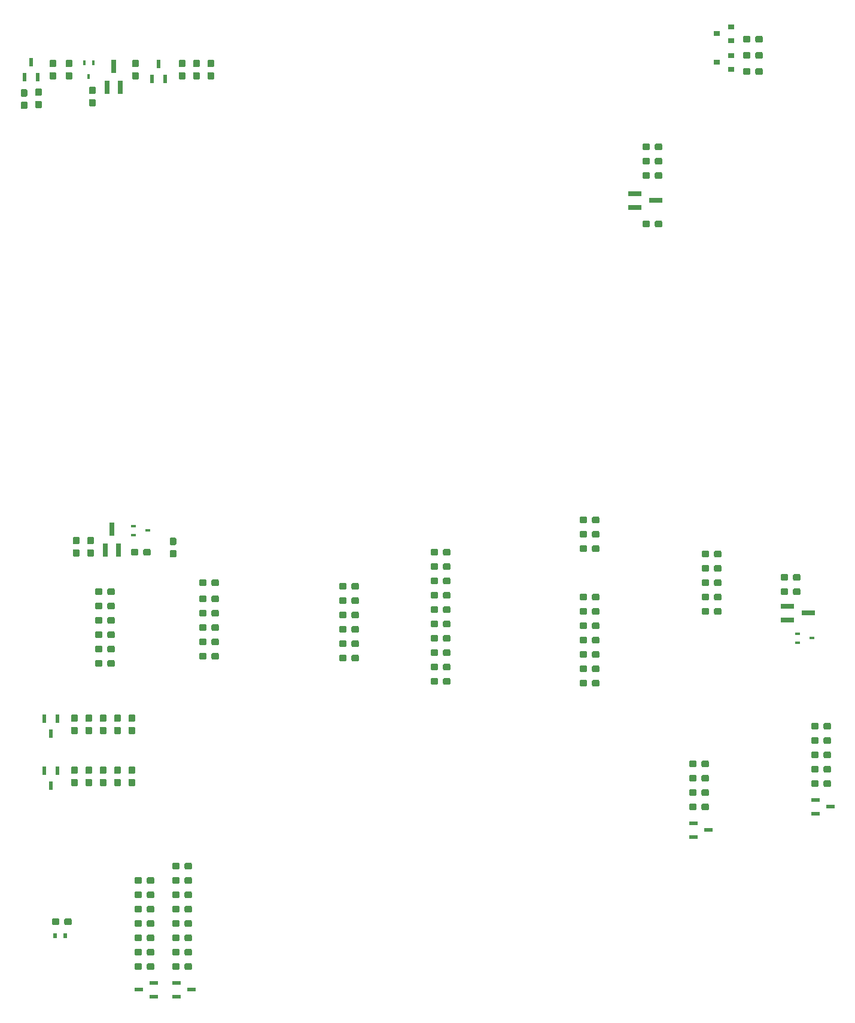
<source format=gtp>
G04 #@! TF.GenerationSoftware,KiCad,Pcbnew,(5.1.5-0-10_14)*
G04 #@! TF.CreationDate,2020-05-02T09:39:34-07:00*
G04 #@! TF.ProjectId,yellow_fuzz_dev,79656c6c-6f77-45f6-9675-7a7a5f646576,rev?*
G04 #@! TF.SameCoordinates,Original*
G04 #@! TF.FileFunction,Paste,Top*
G04 #@! TF.FilePolarity,Positive*
%FSLAX46Y46*%
G04 Gerber Fmt 4.6, Leading zero omitted, Abs format (unit mm)*
G04 Created by KiCad (PCBNEW (5.1.5-0-10_14)) date 2020-05-02 09:39:34*
%MOMM*%
%LPD*%
G04 APERTURE LIST*
%ADD10C,0.100000*%
%ADD11R,0.600000X1.300000*%
%ADD12R,1.300000X0.600000*%
%ADD13R,1.900000X0.800000*%
%ADD14R,0.800000X1.900000*%
%ADD15R,0.900000X0.800000*%
%ADD16R,0.700000X0.450000*%
%ADD17R,0.450000X0.700000*%
%ADD18R,0.600000X0.700000*%
G04 APERTURE END LIST*
D10*
G36*
X125391779Y-133130144D02*
G01*
X125414834Y-133133563D01*
X125437443Y-133139227D01*
X125459387Y-133147079D01*
X125480457Y-133157044D01*
X125500448Y-133169026D01*
X125519168Y-133182910D01*
X125536438Y-133198562D01*
X125552090Y-133215832D01*
X125565974Y-133234552D01*
X125577956Y-133254543D01*
X125587921Y-133275613D01*
X125595773Y-133297557D01*
X125601437Y-133320166D01*
X125604856Y-133343221D01*
X125606000Y-133366500D01*
X125606000Y-133841500D01*
X125604856Y-133864779D01*
X125601437Y-133887834D01*
X125595773Y-133910443D01*
X125587921Y-133932387D01*
X125577956Y-133953457D01*
X125565974Y-133973448D01*
X125552090Y-133992168D01*
X125536438Y-134009438D01*
X125519168Y-134025090D01*
X125500448Y-134038974D01*
X125480457Y-134050956D01*
X125459387Y-134060921D01*
X125437443Y-134068773D01*
X125414834Y-134074437D01*
X125391779Y-134077856D01*
X125368500Y-134079000D01*
X124793500Y-134079000D01*
X124770221Y-134077856D01*
X124747166Y-134074437D01*
X124724557Y-134068773D01*
X124702613Y-134060921D01*
X124681543Y-134050956D01*
X124661552Y-134038974D01*
X124642832Y-134025090D01*
X124625562Y-134009438D01*
X124609910Y-133992168D01*
X124596026Y-133973448D01*
X124584044Y-133953457D01*
X124574079Y-133932387D01*
X124566227Y-133910443D01*
X124560563Y-133887834D01*
X124557144Y-133864779D01*
X124556000Y-133841500D01*
X124556000Y-133366500D01*
X124557144Y-133343221D01*
X124560563Y-133320166D01*
X124566227Y-133297557D01*
X124574079Y-133275613D01*
X124584044Y-133254543D01*
X124596026Y-133234552D01*
X124609910Y-133215832D01*
X124625562Y-133198562D01*
X124642832Y-133182910D01*
X124661552Y-133169026D01*
X124681543Y-133157044D01*
X124702613Y-133147079D01*
X124724557Y-133139227D01*
X124747166Y-133133563D01*
X124770221Y-133130144D01*
X124793500Y-133129000D01*
X125368500Y-133129000D01*
X125391779Y-133130144D01*
G37*
G36*
X123641779Y-133130144D02*
G01*
X123664834Y-133133563D01*
X123687443Y-133139227D01*
X123709387Y-133147079D01*
X123730457Y-133157044D01*
X123750448Y-133169026D01*
X123769168Y-133182910D01*
X123786438Y-133198562D01*
X123802090Y-133215832D01*
X123815974Y-133234552D01*
X123827956Y-133254543D01*
X123837921Y-133275613D01*
X123845773Y-133297557D01*
X123851437Y-133320166D01*
X123854856Y-133343221D01*
X123856000Y-133366500D01*
X123856000Y-133841500D01*
X123854856Y-133864779D01*
X123851437Y-133887834D01*
X123845773Y-133910443D01*
X123837921Y-133932387D01*
X123827956Y-133953457D01*
X123815974Y-133973448D01*
X123802090Y-133992168D01*
X123786438Y-134009438D01*
X123769168Y-134025090D01*
X123750448Y-134038974D01*
X123730457Y-134050956D01*
X123709387Y-134060921D01*
X123687443Y-134068773D01*
X123664834Y-134074437D01*
X123641779Y-134077856D01*
X123618500Y-134079000D01*
X123043500Y-134079000D01*
X123020221Y-134077856D01*
X122997166Y-134074437D01*
X122974557Y-134068773D01*
X122952613Y-134060921D01*
X122931543Y-134050956D01*
X122911552Y-134038974D01*
X122892832Y-134025090D01*
X122875562Y-134009438D01*
X122859910Y-133992168D01*
X122846026Y-133973448D01*
X122834044Y-133953457D01*
X122824079Y-133932387D01*
X122816227Y-133910443D01*
X122810563Y-133887834D01*
X122807144Y-133864779D01*
X122806000Y-133841500D01*
X122806000Y-133366500D01*
X122807144Y-133343221D01*
X122810563Y-133320166D01*
X122816227Y-133297557D01*
X122824079Y-133275613D01*
X122834044Y-133254543D01*
X122846026Y-133234552D01*
X122859910Y-133215832D01*
X122875562Y-133198562D01*
X122892832Y-133182910D01*
X122911552Y-133169026D01*
X122931543Y-133157044D01*
X122952613Y-133147079D01*
X122974557Y-133139227D01*
X122997166Y-133133563D01*
X123020221Y-133130144D01*
X123043500Y-133129000D01*
X123618500Y-133129000D01*
X123641779Y-133130144D01*
G37*
D11*
X82992000Y-152366000D03*
X81092000Y-152366000D03*
X82042000Y-154466000D03*
D12*
X99788000Y-189804000D03*
X99788000Y-191704000D03*
X101888000Y-190754000D03*
X96554000Y-191704000D03*
X96554000Y-189804000D03*
X94454000Y-190754000D03*
D11*
X78298000Y-61502000D03*
X80198000Y-61502000D03*
X79248000Y-59402000D03*
D12*
X172940000Y-167198000D03*
X172940000Y-169098000D03*
X175040000Y-168148000D03*
X190212000Y-163896000D03*
X190212000Y-165796000D03*
X192312000Y-164846000D03*
D11*
X82992000Y-159732000D03*
X81092000Y-159732000D03*
X82042000Y-161832000D03*
X96332000Y-61756000D03*
X98232000Y-61756000D03*
X97282000Y-59656000D03*
D10*
G36*
X157677779Y-144814144D02*
G01*
X157700834Y-144817563D01*
X157723443Y-144823227D01*
X157745387Y-144831079D01*
X157766457Y-144841044D01*
X157786448Y-144853026D01*
X157805168Y-144866910D01*
X157822438Y-144882562D01*
X157838090Y-144899832D01*
X157851974Y-144918552D01*
X157863956Y-144938543D01*
X157873921Y-144959613D01*
X157881773Y-144981557D01*
X157887437Y-145004166D01*
X157890856Y-145027221D01*
X157892000Y-145050500D01*
X157892000Y-145525500D01*
X157890856Y-145548779D01*
X157887437Y-145571834D01*
X157881773Y-145594443D01*
X157873921Y-145616387D01*
X157863956Y-145637457D01*
X157851974Y-145657448D01*
X157838090Y-145676168D01*
X157822438Y-145693438D01*
X157805168Y-145709090D01*
X157786448Y-145722974D01*
X157766457Y-145734956D01*
X157745387Y-145744921D01*
X157723443Y-145752773D01*
X157700834Y-145758437D01*
X157677779Y-145761856D01*
X157654500Y-145763000D01*
X157079500Y-145763000D01*
X157056221Y-145761856D01*
X157033166Y-145758437D01*
X157010557Y-145752773D01*
X156988613Y-145744921D01*
X156967543Y-145734956D01*
X156947552Y-145722974D01*
X156928832Y-145709090D01*
X156911562Y-145693438D01*
X156895910Y-145676168D01*
X156882026Y-145657448D01*
X156870044Y-145637457D01*
X156860079Y-145616387D01*
X156852227Y-145594443D01*
X156846563Y-145571834D01*
X156843144Y-145548779D01*
X156842000Y-145525500D01*
X156842000Y-145050500D01*
X156843144Y-145027221D01*
X156846563Y-145004166D01*
X156852227Y-144981557D01*
X156860079Y-144959613D01*
X156870044Y-144938543D01*
X156882026Y-144918552D01*
X156895910Y-144899832D01*
X156911562Y-144882562D01*
X156928832Y-144866910D01*
X156947552Y-144853026D01*
X156967543Y-144841044D01*
X156988613Y-144831079D01*
X157010557Y-144823227D01*
X157033166Y-144817563D01*
X157056221Y-144814144D01*
X157079500Y-144813000D01*
X157654500Y-144813000D01*
X157677779Y-144814144D01*
G37*
G36*
X159427779Y-144814144D02*
G01*
X159450834Y-144817563D01*
X159473443Y-144823227D01*
X159495387Y-144831079D01*
X159516457Y-144841044D01*
X159536448Y-144853026D01*
X159555168Y-144866910D01*
X159572438Y-144882562D01*
X159588090Y-144899832D01*
X159601974Y-144918552D01*
X159613956Y-144938543D01*
X159623921Y-144959613D01*
X159631773Y-144981557D01*
X159637437Y-145004166D01*
X159640856Y-145027221D01*
X159642000Y-145050500D01*
X159642000Y-145525500D01*
X159640856Y-145548779D01*
X159637437Y-145571834D01*
X159631773Y-145594443D01*
X159623921Y-145616387D01*
X159613956Y-145637457D01*
X159601974Y-145657448D01*
X159588090Y-145676168D01*
X159572438Y-145693438D01*
X159555168Y-145709090D01*
X159536448Y-145722974D01*
X159516457Y-145734956D01*
X159495387Y-145744921D01*
X159473443Y-145752773D01*
X159450834Y-145758437D01*
X159427779Y-145761856D01*
X159404500Y-145763000D01*
X158829500Y-145763000D01*
X158806221Y-145761856D01*
X158783166Y-145758437D01*
X158760557Y-145752773D01*
X158738613Y-145744921D01*
X158717543Y-145734956D01*
X158697552Y-145722974D01*
X158678832Y-145709090D01*
X158661562Y-145693438D01*
X158645910Y-145676168D01*
X158632026Y-145657448D01*
X158620044Y-145637457D01*
X158610079Y-145616387D01*
X158602227Y-145594443D01*
X158596563Y-145571834D01*
X158593144Y-145548779D01*
X158592000Y-145525500D01*
X158592000Y-145050500D01*
X158593144Y-145027221D01*
X158596563Y-145004166D01*
X158602227Y-144981557D01*
X158610079Y-144959613D01*
X158620044Y-144938543D01*
X158632026Y-144918552D01*
X158645910Y-144899832D01*
X158661562Y-144882562D01*
X158678832Y-144866910D01*
X158697552Y-144853026D01*
X158717543Y-144841044D01*
X158738613Y-144831079D01*
X158760557Y-144823227D01*
X158783166Y-144817563D01*
X158806221Y-144814144D01*
X158829500Y-144813000D01*
X159404500Y-144813000D01*
X159427779Y-144814144D01*
G37*
G36*
X159427779Y-140750144D02*
G01*
X159450834Y-140753563D01*
X159473443Y-140759227D01*
X159495387Y-140767079D01*
X159516457Y-140777044D01*
X159536448Y-140789026D01*
X159555168Y-140802910D01*
X159572438Y-140818562D01*
X159588090Y-140835832D01*
X159601974Y-140854552D01*
X159613956Y-140874543D01*
X159623921Y-140895613D01*
X159631773Y-140917557D01*
X159637437Y-140940166D01*
X159640856Y-140963221D01*
X159642000Y-140986500D01*
X159642000Y-141461500D01*
X159640856Y-141484779D01*
X159637437Y-141507834D01*
X159631773Y-141530443D01*
X159623921Y-141552387D01*
X159613956Y-141573457D01*
X159601974Y-141593448D01*
X159588090Y-141612168D01*
X159572438Y-141629438D01*
X159555168Y-141645090D01*
X159536448Y-141658974D01*
X159516457Y-141670956D01*
X159495387Y-141680921D01*
X159473443Y-141688773D01*
X159450834Y-141694437D01*
X159427779Y-141697856D01*
X159404500Y-141699000D01*
X158829500Y-141699000D01*
X158806221Y-141697856D01*
X158783166Y-141694437D01*
X158760557Y-141688773D01*
X158738613Y-141680921D01*
X158717543Y-141670956D01*
X158697552Y-141658974D01*
X158678832Y-141645090D01*
X158661562Y-141629438D01*
X158645910Y-141612168D01*
X158632026Y-141593448D01*
X158620044Y-141573457D01*
X158610079Y-141552387D01*
X158602227Y-141530443D01*
X158596563Y-141507834D01*
X158593144Y-141484779D01*
X158592000Y-141461500D01*
X158592000Y-140986500D01*
X158593144Y-140963221D01*
X158596563Y-140940166D01*
X158602227Y-140917557D01*
X158610079Y-140895613D01*
X158620044Y-140874543D01*
X158632026Y-140854552D01*
X158645910Y-140835832D01*
X158661562Y-140818562D01*
X158678832Y-140802910D01*
X158697552Y-140789026D01*
X158717543Y-140777044D01*
X158738613Y-140767079D01*
X158760557Y-140759227D01*
X158783166Y-140753563D01*
X158806221Y-140750144D01*
X158829500Y-140749000D01*
X159404500Y-140749000D01*
X159427779Y-140750144D01*
G37*
G36*
X157677779Y-140750144D02*
G01*
X157700834Y-140753563D01*
X157723443Y-140759227D01*
X157745387Y-140767079D01*
X157766457Y-140777044D01*
X157786448Y-140789026D01*
X157805168Y-140802910D01*
X157822438Y-140818562D01*
X157838090Y-140835832D01*
X157851974Y-140854552D01*
X157863956Y-140874543D01*
X157873921Y-140895613D01*
X157881773Y-140917557D01*
X157887437Y-140940166D01*
X157890856Y-140963221D01*
X157892000Y-140986500D01*
X157892000Y-141461500D01*
X157890856Y-141484779D01*
X157887437Y-141507834D01*
X157881773Y-141530443D01*
X157873921Y-141552387D01*
X157863956Y-141573457D01*
X157851974Y-141593448D01*
X157838090Y-141612168D01*
X157822438Y-141629438D01*
X157805168Y-141645090D01*
X157786448Y-141658974D01*
X157766457Y-141670956D01*
X157745387Y-141680921D01*
X157723443Y-141688773D01*
X157700834Y-141694437D01*
X157677779Y-141697856D01*
X157654500Y-141699000D01*
X157079500Y-141699000D01*
X157056221Y-141697856D01*
X157033166Y-141694437D01*
X157010557Y-141688773D01*
X156988613Y-141680921D01*
X156967543Y-141670956D01*
X156947552Y-141658974D01*
X156928832Y-141645090D01*
X156911562Y-141629438D01*
X156895910Y-141612168D01*
X156882026Y-141593448D01*
X156870044Y-141573457D01*
X156860079Y-141552387D01*
X156852227Y-141530443D01*
X156846563Y-141507834D01*
X156843144Y-141484779D01*
X156842000Y-141461500D01*
X156842000Y-140986500D01*
X156843144Y-140963221D01*
X156846563Y-140940166D01*
X156852227Y-140917557D01*
X156860079Y-140895613D01*
X156870044Y-140874543D01*
X156882026Y-140854552D01*
X156895910Y-140835832D01*
X156911562Y-140818562D01*
X156928832Y-140802910D01*
X156947552Y-140789026D01*
X156967543Y-140777044D01*
X156988613Y-140767079D01*
X157010557Y-140759227D01*
X157033166Y-140753563D01*
X157056221Y-140750144D01*
X157079500Y-140749000D01*
X157654500Y-140749000D01*
X157677779Y-140750144D01*
G37*
G36*
X136595779Y-128304144D02*
G01*
X136618834Y-128307563D01*
X136641443Y-128313227D01*
X136663387Y-128321079D01*
X136684457Y-128331044D01*
X136704448Y-128343026D01*
X136723168Y-128356910D01*
X136740438Y-128372562D01*
X136756090Y-128389832D01*
X136769974Y-128408552D01*
X136781956Y-128428543D01*
X136791921Y-128449613D01*
X136799773Y-128471557D01*
X136805437Y-128494166D01*
X136808856Y-128517221D01*
X136810000Y-128540500D01*
X136810000Y-129015500D01*
X136808856Y-129038779D01*
X136805437Y-129061834D01*
X136799773Y-129084443D01*
X136791921Y-129106387D01*
X136781956Y-129127457D01*
X136769974Y-129147448D01*
X136756090Y-129166168D01*
X136740438Y-129183438D01*
X136723168Y-129199090D01*
X136704448Y-129212974D01*
X136684457Y-129224956D01*
X136663387Y-129234921D01*
X136641443Y-129242773D01*
X136618834Y-129248437D01*
X136595779Y-129251856D01*
X136572500Y-129253000D01*
X135997500Y-129253000D01*
X135974221Y-129251856D01*
X135951166Y-129248437D01*
X135928557Y-129242773D01*
X135906613Y-129234921D01*
X135885543Y-129224956D01*
X135865552Y-129212974D01*
X135846832Y-129199090D01*
X135829562Y-129183438D01*
X135813910Y-129166168D01*
X135800026Y-129147448D01*
X135788044Y-129127457D01*
X135778079Y-129106387D01*
X135770227Y-129084443D01*
X135764563Y-129061834D01*
X135761144Y-129038779D01*
X135760000Y-129015500D01*
X135760000Y-128540500D01*
X135761144Y-128517221D01*
X135764563Y-128494166D01*
X135770227Y-128471557D01*
X135778079Y-128449613D01*
X135788044Y-128428543D01*
X135800026Y-128408552D01*
X135813910Y-128389832D01*
X135829562Y-128372562D01*
X135846832Y-128356910D01*
X135865552Y-128343026D01*
X135885543Y-128331044D01*
X135906613Y-128321079D01*
X135928557Y-128313227D01*
X135951166Y-128307563D01*
X135974221Y-128304144D01*
X135997500Y-128303000D01*
X136572500Y-128303000D01*
X136595779Y-128304144D01*
G37*
G36*
X138345779Y-128304144D02*
G01*
X138368834Y-128307563D01*
X138391443Y-128313227D01*
X138413387Y-128321079D01*
X138434457Y-128331044D01*
X138454448Y-128343026D01*
X138473168Y-128356910D01*
X138490438Y-128372562D01*
X138506090Y-128389832D01*
X138519974Y-128408552D01*
X138531956Y-128428543D01*
X138541921Y-128449613D01*
X138549773Y-128471557D01*
X138555437Y-128494166D01*
X138558856Y-128517221D01*
X138560000Y-128540500D01*
X138560000Y-129015500D01*
X138558856Y-129038779D01*
X138555437Y-129061834D01*
X138549773Y-129084443D01*
X138541921Y-129106387D01*
X138531956Y-129127457D01*
X138519974Y-129147448D01*
X138506090Y-129166168D01*
X138490438Y-129183438D01*
X138473168Y-129199090D01*
X138454448Y-129212974D01*
X138434457Y-129224956D01*
X138413387Y-129234921D01*
X138391443Y-129242773D01*
X138368834Y-129248437D01*
X138345779Y-129251856D01*
X138322500Y-129253000D01*
X137747500Y-129253000D01*
X137724221Y-129251856D01*
X137701166Y-129248437D01*
X137678557Y-129242773D01*
X137656613Y-129234921D01*
X137635543Y-129224956D01*
X137615552Y-129212974D01*
X137596832Y-129199090D01*
X137579562Y-129183438D01*
X137563910Y-129166168D01*
X137550026Y-129147448D01*
X137538044Y-129127457D01*
X137528079Y-129106387D01*
X137520227Y-129084443D01*
X137514563Y-129061834D01*
X137511144Y-129038779D01*
X137510000Y-129015500D01*
X137510000Y-128540500D01*
X137511144Y-128517221D01*
X137514563Y-128494166D01*
X137520227Y-128471557D01*
X137528079Y-128449613D01*
X137538044Y-128428543D01*
X137550026Y-128408552D01*
X137563910Y-128389832D01*
X137579562Y-128372562D01*
X137596832Y-128356910D01*
X137615552Y-128343026D01*
X137635543Y-128331044D01*
X137656613Y-128321079D01*
X137678557Y-128313227D01*
X137701166Y-128307563D01*
X137724221Y-128304144D01*
X137747500Y-128303000D01*
X138322500Y-128303000D01*
X138345779Y-128304144D01*
G37*
G36*
X138345779Y-132368144D02*
G01*
X138368834Y-132371563D01*
X138391443Y-132377227D01*
X138413387Y-132385079D01*
X138434457Y-132395044D01*
X138454448Y-132407026D01*
X138473168Y-132420910D01*
X138490438Y-132436562D01*
X138506090Y-132453832D01*
X138519974Y-132472552D01*
X138531956Y-132492543D01*
X138541921Y-132513613D01*
X138549773Y-132535557D01*
X138555437Y-132558166D01*
X138558856Y-132581221D01*
X138560000Y-132604500D01*
X138560000Y-133079500D01*
X138558856Y-133102779D01*
X138555437Y-133125834D01*
X138549773Y-133148443D01*
X138541921Y-133170387D01*
X138531956Y-133191457D01*
X138519974Y-133211448D01*
X138506090Y-133230168D01*
X138490438Y-133247438D01*
X138473168Y-133263090D01*
X138454448Y-133276974D01*
X138434457Y-133288956D01*
X138413387Y-133298921D01*
X138391443Y-133306773D01*
X138368834Y-133312437D01*
X138345779Y-133315856D01*
X138322500Y-133317000D01*
X137747500Y-133317000D01*
X137724221Y-133315856D01*
X137701166Y-133312437D01*
X137678557Y-133306773D01*
X137656613Y-133298921D01*
X137635543Y-133288956D01*
X137615552Y-133276974D01*
X137596832Y-133263090D01*
X137579562Y-133247438D01*
X137563910Y-133230168D01*
X137550026Y-133211448D01*
X137538044Y-133191457D01*
X137528079Y-133170387D01*
X137520227Y-133148443D01*
X137514563Y-133125834D01*
X137511144Y-133102779D01*
X137510000Y-133079500D01*
X137510000Y-132604500D01*
X137511144Y-132581221D01*
X137514563Y-132558166D01*
X137520227Y-132535557D01*
X137528079Y-132513613D01*
X137538044Y-132492543D01*
X137550026Y-132472552D01*
X137563910Y-132453832D01*
X137579562Y-132436562D01*
X137596832Y-132420910D01*
X137615552Y-132407026D01*
X137635543Y-132395044D01*
X137656613Y-132385079D01*
X137678557Y-132377227D01*
X137701166Y-132371563D01*
X137724221Y-132368144D01*
X137747500Y-132367000D01*
X138322500Y-132367000D01*
X138345779Y-132368144D01*
G37*
G36*
X136595779Y-132368144D02*
G01*
X136618834Y-132371563D01*
X136641443Y-132377227D01*
X136663387Y-132385079D01*
X136684457Y-132395044D01*
X136704448Y-132407026D01*
X136723168Y-132420910D01*
X136740438Y-132436562D01*
X136756090Y-132453832D01*
X136769974Y-132472552D01*
X136781956Y-132492543D01*
X136791921Y-132513613D01*
X136799773Y-132535557D01*
X136805437Y-132558166D01*
X136808856Y-132581221D01*
X136810000Y-132604500D01*
X136810000Y-133079500D01*
X136808856Y-133102779D01*
X136805437Y-133125834D01*
X136799773Y-133148443D01*
X136791921Y-133170387D01*
X136781956Y-133191457D01*
X136769974Y-133211448D01*
X136756090Y-133230168D01*
X136740438Y-133247438D01*
X136723168Y-133263090D01*
X136704448Y-133276974D01*
X136684457Y-133288956D01*
X136663387Y-133298921D01*
X136641443Y-133306773D01*
X136618834Y-133312437D01*
X136595779Y-133315856D01*
X136572500Y-133317000D01*
X135997500Y-133317000D01*
X135974221Y-133315856D01*
X135951166Y-133312437D01*
X135928557Y-133306773D01*
X135906613Y-133298921D01*
X135885543Y-133288956D01*
X135865552Y-133276974D01*
X135846832Y-133263090D01*
X135829562Y-133247438D01*
X135813910Y-133230168D01*
X135800026Y-133211448D01*
X135788044Y-133191457D01*
X135778079Y-133170387D01*
X135770227Y-133148443D01*
X135764563Y-133125834D01*
X135761144Y-133102779D01*
X135760000Y-133079500D01*
X135760000Y-132604500D01*
X135761144Y-132581221D01*
X135764563Y-132558166D01*
X135770227Y-132535557D01*
X135778079Y-132513613D01*
X135788044Y-132492543D01*
X135800026Y-132472552D01*
X135813910Y-132453832D01*
X135829562Y-132436562D01*
X135846832Y-132420910D01*
X135865552Y-132407026D01*
X135885543Y-132395044D01*
X135906613Y-132385079D01*
X135928557Y-132377227D01*
X135951166Y-132371563D01*
X135974221Y-132368144D01*
X135997500Y-132367000D01*
X136572500Y-132367000D01*
X136595779Y-132368144D01*
G37*
G36*
X136595779Y-142528144D02*
G01*
X136618834Y-142531563D01*
X136641443Y-142537227D01*
X136663387Y-142545079D01*
X136684457Y-142555044D01*
X136704448Y-142567026D01*
X136723168Y-142580910D01*
X136740438Y-142596562D01*
X136756090Y-142613832D01*
X136769974Y-142632552D01*
X136781956Y-142652543D01*
X136791921Y-142673613D01*
X136799773Y-142695557D01*
X136805437Y-142718166D01*
X136808856Y-142741221D01*
X136810000Y-142764500D01*
X136810000Y-143239500D01*
X136808856Y-143262779D01*
X136805437Y-143285834D01*
X136799773Y-143308443D01*
X136791921Y-143330387D01*
X136781956Y-143351457D01*
X136769974Y-143371448D01*
X136756090Y-143390168D01*
X136740438Y-143407438D01*
X136723168Y-143423090D01*
X136704448Y-143436974D01*
X136684457Y-143448956D01*
X136663387Y-143458921D01*
X136641443Y-143466773D01*
X136618834Y-143472437D01*
X136595779Y-143475856D01*
X136572500Y-143477000D01*
X135997500Y-143477000D01*
X135974221Y-143475856D01*
X135951166Y-143472437D01*
X135928557Y-143466773D01*
X135906613Y-143458921D01*
X135885543Y-143448956D01*
X135865552Y-143436974D01*
X135846832Y-143423090D01*
X135829562Y-143407438D01*
X135813910Y-143390168D01*
X135800026Y-143371448D01*
X135788044Y-143351457D01*
X135778079Y-143330387D01*
X135770227Y-143308443D01*
X135764563Y-143285834D01*
X135761144Y-143262779D01*
X135760000Y-143239500D01*
X135760000Y-142764500D01*
X135761144Y-142741221D01*
X135764563Y-142718166D01*
X135770227Y-142695557D01*
X135778079Y-142673613D01*
X135788044Y-142652543D01*
X135800026Y-142632552D01*
X135813910Y-142613832D01*
X135829562Y-142596562D01*
X135846832Y-142580910D01*
X135865552Y-142567026D01*
X135885543Y-142555044D01*
X135906613Y-142545079D01*
X135928557Y-142537227D01*
X135951166Y-142531563D01*
X135974221Y-142528144D01*
X135997500Y-142527000D01*
X136572500Y-142527000D01*
X136595779Y-142528144D01*
G37*
G36*
X138345779Y-142528144D02*
G01*
X138368834Y-142531563D01*
X138391443Y-142537227D01*
X138413387Y-142545079D01*
X138434457Y-142555044D01*
X138454448Y-142567026D01*
X138473168Y-142580910D01*
X138490438Y-142596562D01*
X138506090Y-142613832D01*
X138519974Y-142632552D01*
X138531956Y-142652543D01*
X138541921Y-142673613D01*
X138549773Y-142695557D01*
X138555437Y-142718166D01*
X138558856Y-142741221D01*
X138560000Y-142764500D01*
X138560000Y-143239500D01*
X138558856Y-143262779D01*
X138555437Y-143285834D01*
X138549773Y-143308443D01*
X138541921Y-143330387D01*
X138531956Y-143351457D01*
X138519974Y-143371448D01*
X138506090Y-143390168D01*
X138490438Y-143407438D01*
X138473168Y-143423090D01*
X138454448Y-143436974D01*
X138434457Y-143448956D01*
X138413387Y-143458921D01*
X138391443Y-143466773D01*
X138368834Y-143472437D01*
X138345779Y-143475856D01*
X138322500Y-143477000D01*
X137747500Y-143477000D01*
X137724221Y-143475856D01*
X137701166Y-143472437D01*
X137678557Y-143466773D01*
X137656613Y-143458921D01*
X137635543Y-143448956D01*
X137615552Y-143436974D01*
X137596832Y-143423090D01*
X137579562Y-143407438D01*
X137563910Y-143390168D01*
X137550026Y-143371448D01*
X137538044Y-143351457D01*
X137528079Y-143330387D01*
X137520227Y-143308443D01*
X137514563Y-143285834D01*
X137511144Y-143262779D01*
X137510000Y-143239500D01*
X137510000Y-142764500D01*
X137511144Y-142741221D01*
X137514563Y-142718166D01*
X137520227Y-142695557D01*
X137528079Y-142673613D01*
X137538044Y-142652543D01*
X137550026Y-142632552D01*
X137563910Y-142613832D01*
X137579562Y-142596562D01*
X137596832Y-142580910D01*
X137615552Y-142567026D01*
X137635543Y-142555044D01*
X137656613Y-142545079D01*
X137678557Y-142537227D01*
X137701166Y-142531563D01*
X137724221Y-142528144D01*
X137747500Y-142527000D01*
X138322500Y-142527000D01*
X138345779Y-142528144D01*
G37*
G36*
X136595779Y-136432144D02*
G01*
X136618834Y-136435563D01*
X136641443Y-136441227D01*
X136663387Y-136449079D01*
X136684457Y-136459044D01*
X136704448Y-136471026D01*
X136723168Y-136484910D01*
X136740438Y-136500562D01*
X136756090Y-136517832D01*
X136769974Y-136536552D01*
X136781956Y-136556543D01*
X136791921Y-136577613D01*
X136799773Y-136599557D01*
X136805437Y-136622166D01*
X136808856Y-136645221D01*
X136810000Y-136668500D01*
X136810000Y-137143500D01*
X136808856Y-137166779D01*
X136805437Y-137189834D01*
X136799773Y-137212443D01*
X136791921Y-137234387D01*
X136781956Y-137255457D01*
X136769974Y-137275448D01*
X136756090Y-137294168D01*
X136740438Y-137311438D01*
X136723168Y-137327090D01*
X136704448Y-137340974D01*
X136684457Y-137352956D01*
X136663387Y-137362921D01*
X136641443Y-137370773D01*
X136618834Y-137376437D01*
X136595779Y-137379856D01*
X136572500Y-137381000D01*
X135997500Y-137381000D01*
X135974221Y-137379856D01*
X135951166Y-137376437D01*
X135928557Y-137370773D01*
X135906613Y-137362921D01*
X135885543Y-137352956D01*
X135865552Y-137340974D01*
X135846832Y-137327090D01*
X135829562Y-137311438D01*
X135813910Y-137294168D01*
X135800026Y-137275448D01*
X135788044Y-137255457D01*
X135778079Y-137234387D01*
X135770227Y-137212443D01*
X135764563Y-137189834D01*
X135761144Y-137166779D01*
X135760000Y-137143500D01*
X135760000Y-136668500D01*
X135761144Y-136645221D01*
X135764563Y-136622166D01*
X135770227Y-136599557D01*
X135778079Y-136577613D01*
X135788044Y-136556543D01*
X135800026Y-136536552D01*
X135813910Y-136517832D01*
X135829562Y-136500562D01*
X135846832Y-136484910D01*
X135865552Y-136471026D01*
X135885543Y-136459044D01*
X135906613Y-136449079D01*
X135928557Y-136441227D01*
X135951166Y-136435563D01*
X135974221Y-136432144D01*
X135997500Y-136431000D01*
X136572500Y-136431000D01*
X136595779Y-136432144D01*
G37*
G36*
X138345779Y-136432144D02*
G01*
X138368834Y-136435563D01*
X138391443Y-136441227D01*
X138413387Y-136449079D01*
X138434457Y-136459044D01*
X138454448Y-136471026D01*
X138473168Y-136484910D01*
X138490438Y-136500562D01*
X138506090Y-136517832D01*
X138519974Y-136536552D01*
X138531956Y-136556543D01*
X138541921Y-136577613D01*
X138549773Y-136599557D01*
X138555437Y-136622166D01*
X138558856Y-136645221D01*
X138560000Y-136668500D01*
X138560000Y-137143500D01*
X138558856Y-137166779D01*
X138555437Y-137189834D01*
X138549773Y-137212443D01*
X138541921Y-137234387D01*
X138531956Y-137255457D01*
X138519974Y-137275448D01*
X138506090Y-137294168D01*
X138490438Y-137311438D01*
X138473168Y-137327090D01*
X138454448Y-137340974D01*
X138434457Y-137352956D01*
X138413387Y-137362921D01*
X138391443Y-137370773D01*
X138368834Y-137376437D01*
X138345779Y-137379856D01*
X138322500Y-137381000D01*
X137747500Y-137381000D01*
X137724221Y-137379856D01*
X137701166Y-137376437D01*
X137678557Y-137370773D01*
X137656613Y-137362921D01*
X137635543Y-137352956D01*
X137615552Y-137340974D01*
X137596832Y-137327090D01*
X137579562Y-137311438D01*
X137563910Y-137294168D01*
X137550026Y-137275448D01*
X137538044Y-137255457D01*
X137528079Y-137234387D01*
X137520227Y-137212443D01*
X137514563Y-137189834D01*
X137511144Y-137166779D01*
X137510000Y-137143500D01*
X137510000Y-136668500D01*
X137511144Y-136645221D01*
X137514563Y-136622166D01*
X137520227Y-136599557D01*
X137528079Y-136577613D01*
X137538044Y-136556543D01*
X137550026Y-136536552D01*
X137563910Y-136517832D01*
X137579562Y-136500562D01*
X137596832Y-136484910D01*
X137615552Y-136471026D01*
X137635543Y-136459044D01*
X137656613Y-136449079D01*
X137678557Y-136441227D01*
X137701166Y-136435563D01*
X137724221Y-136432144D01*
X137747500Y-136431000D01*
X138322500Y-136431000D01*
X138345779Y-136432144D01*
G37*
G36*
X138345779Y-134400144D02*
G01*
X138368834Y-134403563D01*
X138391443Y-134409227D01*
X138413387Y-134417079D01*
X138434457Y-134427044D01*
X138454448Y-134439026D01*
X138473168Y-134452910D01*
X138490438Y-134468562D01*
X138506090Y-134485832D01*
X138519974Y-134504552D01*
X138531956Y-134524543D01*
X138541921Y-134545613D01*
X138549773Y-134567557D01*
X138555437Y-134590166D01*
X138558856Y-134613221D01*
X138560000Y-134636500D01*
X138560000Y-135111500D01*
X138558856Y-135134779D01*
X138555437Y-135157834D01*
X138549773Y-135180443D01*
X138541921Y-135202387D01*
X138531956Y-135223457D01*
X138519974Y-135243448D01*
X138506090Y-135262168D01*
X138490438Y-135279438D01*
X138473168Y-135295090D01*
X138454448Y-135308974D01*
X138434457Y-135320956D01*
X138413387Y-135330921D01*
X138391443Y-135338773D01*
X138368834Y-135344437D01*
X138345779Y-135347856D01*
X138322500Y-135349000D01*
X137747500Y-135349000D01*
X137724221Y-135347856D01*
X137701166Y-135344437D01*
X137678557Y-135338773D01*
X137656613Y-135330921D01*
X137635543Y-135320956D01*
X137615552Y-135308974D01*
X137596832Y-135295090D01*
X137579562Y-135279438D01*
X137563910Y-135262168D01*
X137550026Y-135243448D01*
X137538044Y-135223457D01*
X137528079Y-135202387D01*
X137520227Y-135180443D01*
X137514563Y-135157834D01*
X137511144Y-135134779D01*
X137510000Y-135111500D01*
X137510000Y-134636500D01*
X137511144Y-134613221D01*
X137514563Y-134590166D01*
X137520227Y-134567557D01*
X137528079Y-134545613D01*
X137538044Y-134524543D01*
X137550026Y-134504552D01*
X137563910Y-134485832D01*
X137579562Y-134468562D01*
X137596832Y-134452910D01*
X137615552Y-134439026D01*
X137635543Y-134427044D01*
X137656613Y-134417079D01*
X137678557Y-134409227D01*
X137701166Y-134403563D01*
X137724221Y-134400144D01*
X137747500Y-134399000D01*
X138322500Y-134399000D01*
X138345779Y-134400144D01*
G37*
G36*
X136595779Y-134400144D02*
G01*
X136618834Y-134403563D01*
X136641443Y-134409227D01*
X136663387Y-134417079D01*
X136684457Y-134427044D01*
X136704448Y-134439026D01*
X136723168Y-134452910D01*
X136740438Y-134468562D01*
X136756090Y-134485832D01*
X136769974Y-134504552D01*
X136781956Y-134524543D01*
X136791921Y-134545613D01*
X136799773Y-134567557D01*
X136805437Y-134590166D01*
X136808856Y-134613221D01*
X136810000Y-134636500D01*
X136810000Y-135111500D01*
X136808856Y-135134779D01*
X136805437Y-135157834D01*
X136799773Y-135180443D01*
X136791921Y-135202387D01*
X136781956Y-135223457D01*
X136769974Y-135243448D01*
X136756090Y-135262168D01*
X136740438Y-135279438D01*
X136723168Y-135295090D01*
X136704448Y-135308974D01*
X136684457Y-135320956D01*
X136663387Y-135330921D01*
X136641443Y-135338773D01*
X136618834Y-135344437D01*
X136595779Y-135347856D01*
X136572500Y-135349000D01*
X135997500Y-135349000D01*
X135974221Y-135347856D01*
X135951166Y-135344437D01*
X135928557Y-135338773D01*
X135906613Y-135330921D01*
X135885543Y-135320956D01*
X135865552Y-135308974D01*
X135846832Y-135295090D01*
X135829562Y-135279438D01*
X135813910Y-135262168D01*
X135800026Y-135243448D01*
X135788044Y-135223457D01*
X135778079Y-135202387D01*
X135770227Y-135180443D01*
X135764563Y-135157834D01*
X135761144Y-135134779D01*
X135760000Y-135111500D01*
X135760000Y-134636500D01*
X135761144Y-134613221D01*
X135764563Y-134590166D01*
X135770227Y-134567557D01*
X135778079Y-134545613D01*
X135788044Y-134524543D01*
X135800026Y-134504552D01*
X135813910Y-134485832D01*
X135829562Y-134468562D01*
X135846832Y-134452910D01*
X135865552Y-134439026D01*
X135885543Y-134427044D01*
X135906613Y-134417079D01*
X135928557Y-134409227D01*
X135951166Y-134403563D01*
X135974221Y-134400144D01*
X135997500Y-134399000D01*
X136572500Y-134399000D01*
X136595779Y-134400144D01*
G37*
G36*
X138345779Y-140496144D02*
G01*
X138368834Y-140499563D01*
X138391443Y-140505227D01*
X138413387Y-140513079D01*
X138434457Y-140523044D01*
X138454448Y-140535026D01*
X138473168Y-140548910D01*
X138490438Y-140564562D01*
X138506090Y-140581832D01*
X138519974Y-140600552D01*
X138531956Y-140620543D01*
X138541921Y-140641613D01*
X138549773Y-140663557D01*
X138555437Y-140686166D01*
X138558856Y-140709221D01*
X138560000Y-140732500D01*
X138560000Y-141207500D01*
X138558856Y-141230779D01*
X138555437Y-141253834D01*
X138549773Y-141276443D01*
X138541921Y-141298387D01*
X138531956Y-141319457D01*
X138519974Y-141339448D01*
X138506090Y-141358168D01*
X138490438Y-141375438D01*
X138473168Y-141391090D01*
X138454448Y-141404974D01*
X138434457Y-141416956D01*
X138413387Y-141426921D01*
X138391443Y-141434773D01*
X138368834Y-141440437D01*
X138345779Y-141443856D01*
X138322500Y-141445000D01*
X137747500Y-141445000D01*
X137724221Y-141443856D01*
X137701166Y-141440437D01*
X137678557Y-141434773D01*
X137656613Y-141426921D01*
X137635543Y-141416956D01*
X137615552Y-141404974D01*
X137596832Y-141391090D01*
X137579562Y-141375438D01*
X137563910Y-141358168D01*
X137550026Y-141339448D01*
X137538044Y-141319457D01*
X137528079Y-141298387D01*
X137520227Y-141276443D01*
X137514563Y-141253834D01*
X137511144Y-141230779D01*
X137510000Y-141207500D01*
X137510000Y-140732500D01*
X137511144Y-140709221D01*
X137514563Y-140686166D01*
X137520227Y-140663557D01*
X137528079Y-140641613D01*
X137538044Y-140620543D01*
X137550026Y-140600552D01*
X137563910Y-140581832D01*
X137579562Y-140564562D01*
X137596832Y-140548910D01*
X137615552Y-140535026D01*
X137635543Y-140523044D01*
X137656613Y-140513079D01*
X137678557Y-140505227D01*
X137701166Y-140499563D01*
X137724221Y-140496144D01*
X137747500Y-140495000D01*
X138322500Y-140495000D01*
X138345779Y-140496144D01*
G37*
G36*
X136595779Y-140496144D02*
G01*
X136618834Y-140499563D01*
X136641443Y-140505227D01*
X136663387Y-140513079D01*
X136684457Y-140523044D01*
X136704448Y-140535026D01*
X136723168Y-140548910D01*
X136740438Y-140564562D01*
X136756090Y-140581832D01*
X136769974Y-140600552D01*
X136781956Y-140620543D01*
X136791921Y-140641613D01*
X136799773Y-140663557D01*
X136805437Y-140686166D01*
X136808856Y-140709221D01*
X136810000Y-140732500D01*
X136810000Y-141207500D01*
X136808856Y-141230779D01*
X136805437Y-141253834D01*
X136799773Y-141276443D01*
X136791921Y-141298387D01*
X136781956Y-141319457D01*
X136769974Y-141339448D01*
X136756090Y-141358168D01*
X136740438Y-141375438D01*
X136723168Y-141391090D01*
X136704448Y-141404974D01*
X136684457Y-141416956D01*
X136663387Y-141426921D01*
X136641443Y-141434773D01*
X136618834Y-141440437D01*
X136595779Y-141443856D01*
X136572500Y-141445000D01*
X135997500Y-141445000D01*
X135974221Y-141443856D01*
X135951166Y-141440437D01*
X135928557Y-141434773D01*
X135906613Y-141426921D01*
X135885543Y-141416956D01*
X135865552Y-141404974D01*
X135846832Y-141391090D01*
X135829562Y-141375438D01*
X135813910Y-141358168D01*
X135800026Y-141339448D01*
X135788044Y-141319457D01*
X135778079Y-141298387D01*
X135770227Y-141276443D01*
X135764563Y-141253834D01*
X135761144Y-141230779D01*
X135760000Y-141207500D01*
X135760000Y-140732500D01*
X135761144Y-140709221D01*
X135764563Y-140686166D01*
X135770227Y-140663557D01*
X135778079Y-140641613D01*
X135788044Y-140620543D01*
X135800026Y-140600552D01*
X135813910Y-140581832D01*
X135829562Y-140564562D01*
X135846832Y-140548910D01*
X135865552Y-140535026D01*
X135885543Y-140523044D01*
X135906613Y-140513079D01*
X135928557Y-140505227D01*
X135951166Y-140499563D01*
X135974221Y-140496144D01*
X135997500Y-140495000D01*
X136572500Y-140495000D01*
X136595779Y-140496144D01*
G37*
G36*
X125391779Y-141258144D02*
G01*
X125414834Y-141261563D01*
X125437443Y-141267227D01*
X125459387Y-141275079D01*
X125480457Y-141285044D01*
X125500448Y-141297026D01*
X125519168Y-141310910D01*
X125536438Y-141326562D01*
X125552090Y-141343832D01*
X125565974Y-141362552D01*
X125577956Y-141382543D01*
X125587921Y-141403613D01*
X125595773Y-141425557D01*
X125601437Y-141448166D01*
X125604856Y-141471221D01*
X125606000Y-141494500D01*
X125606000Y-141969500D01*
X125604856Y-141992779D01*
X125601437Y-142015834D01*
X125595773Y-142038443D01*
X125587921Y-142060387D01*
X125577956Y-142081457D01*
X125565974Y-142101448D01*
X125552090Y-142120168D01*
X125536438Y-142137438D01*
X125519168Y-142153090D01*
X125500448Y-142166974D01*
X125480457Y-142178956D01*
X125459387Y-142188921D01*
X125437443Y-142196773D01*
X125414834Y-142202437D01*
X125391779Y-142205856D01*
X125368500Y-142207000D01*
X124793500Y-142207000D01*
X124770221Y-142205856D01*
X124747166Y-142202437D01*
X124724557Y-142196773D01*
X124702613Y-142188921D01*
X124681543Y-142178956D01*
X124661552Y-142166974D01*
X124642832Y-142153090D01*
X124625562Y-142137438D01*
X124609910Y-142120168D01*
X124596026Y-142101448D01*
X124584044Y-142081457D01*
X124574079Y-142060387D01*
X124566227Y-142038443D01*
X124560563Y-142015834D01*
X124557144Y-141992779D01*
X124556000Y-141969500D01*
X124556000Y-141494500D01*
X124557144Y-141471221D01*
X124560563Y-141448166D01*
X124566227Y-141425557D01*
X124574079Y-141403613D01*
X124584044Y-141382543D01*
X124596026Y-141362552D01*
X124609910Y-141343832D01*
X124625562Y-141326562D01*
X124642832Y-141310910D01*
X124661552Y-141297026D01*
X124681543Y-141285044D01*
X124702613Y-141275079D01*
X124724557Y-141267227D01*
X124747166Y-141261563D01*
X124770221Y-141258144D01*
X124793500Y-141257000D01*
X125368500Y-141257000D01*
X125391779Y-141258144D01*
G37*
G36*
X123641779Y-141258144D02*
G01*
X123664834Y-141261563D01*
X123687443Y-141267227D01*
X123709387Y-141275079D01*
X123730457Y-141285044D01*
X123750448Y-141297026D01*
X123769168Y-141310910D01*
X123786438Y-141326562D01*
X123802090Y-141343832D01*
X123815974Y-141362552D01*
X123827956Y-141382543D01*
X123837921Y-141403613D01*
X123845773Y-141425557D01*
X123851437Y-141448166D01*
X123854856Y-141471221D01*
X123856000Y-141494500D01*
X123856000Y-141969500D01*
X123854856Y-141992779D01*
X123851437Y-142015834D01*
X123845773Y-142038443D01*
X123837921Y-142060387D01*
X123827956Y-142081457D01*
X123815974Y-142101448D01*
X123802090Y-142120168D01*
X123786438Y-142137438D01*
X123769168Y-142153090D01*
X123750448Y-142166974D01*
X123730457Y-142178956D01*
X123709387Y-142188921D01*
X123687443Y-142196773D01*
X123664834Y-142202437D01*
X123641779Y-142205856D01*
X123618500Y-142207000D01*
X123043500Y-142207000D01*
X123020221Y-142205856D01*
X122997166Y-142202437D01*
X122974557Y-142196773D01*
X122952613Y-142188921D01*
X122931543Y-142178956D01*
X122911552Y-142166974D01*
X122892832Y-142153090D01*
X122875562Y-142137438D01*
X122859910Y-142120168D01*
X122846026Y-142101448D01*
X122834044Y-142081457D01*
X122824079Y-142060387D01*
X122816227Y-142038443D01*
X122810563Y-142015834D01*
X122807144Y-141992779D01*
X122806000Y-141969500D01*
X122806000Y-141494500D01*
X122807144Y-141471221D01*
X122810563Y-141448166D01*
X122816227Y-141425557D01*
X122824079Y-141403613D01*
X122834044Y-141382543D01*
X122846026Y-141362552D01*
X122859910Y-141343832D01*
X122875562Y-141326562D01*
X122892832Y-141310910D01*
X122911552Y-141297026D01*
X122931543Y-141285044D01*
X122952613Y-141275079D01*
X122974557Y-141267227D01*
X122997166Y-141261563D01*
X123020221Y-141258144D01*
X123043500Y-141257000D01*
X123618500Y-141257000D01*
X123641779Y-141258144D01*
G37*
G36*
X125391779Y-139226144D02*
G01*
X125414834Y-139229563D01*
X125437443Y-139235227D01*
X125459387Y-139243079D01*
X125480457Y-139253044D01*
X125500448Y-139265026D01*
X125519168Y-139278910D01*
X125536438Y-139294562D01*
X125552090Y-139311832D01*
X125565974Y-139330552D01*
X125577956Y-139350543D01*
X125587921Y-139371613D01*
X125595773Y-139393557D01*
X125601437Y-139416166D01*
X125604856Y-139439221D01*
X125606000Y-139462500D01*
X125606000Y-139937500D01*
X125604856Y-139960779D01*
X125601437Y-139983834D01*
X125595773Y-140006443D01*
X125587921Y-140028387D01*
X125577956Y-140049457D01*
X125565974Y-140069448D01*
X125552090Y-140088168D01*
X125536438Y-140105438D01*
X125519168Y-140121090D01*
X125500448Y-140134974D01*
X125480457Y-140146956D01*
X125459387Y-140156921D01*
X125437443Y-140164773D01*
X125414834Y-140170437D01*
X125391779Y-140173856D01*
X125368500Y-140175000D01*
X124793500Y-140175000D01*
X124770221Y-140173856D01*
X124747166Y-140170437D01*
X124724557Y-140164773D01*
X124702613Y-140156921D01*
X124681543Y-140146956D01*
X124661552Y-140134974D01*
X124642832Y-140121090D01*
X124625562Y-140105438D01*
X124609910Y-140088168D01*
X124596026Y-140069448D01*
X124584044Y-140049457D01*
X124574079Y-140028387D01*
X124566227Y-140006443D01*
X124560563Y-139983834D01*
X124557144Y-139960779D01*
X124556000Y-139937500D01*
X124556000Y-139462500D01*
X124557144Y-139439221D01*
X124560563Y-139416166D01*
X124566227Y-139393557D01*
X124574079Y-139371613D01*
X124584044Y-139350543D01*
X124596026Y-139330552D01*
X124609910Y-139311832D01*
X124625562Y-139294562D01*
X124642832Y-139278910D01*
X124661552Y-139265026D01*
X124681543Y-139253044D01*
X124702613Y-139243079D01*
X124724557Y-139235227D01*
X124747166Y-139229563D01*
X124770221Y-139226144D01*
X124793500Y-139225000D01*
X125368500Y-139225000D01*
X125391779Y-139226144D01*
G37*
G36*
X123641779Y-139226144D02*
G01*
X123664834Y-139229563D01*
X123687443Y-139235227D01*
X123709387Y-139243079D01*
X123730457Y-139253044D01*
X123750448Y-139265026D01*
X123769168Y-139278910D01*
X123786438Y-139294562D01*
X123802090Y-139311832D01*
X123815974Y-139330552D01*
X123827956Y-139350543D01*
X123837921Y-139371613D01*
X123845773Y-139393557D01*
X123851437Y-139416166D01*
X123854856Y-139439221D01*
X123856000Y-139462500D01*
X123856000Y-139937500D01*
X123854856Y-139960779D01*
X123851437Y-139983834D01*
X123845773Y-140006443D01*
X123837921Y-140028387D01*
X123827956Y-140049457D01*
X123815974Y-140069448D01*
X123802090Y-140088168D01*
X123786438Y-140105438D01*
X123769168Y-140121090D01*
X123750448Y-140134974D01*
X123730457Y-140146956D01*
X123709387Y-140156921D01*
X123687443Y-140164773D01*
X123664834Y-140170437D01*
X123641779Y-140173856D01*
X123618500Y-140175000D01*
X123043500Y-140175000D01*
X123020221Y-140173856D01*
X122997166Y-140170437D01*
X122974557Y-140164773D01*
X122952613Y-140156921D01*
X122931543Y-140146956D01*
X122911552Y-140134974D01*
X122892832Y-140121090D01*
X122875562Y-140105438D01*
X122859910Y-140088168D01*
X122846026Y-140069448D01*
X122834044Y-140049457D01*
X122824079Y-140028387D01*
X122816227Y-140006443D01*
X122810563Y-139983834D01*
X122807144Y-139960779D01*
X122806000Y-139937500D01*
X122806000Y-139462500D01*
X122807144Y-139439221D01*
X122810563Y-139416166D01*
X122816227Y-139393557D01*
X122824079Y-139371613D01*
X122834044Y-139350543D01*
X122846026Y-139330552D01*
X122859910Y-139311832D01*
X122875562Y-139294562D01*
X122892832Y-139278910D01*
X122911552Y-139265026D01*
X122931543Y-139253044D01*
X122952613Y-139243079D01*
X122974557Y-139235227D01*
X122997166Y-139229563D01*
X123020221Y-139226144D01*
X123043500Y-139225000D01*
X123618500Y-139225000D01*
X123641779Y-139226144D01*
G37*
G36*
X123641779Y-135162144D02*
G01*
X123664834Y-135165563D01*
X123687443Y-135171227D01*
X123709387Y-135179079D01*
X123730457Y-135189044D01*
X123750448Y-135201026D01*
X123769168Y-135214910D01*
X123786438Y-135230562D01*
X123802090Y-135247832D01*
X123815974Y-135266552D01*
X123827956Y-135286543D01*
X123837921Y-135307613D01*
X123845773Y-135329557D01*
X123851437Y-135352166D01*
X123854856Y-135375221D01*
X123856000Y-135398500D01*
X123856000Y-135873500D01*
X123854856Y-135896779D01*
X123851437Y-135919834D01*
X123845773Y-135942443D01*
X123837921Y-135964387D01*
X123827956Y-135985457D01*
X123815974Y-136005448D01*
X123802090Y-136024168D01*
X123786438Y-136041438D01*
X123769168Y-136057090D01*
X123750448Y-136070974D01*
X123730457Y-136082956D01*
X123709387Y-136092921D01*
X123687443Y-136100773D01*
X123664834Y-136106437D01*
X123641779Y-136109856D01*
X123618500Y-136111000D01*
X123043500Y-136111000D01*
X123020221Y-136109856D01*
X122997166Y-136106437D01*
X122974557Y-136100773D01*
X122952613Y-136092921D01*
X122931543Y-136082956D01*
X122911552Y-136070974D01*
X122892832Y-136057090D01*
X122875562Y-136041438D01*
X122859910Y-136024168D01*
X122846026Y-136005448D01*
X122834044Y-135985457D01*
X122824079Y-135964387D01*
X122816227Y-135942443D01*
X122810563Y-135919834D01*
X122807144Y-135896779D01*
X122806000Y-135873500D01*
X122806000Y-135398500D01*
X122807144Y-135375221D01*
X122810563Y-135352166D01*
X122816227Y-135329557D01*
X122824079Y-135307613D01*
X122834044Y-135286543D01*
X122846026Y-135266552D01*
X122859910Y-135247832D01*
X122875562Y-135230562D01*
X122892832Y-135214910D01*
X122911552Y-135201026D01*
X122931543Y-135189044D01*
X122952613Y-135179079D01*
X122974557Y-135171227D01*
X122997166Y-135165563D01*
X123020221Y-135162144D01*
X123043500Y-135161000D01*
X123618500Y-135161000D01*
X123641779Y-135162144D01*
G37*
G36*
X125391779Y-135162144D02*
G01*
X125414834Y-135165563D01*
X125437443Y-135171227D01*
X125459387Y-135179079D01*
X125480457Y-135189044D01*
X125500448Y-135201026D01*
X125519168Y-135214910D01*
X125536438Y-135230562D01*
X125552090Y-135247832D01*
X125565974Y-135266552D01*
X125577956Y-135286543D01*
X125587921Y-135307613D01*
X125595773Y-135329557D01*
X125601437Y-135352166D01*
X125604856Y-135375221D01*
X125606000Y-135398500D01*
X125606000Y-135873500D01*
X125604856Y-135896779D01*
X125601437Y-135919834D01*
X125595773Y-135942443D01*
X125587921Y-135964387D01*
X125577956Y-135985457D01*
X125565974Y-136005448D01*
X125552090Y-136024168D01*
X125536438Y-136041438D01*
X125519168Y-136057090D01*
X125500448Y-136070974D01*
X125480457Y-136082956D01*
X125459387Y-136092921D01*
X125437443Y-136100773D01*
X125414834Y-136106437D01*
X125391779Y-136109856D01*
X125368500Y-136111000D01*
X124793500Y-136111000D01*
X124770221Y-136109856D01*
X124747166Y-136106437D01*
X124724557Y-136100773D01*
X124702613Y-136092921D01*
X124681543Y-136082956D01*
X124661552Y-136070974D01*
X124642832Y-136057090D01*
X124625562Y-136041438D01*
X124609910Y-136024168D01*
X124596026Y-136005448D01*
X124584044Y-135985457D01*
X124574079Y-135964387D01*
X124566227Y-135942443D01*
X124560563Y-135919834D01*
X124557144Y-135896779D01*
X124556000Y-135873500D01*
X124556000Y-135398500D01*
X124557144Y-135375221D01*
X124560563Y-135352166D01*
X124566227Y-135329557D01*
X124574079Y-135307613D01*
X124584044Y-135286543D01*
X124596026Y-135266552D01*
X124609910Y-135247832D01*
X124625562Y-135230562D01*
X124642832Y-135214910D01*
X124661552Y-135201026D01*
X124681543Y-135189044D01*
X124702613Y-135179079D01*
X124724557Y-135171227D01*
X124747166Y-135165563D01*
X124770221Y-135162144D01*
X124793500Y-135161000D01*
X125368500Y-135161000D01*
X125391779Y-135162144D01*
G37*
G36*
X186125779Y-133892144D02*
G01*
X186148834Y-133895563D01*
X186171443Y-133901227D01*
X186193387Y-133909079D01*
X186214457Y-133919044D01*
X186234448Y-133931026D01*
X186253168Y-133944910D01*
X186270438Y-133960562D01*
X186286090Y-133977832D01*
X186299974Y-133996552D01*
X186311956Y-134016543D01*
X186321921Y-134037613D01*
X186329773Y-134059557D01*
X186335437Y-134082166D01*
X186338856Y-134105221D01*
X186340000Y-134128500D01*
X186340000Y-134603500D01*
X186338856Y-134626779D01*
X186335437Y-134649834D01*
X186329773Y-134672443D01*
X186321921Y-134694387D01*
X186311956Y-134715457D01*
X186299974Y-134735448D01*
X186286090Y-134754168D01*
X186270438Y-134771438D01*
X186253168Y-134787090D01*
X186234448Y-134800974D01*
X186214457Y-134812956D01*
X186193387Y-134822921D01*
X186171443Y-134830773D01*
X186148834Y-134836437D01*
X186125779Y-134839856D01*
X186102500Y-134841000D01*
X185527500Y-134841000D01*
X185504221Y-134839856D01*
X185481166Y-134836437D01*
X185458557Y-134830773D01*
X185436613Y-134822921D01*
X185415543Y-134812956D01*
X185395552Y-134800974D01*
X185376832Y-134787090D01*
X185359562Y-134771438D01*
X185343910Y-134754168D01*
X185330026Y-134735448D01*
X185318044Y-134715457D01*
X185308079Y-134694387D01*
X185300227Y-134672443D01*
X185294563Y-134649834D01*
X185291144Y-134626779D01*
X185290000Y-134603500D01*
X185290000Y-134128500D01*
X185291144Y-134105221D01*
X185294563Y-134082166D01*
X185300227Y-134059557D01*
X185308079Y-134037613D01*
X185318044Y-134016543D01*
X185330026Y-133996552D01*
X185343910Y-133977832D01*
X185359562Y-133960562D01*
X185376832Y-133944910D01*
X185395552Y-133931026D01*
X185415543Y-133919044D01*
X185436613Y-133909079D01*
X185458557Y-133901227D01*
X185481166Y-133895563D01*
X185504221Y-133892144D01*
X185527500Y-133891000D01*
X186102500Y-133891000D01*
X186125779Y-133892144D01*
G37*
G36*
X187875779Y-133892144D02*
G01*
X187898834Y-133895563D01*
X187921443Y-133901227D01*
X187943387Y-133909079D01*
X187964457Y-133919044D01*
X187984448Y-133931026D01*
X188003168Y-133944910D01*
X188020438Y-133960562D01*
X188036090Y-133977832D01*
X188049974Y-133996552D01*
X188061956Y-134016543D01*
X188071921Y-134037613D01*
X188079773Y-134059557D01*
X188085437Y-134082166D01*
X188088856Y-134105221D01*
X188090000Y-134128500D01*
X188090000Y-134603500D01*
X188088856Y-134626779D01*
X188085437Y-134649834D01*
X188079773Y-134672443D01*
X188071921Y-134694387D01*
X188061956Y-134715457D01*
X188049974Y-134735448D01*
X188036090Y-134754168D01*
X188020438Y-134771438D01*
X188003168Y-134787090D01*
X187984448Y-134800974D01*
X187964457Y-134812956D01*
X187943387Y-134822921D01*
X187921443Y-134830773D01*
X187898834Y-134836437D01*
X187875779Y-134839856D01*
X187852500Y-134841000D01*
X187277500Y-134841000D01*
X187254221Y-134839856D01*
X187231166Y-134836437D01*
X187208557Y-134830773D01*
X187186613Y-134822921D01*
X187165543Y-134812956D01*
X187145552Y-134800974D01*
X187126832Y-134787090D01*
X187109562Y-134771438D01*
X187093910Y-134754168D01*
X187080026Y-134735448D01*
X187068044Y-134715457D01*
X187058079Y-134694387D01*
X187050227Y-134672443D01*
X187044563Y-134649834D01*
X187041144Y-134626779D01*
X187040000Y-134603500D01*
X187040000Y-134128500D01*
X187041144Y-134105221D01*
X187044563Y-134082166D01*
X187050227Y-134059557D01*
X187058079Y-134037613D01*
X187068044Y-134016543D01*
X187080026Y-133996552D01*
X187093910Y-133977832D01*
X187109562Y-133960562D01*
X187126832Y-133944910D01*
X187145552Y-133931026D01*
X187165543Y-133919044D01*
X187186613Y-133909079D01*
X187208557Y-133901227D01*
X187231166Y-133895563D01*
X187254221Y-133892144D01*
X187277500Y-133891000D01*
X187852500Y-133891000D01*
X187875779Y-133892144D01*
G37*
G36*
X104908779Y-60803144D02*
G01*
X104931834Y-60806563D01*
X104954443Y-60812227D01*
X104976387Y-60820079D01*
X104997457Y-60830044D01*
X105017448Y-60842026D01*
X105036168Y-60855910D01*
X105053438Y-60871562D01*
X105069090Y-60888832D01*
X105082974Y-60907552D01*
X105094956Y-60927543D01*
X105104921Y-60948613D01*
X105112773Y-60970557D01*
X105118437Y-60993166D01*
X105121856Y-61016221D01*
X105123000Y-61039500D01*
X105123000Y-61614500D01*
X105121856Y-61637779D01*
X105118437Y-61660834D01*
X105112773Y-61683443D01*
X105104921Y-61705387D01*
X105094956Y-61726457D01*
X105082974Y-61746448D01*
X105069090Y-61765168D01*
X105053438Y-61782438D01*
X105036168Y-61798090D01*
X105017448Y-61811974D01*
X104997457Y-61823956D01*
X104976387Y-61833921D01*
X104954443Y-61841773D01*
X104931834Y-61847437D01*
X104908779Y-61850856D01*
X104885500Y-61852000D01*
X104410500Y-61852000D01*
X104387221Y-61850856D01*
X104364166Y-61847437D01*
X104341557Y-61841773D01*
X104319613Y-61833921D01*
X104298543Y-61823956D01*
X104278552Y-61811974D01*
X104259832Y-61798090D01*
X104242562Y-61782438D01*
X104226910Y-61765168D01*
X104213026Y-61746448D01*
X104201044Y-61726457D01*
X104191079Y-61705387D01*
X104183227Y-61683443D01*
X104177563Y-61660834D01*
X104174144Y-61637779D01*
X104173000Y-61614500D01*
X104173000Y-61039500D01*
X104174144Y-61016221D01*
X104177563Y-60993166D01*
X104183227Y-60970557D01*
X104191079Y-60948613D01*
X104201044Y-60927543D01*
X104213026Y-60907552D01*
X104226910Y-60888832D01*
X104242562Y-60871562D01*
X104259832Y-60855910D01*
X104278552Y-60842026D01*
X104298543Y-60830044D01*
X104319613Y-60820079D01*
X104341557Y-60812227D01*
X104364166Y-60806563D01*
X104387221Y-60803144D01*
X104410500Y-60802000D01*
X104885500Y-60802000D01*
X104908779Y-60803144D01*
G37*
G36*
X104908779Y-59053144D02*
G01*
X104931834Y-59056563D01*
X104954443Y-59062227D01*
X104976387Y-59070079D01*
X104997457Y-59080044D01*
X105017448Y-59092026D01*
X105036168Y-59105910D01*
X105053438Y-59121562D01*
X105069090Y-59138832D01*
X105082974Y-59157552D01*
X105094956Y-59177543D01*
X105104921Y-59198613D01*
X105112773Y-59220557D01*
X105118437Y-59243166D01*
X105121856Y-59266221D01*
X105123000Y-59289500D01*
X105123000Y-59864500D01*
X105121856Y-59887779D01*
X105118437Y-59910834D01*
X105112773Y-59933443D01*
X105104921Y-59955387D01*
X105094956Y-59976457D01*
X105082974Y-59996448D01*
X105069090Y-60015168D01*
X105053438Y-60032438D01*
X105036168Y-60048090D01*
X105017448Y-60061974D01*
X104997457Y-60073956D01*
X104976387Y-60083921D01*
X104954443Y-60091773D01*
X104931834Y-60097437D01*
X104908779Y-60100856D01*
X104885500Y-60102000D01*
X104410500Y-60102000D01*
X104387221Y-60100856D01*
X104364166Y-60097437D01*
X104341557Y-60091773D01*
X104319613Y-60083921D01*
X104298543Y-60073956D01*
X104278552Y-60061974D01*
X104259832Y-60048090D01*
X104242562Y-60032438D01*
X104226910Y-60015168D01*
X104213026Y-59996448D01*
X104201044Y-59976457D01*
X104191079Y-59955387D01*
X104183227Y-59933443D01*
X104177563Y-59910834D01*
X104174144Y-59887779D01*
X104173000Y-59864500D01*
X104173000Y-59289500D01*
X104174144Y-59266221D01*
X104177563Y-59243166D01*
X104183227Y-59220557D01*
X104191079Y-59198613D01*
X104201044Y-59177543D01*
X104213026Y-59157552D01*
X104226910Y-59138832D01*
X104242562Y-59121562D01*
X104259832Y-59105910D01*
X104278552Y-59092026D01*
X104298543Y-59080044D01*
X104319613Y-59070079D01*
X104341557Y-59062227D01*
X104364166Y-59056563D01*
X104387221Y-59053144D01*
X104410500Y-59052000D01*
X104885500Y-59052000D01*
X104908779Y-59053144D01*
G37*
G36*
X102876779Y-59053144D02*
G01*
X102899834Y-59056563D01*
X102922443Y-59062227D01*
X102944387Y-59070079D01*
X102965457Y-59080044D01*
X102985448Y-59092026D01*
X103004168Y-59105910D01*
X103021438Y-59121562D01*
X103037090Y-59138832D01*
X103050974Y-59157552D01*
X103062956Y-59177543D01*
X103072921Y-59198613D01*
X103080773Y-59220557D01*
X103086437Y-59243166D01*
X103089856Y-59266221D01*
X103091000Y-59289500D01*
X103091000Y-59864500D01*
X103089856Y-59887779D01*
X103086437Y-59910834D01*
X103080773Y-59933443D01*
X103072921Y-59955387D01*
X103062956Y-59976457D01*
X103050974Y-59996448D01*
X103037090Y-60015168D01*
X103021438Y-60032438D01*
X103004168Y-60048090D01*
X102985448Y-60061974D01*
X102965457Y-60073956D01*
X102944387Y-60083921D01*
X102922443Y-60091773D01*
X102899834Y-60097437D01*
X102876779Y-60100856D01*
X102853500Y-60102000D01*
X102378500Y-60102000D01*
X102355221Y-60100856D01*
X102332166Y-60097437D01*
X102309557Y-60091773D01*
X102287613Y-60083921D01*
X102266543Y-60073956D01*
X102246552Y-60061974D01*
X102227832Y-60048090D01*
X102210562Y-60032438D01*
X102194910Y-60015168D01*
X102181026Y-59996448D01*
X102169044Y-59976457D01*
X102159079Y-59955387D01*
X102151227Y-59933443D01*
X102145563Y-59910834D01*
X102142144Y-59887779D01*
X102141000Y-59864500D01*
X102141000Y-59289500D01*
X102142144Y-59266221D01*
X102145563Y-59243166D01*
X102151227Y-59220557D01*
X102159079Y-59198613D01*
X102169044Y-59177543D01*
X102181026Y-59157552D01*
X102194910Y-59138832D01*
X102210562Y-59121562D01*
X102227832Y-59105910D01*
X102246552Y-59092026D01*
X102266543Y-59080044D01*
X102287613Y-59070079D01*
X102309557Y-59062227D01*
X102332166Y-59056563D01*
X102355221Y-59053144D01*
X102378500Y-59052000D01*
X102853500Y-59052000D01*
X102876779Y-59053144D01*
G37*
G36*
X102876779Y-60803144D02*
G01*
X102899834Y-60806563D01*
X102922443Y-60812227D01*
X102944387Y-60820079D01*
X102965457Y-60830044D01*
X102985448Y-60842026D01*
X103004168Y-60855910D01*
X103021438Y-60871562D01*
X103037090Y-60888832D01*
X103050974Y-60907552D01*
X103062956Y-60927543D01*
X103072921Y-60948613D01*
X103080773Y-60970557D01*
X103086437Y-60993166D01*
X103089856Y-61016221D01*
X103091000Y-61039500D01*
X103091000Y-61614500D01*
X103089856Y-61637779D01*
X103086437Y-61660834D01*
X103080773Y-61683443D01*
X103072921Y-61705387D01*
X103062956Y-61726457D01*
X103050974Y-61746448D01*
X103037090Y-61765168D01*
X103021438Y-61782438D01*
X103004168Y-61798090D01*
X102985448Y-61811974D01*
X102965457Y-61823956D01*
X102944387Y-61833921D01*
X102922443Y-61841773D01*
X102899834Y-61847437D01*
X102876779Y-61850856D01*
X102853500Y-61852000D01*
X102378500Y-61852000D01*
X102355221Y-61850856D01*
X102332166Y-61847437D01*
X102309557Y-61841773D01*
X102287613Y-61833921D01*
X102266543Y-61823956D01*
X102246552Y-61811974D01*
X102227832Y-61798090D01*
X102210562Y-61782438D01*
X102194910Y-61765168D01*
X102181026Y-61746448D01*
X102169044Y-61726457D01*
X102159079Y-61705387D01*
X102151227Y-61683443D01*
X102145563Y-61660834D01*
X102142144Y-61637779D01*
X102141000Y-61614500D01*
X102141000Y-61039500D01*
X102142144Y-61016221D01*
X102145563Y-60993166D01*
X102151227Y-60970557D01*
X102159079Y-60948613D01*
X102169044Y-60927543D01*
X102181026Y-60907552D01*
X102194910Y-60888832D01*
X102210562Y-60871562D01*
X102227832Y-60855910D01*
X102246552Y-60842026D01*
X102266543Y-60830044D01*
X102287613Y-60820079D01*
X102309557Y-60812227D01*
X102332166Y-60806563D01*
X102355221Y-60803144D01*
X102378500Y-60802000D01*
X102853500Y-60802000D01*
X102876779Y-60803144D01*
G37*
G36*
X186125779Y-131860144D02*
G01*
X186148834Y-131863563D01*
X186171443Y-131869227D01*
X186193387Y-131877079D01*
X186214457Y-131887044D01*
X186234448Y-131899026D01*
X186253168Y-131912910D01*
X186270438Y-131928562D01*
X186286090Y-131945832D01*
X186299974Y-131964552D01*
X186311956Y-131984543D01*
X186321921Y-132005613D01*
X186329773Y-132027557D01*
X186335437Y-132050166D01*
X186338856Y-132073221D01*
X186340000Y-132096500D01*
X186340000Y-132571500D01*
X186338856Y-132594779D01*
X186335437Y-132617834D01*
X186329773Y-132640443D01*
X186321921Y-132662387D01*
X186311956Y-132683457D01*
X186299974Y-132703448D01*
X186286090Y-132722168D01*
X186270438Y-132739438D01*
X186253168Y-132755090D01*
X186234448Y-132768974D01*
X186214457Y-132780956D01*
X186193387Y-132790921D01*
X186171443Y-132798773D01*
X186148834Y-132804437D01*
X186125779Y-132807856D01*
X186102500Y-132809000D01*
X185527500Y-132809000D01*
X185504221Y-132807856D01*
X185481166Y-132804437D01*
X185458557Y-132798773D01*
X185436613Y-132790921D01*
X185415543Y-132780956D01*
X185395552Y-132768974D01*
X185376832Y-132755090D01*
X185359562Y-132739438D01*
X185343910Y-132722168D01*
X185330026Y-132703448D01*
X185318044Y-132683457D01*
X185308079Y-132662387D01*
X185300227Y-132640443D01*
X185294563Y-132617834D01*
X185291144Y-132594779D01*
X185290000Y-132571500D01*
X185290000Y-132096500D01*
X185291144Y-132073221D01*
X185294563Y-132050166D01*
X185300227Y-132027557D01*
X185308079Y-132005613D01*
X185318044Y-131984543D01*
X185330026Y-131964552D01*
X185343910Y-131945832D01*
X185359562Y-131928562D01*
X185376832Y-131912910D01*
X185395552Y-131899026D01*
X185415543Y-131887044D01*
X185436613Y-131877079D01*
X185458557Y-131869227D01*
X185481166Y-131863563D01*
X185504221Y-131860144D01*
X185527500Y-131859000D01*
X186102500Y-131859000D01*
X186125779Y-131860144D01*
G37*
G36*
X187875779Y-131860144D02*
G01*
X187898834Y-131863563D01*
X187921443Y-131869227D01*
X187943387Y-131877079D01*
X187964457Y-131887044D01*
X187984448Y-131899026D01*
X188003168Y-131912910D01*
X188020438Y-131928562D01*
X188036090Y-131945832D01*
X188049974Y-131964552D01*
X188061956Y-131984543D01*
X188071921Y-132005613D01*
X188079773Y-132027557D01*
X188085437Y-132050166D01*
X188088856Y-132073221D01*
X188090000Y-132096500D01*
X188090000Y-132571500D01*
X188088856Y-132594779D01*
X188085437Y-132617834D01*
X188079773Y-132640443D01*
X188071921Y-132662387D01*
X188061956Y-132683457D01*
X188049974Y-132703448D01*
X188036090Y-132722168D01*
X188020438Y-132739438D01*
X188003168Y-132755090D01*
X187984448Y-132768974D01*
X187964457Y-132780956D01*
X187943387Y-132790921D01*
X187921443Y-132798773D01*
X187898834Y-132804437D01*
X187875779Y-132807856D01*
X187852500Y-132809000D01*
X187277500Y-132809000D01*
X187254221Y-132807856D01*
X187231166Y-132804437D01*
X187208557Y-132798773D01*
X187186613Y-132790921D01*
X187165543Y-132780956D01*
X187145552Y-132768974D01*
X187126832Y-132755090D01*
X187109562Y-132739438D01*
X187093910Y-132722168D01*
X187080026Y-132703448D01*
X187068044Y-132683457D01*
X187058079Y-132662387D01*
X187050227Y-132640443D01*
X187044563Y-132617834D01*
X187041144Y-132594779D01*
X187040000Y-132571500D01*
X187040000Y-132096500D01*
X187041144Y-132073221D01*
X187044563Y-132050166D01*
X187050227Y-132027557D01*
X187058079Y-132005613D01*
X187068044Y-131984543D01*
X187080026Y-131964552D01*
X187093910Y-131945832D01*
X187109562Y-131928562D01*
X187126832Y-131912910D01*
X187145552Y-131899026D01*
X187165543Y-131887044D01*
X187186613Y-131877079D01*
X187208557Y-131869227D01*
X187231166Y-131863563D01*
X187254221Y-131860144D01*
X187277500Y-131859000D01*
X187852500Y-131859000D01*
X187875779Y-131860144D01*
G37*
G36*
X100844779Y-59053144D02*
G01*
X100867834Y-59056563D01*
X100890443Y-59062227D01*
X100912387Y-59070079D01*
X100933457Y-59080044D01*
X100953448Y-59092026D01*
X100972168Y-59105910D01*
X100989438Y-59121562D01*
X101005090Y-59138832D01*
X101018974Y-59157552D01*
X101030956Y-59177543D01*
X101040921Y-59198613D01*
X101048773Y-59220557D01*
X101054437Y-59243166D01*
X101057856Y-59266221D01*
X101059000Y-59289500D01*
X101059000Y-59864500D01*
X101057856Y-59887779D01*
X101054437Y-59910834D01*
X101048773Y-59933443D01*
X101040921Y-59955387D01*
X101030956Y-59976457D01*
X101018974Y-59996448D01*
X101005090Y-60015168D01*
X100989438Y-60032438D01*
X100972168Y-60048090D01*
X100953448Y-60061974D01*
X100933457Y-60073956D01*
X100912387Y-60083921D01*
X100890443Y-60091773D01*
X100867834Y-60097437D01*
X100844779Y-60100856D01*
X100821500Y-60102000D01*
X100346500Y-60102000D01*
X100323221Y-60100856D01*
X100300166Y-60097437D01*
X100277557Y-60091773D01*
X100255613Y-60083921D01*
X100234543Y-60073956D01*
X100214552Y-60061974D01*
X100195832Y-60048090D01*
X100178562Y-60032438D01*
X100162910Y-60015168D01*
X100149026Y-59996448D01*
X100137044Y-59976457D01*
X100127079Y-59955387D01*
X100119227Y-59933443D01*
X100113563Y-59910834D01*
X100110144Y-59887779D01*
X100109000Y-59864500D01*
X100109000Y-59289500D01*
X100110144Y-59266221D01*
X100113563Y-59243166D01*
X100119227Y-59220557D01*
X100127079Y-59198613D01*
X100137044Y-59177543D01*
X100149026Y-59157552D01*
X100162910Y-59138832D01*
X100178562Y-59121562D01*
X100195832Y-59105910D01*
X100214552Y-59092026D01*
X100234543Y-59080044D01*
X100255613Y-59070079D01*
X100277557Y-59062227D01*
X100300166Y-59056563D01*
X100323221Y-59053144D01*
X100346500Y-59052000D01*
X100821500Y-59052000D01*
X100844779Y-59053144D01*
G37*
G36*
X100844779Y-60803144D02*
G01*
X100867834Y-60806563D01*
X100890443Y-60812227D01*
X100912387Y-60820079D01*
X100933457Y-60830044D01*
X100953448Y-60842026D01*
X100972168Y-60855910D01*
X100989438Y-60871562D01*
X101005090Y-60888832D01*
X101018974Y-60907552D01*
X101030956Y-60927543D01*
X101040921Y-60948613D01*
X101048773Y-60970557D01*
X101054437Y-60993166D01*
X101057856Y-61016221D01*
X101059000Y-61039500D01*
X101059000Y-61614500D01*
X101057856Y-61637779D01*
X101054437Y-61660834D01*
X101048773Y-61683443D01*
X101040921Y-61705387D01*
X101030956Y-61726457D01*
X101018974Y-61746448D01*
X101005090Y-61765168D01*
X100989438Y-61782438D01*
X100972168Y-61798090D01*
X100953448Y-61811974D01*
X100933457Y-61823956D01*
X100912387Y-61833921D01*
X100890443Y-61841773D01*
X100867834Y-61847437D01*
X100844779Y-61850856D01*
X100821500Y-61852000D01*
X100346500Y-61852000D01*
X100323221Y-61850856D01*
X100300166Y-61847437D01*
X100277557Y-61841773D01*
X100255613Y-61833921D01*
X100234543Y-61823956D01*
X100214552Y-61811974D01*
X100195832Y-61798090D01*
X100178562Y-61782438D01*
X100162910Y-61765168D01*
X100149026Y-61746448D01*
X100137044Y-61726457D01*
X100127079Y-61705387D01*
X100119227Y-61683443D01*
X100113563Y-61660834D01*
X100110144Y-61637779D01*
X100109000Y-61614500D01*
X100109000Y-61039500D01*
X100110144Y-61016221D01*
X100113563Y-60993166D01*
X100119227Y-60970557D01*
X100127079Y-60948613D01*
X100137044Y-60927543D01*
X100149026Y-60907552D01*
X100162910Y-60888832D01*
X100178562Y-60871562D01*
X100195832Y-60855910D01*
X100214552Y-60842026D01*
X100234543Y-60830044D01*
X100255613Y-60820079D01*
X100277557Y-60812227D01*
X100300166Y-60806563D01*
X100323221Y-60803144D01*
X100346500Y-60802000D01*
X100821500Y-60802000D01*
X100844779Y-60803144D01*
G37*
G36*
X100019779Y-174786144D02*
G01*
X100042834Y-174789563D01*
X100065443Y-174795227D01*
X100087387Y-174803079D01*
X100108457Y-174813044D01*
X100128448Y-174825026D01*
X100147168Y-174838910D01*
X100164438Y-174854562D01*
X100180090Y-174871832D01*
X100193974Y-174890552D01*
X100205956Y-174910543D01*
X100215921Y-174931613D01*
X100223773Y-174953557D01*
X100229437Y-174976166D01*
X100232856Y-174999221D01*
X100234000Y-175022500D01*
X100234000Y-175497500D01*
X100232856Y-175520779D01*
X100229437Y-175543834D01*
X100223773Y-175566443D01*
X100215921Y-175588387D01*
X100205956Y-175609457D01*
X100193974Y-175629448D01*
X100180090Y-175648168D01*
X100164438Y-175665438D01*
X100147168Y-175681090D01*
X100128448Y-175694974D01*
X100108457Y-175706956D01*
X100087387Y-175716921D01*
X100065443Y-175724773D01*
X100042834Y-175730437D01*
X100019779Y-175733856D01*
X99996500Y-175735000D01*
X99421500Y-175735000D01*
X99398221Y-175733856D01*
X99375166Y-175730437D01*
X99352557Y-175724773D01*
X99330613Y-175716921D01*
X99309543Y-175706956D01*
X99289552Y-175694974D01*
X99270832Y-175681090D01*
X99253562Y-175665438D01*
X99237910Y-175648168D01*
X99224026Y-175629448D01*
X99212044Y-175609457D01*
X99202079Y-175588387D01*
X99194227Y-175566443D01*
X99188563Y-175543834D01*
X99185144Y-175520779D01*
X99184000Y-175497500D01*
X99184000Y-175022500D01*
X99185144Y-174999221D01*
X99188563Y-174976166D01*
X99194227Y-174953557D01*
X99202079Y-174931613D01*
X99212044Y-174910543D01*
X99224026Y-174890552D01*
X99237910Y-174871832D01*
X99253562Y-174854562D01*
X99270832Y-174838910D01*
X99289552Y-174825026D01*
X99309543Y-174813044D01*
X99330613Y-174803079D01*
X99352557Y-174795227D01*
X99375166Y-174789563D01*
X99398221Y-174786144D01*
X99421500Y-174785000D01*
X99996500Y-174785000D01*
X100019779Y-174786144D01*
G37*
G36*
X101769779Y-174786144D02*
G01*
X101792834Y-174789563D01*
X101815443Y-174795227D01*
X101837387Y-174803079D01*
X101858457Y-174813044D01*
X101878448Y-174825026D01*
X101897168Y-174838910D01*
X101914438Y-174854562D01*
X101930090Y-174871832D01*
X101943974Y-174890552D01*
X101955956Y-174910543D01*
X101965921Y-174931613D01*
X101973773Y-174953557D01*
X101979437Y-174976166D01*
X101982856Y-174999221D01*
X101984000Y-175022500D01*
X101984000Y-175497500D01*
X101982856Y-175520779D01*
X101979437Y-175543834D01*
X101973773Y-175566443D01*
X101965921Y-175588387D01*
X101955956Y-175609457D01*
X101943974Y-175629448D01*
X101930090Y-175648168D01*
X101914438Y-175665438D01*
X101897168Y-175681090D01*
X101878448Y-175694974D01*
X101858457Y-175706956D01*
X101837387Y-175716921D01*
X101815443Y-175724773D01*
X101792834Y-175730437D01*
X101769779Y-175733856D01*
X101746500Y-175735000D01*
X101171500Y-175735000D01*
X101148221Y-175733856D01*
X101125166Y-175730437D01*
X101102557Y-175724773D01*
X101080613Y-175716921D01*
X101059543Y-175706956D01*
X101039552Y-175694974D01*
X101020832Y-175681090D01*
X101003562Y-175665438D01*
X100987910Y-175648168D01*
X100974026Y-175629448D01*
X100962044Y-175609457D01*
X100952079Y-175588387D01*
X100944227Y-175566443D01*
X100938563Y-175543834D01*
X100935144Y-175520779D01*
X100934000Y-175497500D01*
X100934000Y-175022500D01*
X100935144Y-174999221D01*
X100938563Y-174976166D01*
X100944227Y-174953557D01*
X100952079Y-174931613D01*
X100962044Y-174910543D01*
X100974026Y-174890552D01*
X100987910Y-174871832D01*
X101003562Y-174854562D01*
X101020832Y-174838910D01*
X101039552Y-174825026D01*
X101059543Y-174813044D01*
X101080613Y-174803079D01*
X101102557Y-174795227D01*
X101125166Y-174789563D01*
X101148221Y-174786144D01*
X101171500Y-174785000D01*
X101746500Y-174785000D01*
X101769779Y-174786144D01*
G37*
G36*
X101769779Y-172754144D02*
G01*
X101792834Y-172757563D01*
X101815443Y-172763227D01*
X101837387Y-172771079D01*
X101858457Y-172781044D01*
X101878448Y-172793026D01*
X101897168Y-172806910D01*
X101914438Y-172822562D01*
X101930090Y-172839832D01*
X101943974Y-172858552D01*
X101955956Y-172878543D01*
X101965921Y-172899613D01*
X101973773Y-172921557D01*
X101979437Y-172944166D01*
X101982856Y-172967221D01*
X101984000Y-172990500D01*
X101984000Y-173465500D01*
X101982856Y-173488779D01*
X101979437Y-173511834D01*
X101973773Y-173534443D01*
X101965921Y-173556387D01*
X101955956Y-173577457D01*
X101943974Y-173597448D01*
X101930090Y-173616168D01*
X101914438Y-173633438D01*
X101897168Y-173649090D01*
X101878448Y-173662974D01*
X101858457Y-173674956D01*
X101837387Y-173684921D01*
X101815443Y-173692773D01*
X101792834Y-173698437D01*
X101769779Y-173701856D01*
X101746500Y-173703000D01*
X101171500Y-173703000D01*
X101148221Y-173701856D01*
X101125166Y-173698437D01*
X101102557Y-173692773D01*
X101080613Y-173684921D01*
X101059543Y-173674956D01*
X101039552Y-173662974D01*
X101020832Y-173649090D01*
X101003562Y-173633438D01*
X100987910Y-173616168D01*
X100974026Y-173597448D01*
X100962044Y-173577457D01*
X100952079Y-173556387D01*
X100944227Y-173534443D01*
X100938563Y-173511834D01*
X100935144Y-173488779D01*
X100934000Y-173465500D01*
X100934000Y-172990500D01*
X100935144Y-172967221D01*
X100938563Y-172944166D01*
X100944227Y-172921557D01*
X100952079Y-172899613D01*
X100962044Y-172878543D01*
X100974026Y-172858552D01*
X100987910Y-172839832D01*
X101003562Y-172822562D01*
X101020832Y-172806910D01*
X101039552Y-172793026D01*
X101059543Y-172781044D01*
X101080613Y-172771079D01*
X101102557Y-172763227D01*
X101125166Y-172757563D01*
X101148221Y-172754144D01*
X101171500Y-172753000D01*
X101746500Y-172753000D01*
X101769779Y-172754144D01*
G37*
G36*
X100019779Y-172754144D02*
G01*
X100042834Y-172757563D01*
X100065443Y-172763227D01*
X100087387Y-172771079D01*
X100108457Y-172781044D01*
X100128448Y-172793026D01*
X100147168Y-172806910D01*
X100164438Y-172822562D01*
X100180090Y-172839832D01*
X100193974Y-172858552D01*
X100205956Y-172878543D01*
X100215921Y-172899613D01*
X100223773Y-172921557D01*
X100229437Y-172944166D01*
X100232856Y-172967221D01*
X100234000Y-172990500D01*
X100234000Y-173465500D01*
X100232856Y-173488779D01*
X100229437Y-173511834D01*
X100223773Y-173534443D01*
X100215921Y-173556387D01*
X100205956Y-173577457D01*
X100193974Y-173597448D01*
X100180090Y-173616168D01*
X100164438Y-173633438D01*
X100147168Y-173649090D01*
X100128448Y-173662974D01*
X100108457Y-173674956D01*
X100087387Y-173684921D01*
X100065443Y-173692773D01*
X100042834Y-173698437D01*
X100019779Y-173701856D01*
X99996500Y-173703000D01*
X99421500Y-173703000D01*
X99398221Y-173701856D01*
X99375166Y-173698437D01*
X99352557Y-173692773D01*
X99330613Y-173684921D01*
X99309543Y-173674956D01*
X99289552Y-173662974D01*
X99270832Y-173649090D01*
X99253562Y-173633438D01*
X99237910Y-173616168D01*
X99224026Y-173597448D01*
X99212044Y-173577457D01*
X99202079Y-173556387D01*
X99194227Y-173534443D01*
X99188563Y-173511834D01*
X99185144Y-173488779D01*
X99184000Y-173465500D01*
X99184000Y-172990500D01*
X99185144Y-172967221D01*
X99188563Y-172944166D01*
X99194227Y-172921557D01*
X99202079Y-172899613D01*
X99212044Y-172878543D01*
X99224026Y-172858552D01*
X99237910Y-172839832D01*
X99253562Y-172822562D01*
X99270832Y-172806910D01*
X99289552Y-172793026D01*
X99309543Y-172781044D01*
X99330613Y-172771079D01*
X99352557Y-172763227D01*
X99375166Y-172757563D01*
X99398221Y-172754144D01*
X99421500Y-172753000D01*
X99996500Y-172753000D01*
X100019779Y-172754144D01*
G37*
G36*
X94240779Y-60803144D02*
G01*
X94263834Y-60806563D01*
X94286443Y-60812227D01*
X94308387Y-60820079D01*
X94329457Y-60830044D01*
X94349448Y-60842026D01*
X94368168Y-60855910D01*
X94385438Y-60871562D01*
X94401090Y-60888832D01*
X94414974Y-60907552D01*
X94426956Y-60927543D01*
X94436921Y-60948613D01*
X94444773Y-60970557D01*
X94450437Y-60993166D01*
X94453856Y-61016221D01*
X94455000Y-61039500D01*
X94455000Y-61614500D01*
X94453856Y-61637779D01*
X94450437Y-61660834D01*
X94444773Y-61683443D01*
X94436921Y-61705387D01*
X94426956Y-61726457D01*
X94414974Y-61746448D01*
X94401090Y-61765168D01*
X94385438Y-61782438D01*
X94368168Y-61798090D01*
X94349448Y-61811974D01*
X94329457Y-61823956D01*
X94308387Y-61833921D01*
X94286443Y-61841773D01*
X94263834Y-61847437D01*
X94240779Y-61850856D01*
X94217500Y-61852000D01*
X93742500Y-61852000D01*
X93719221Y-61850856D01*
X93696166Y-61847437D01*
X93673557Y-61841773D01*
X93651613Y-61833921D01*
X93630543Y-61823956D01*
X93610552Y-61811974D01*
X93591832Y-61798090D01*
X93574562Y-61782438D01*
X93558910Y-61765168D01*
X93545026Y-61746448D01*
X93533044Y-61726457D01*
X93523079Y-61705387D01*
X93515227Y-61683443D01*
X93509563Y-61660834D01*
X93506144Y-61637779D01*
X93505000Y-61614500D01*
X93505000Y-61039500D01*
X93506144Y-61016221D01*
X93509563Y-60993166D01*
X93515227Y-60970557D01*
X93523079Y-60948613D01*
X93533044Y-60927543D01*
X93545026Y-60907552D01*
X93558910Y-60888832D01*
X93574562Y-60871562D01*
X93591832Y-60855910D01*
X93610552Y-60842026D01*
X93630543Y-60830044D01*
X93651613Y-60820079D01*
X93673557Y-60812227D01*
X93696166Y-60806563D01*
X93719221Y-60803144D01*
X93742500Y-60802000D01*
X94217500Y-60802000D01*
X94240779Y-60803144D01*
G37*
G36*
X94240779Y-59053144D02*
G01*
X94263834Y-59056563D01*
X94286443Y-59062227D01*
X94308387Y-59070079D01*
X94329457Y-59080044D01*
X94349448Y-59092026D01*
X94368168Y-59105910D01*
X94385438Y-59121562D01*
X94401090Y-59138832D01*
X94414974Y-59157552D01*
X94426956Y-59177543D01*
X94436921Y-59198613D01*
X94444773Y-59220557D01*
X94450437Y-59243166D01*
X94453856Y-59266221D01*
X94455000Y-59289500D01*
X94455000Y-59864500D01*
X94453856Y-59887779D01*
X94450437Y-59910834D01*
X94444773Y-59933443D01*
X94436921Y-59955387D01*
X94426956Y-59976457D01*
X94414974Y-59996448D01*
X94401090Y-60015168D01*
X94385438Y-60032438D01*
X94368168Y-60048090D01*
X94349448Y-60061974D01*
X94329457Y-60073956D01*
X94308387Y-60083921D01*
X94286443Y-60091773D01*
X94263834Y-60097437D01*
X94240779Y-60100856D01*
X94217500Y-60102000D01*
X93742500Y-60102000D01*
X93719221Y-60100856D01*
X93696166Y-60097437D01*
X93673557Y-60091773D01*
X93651613Y-60083921D01*
X93630543Y-60073956D01*
X93610552Y-60061974D01*
X93591832Y-60048090D01*
X93574562Y-60032438D01*
X93558910Y-60015168D01*
X93545026Y-59996448D01*
X93533044Y-59976457D01*
X93523079Y-59955387D01*
X93515227Y-59933443D01*
X93509563Y-59910834D01*
X93506144Y-59887779D01*
X93505000Y-59864500D01*
X93505000Y-59289500D01*
X93506144Y-59266221D01*
X93509563Y-59243166D01*
X93515227Y-59220557D01*
X93523079Y-59198613D01*
X93533044Y-59177543D01*
X93545026Y-59157552D01*
X93558910Y-59138832D01*
X93574562Y-59121562D01*
X93591832Y-59105910D01*
X93610552Y-59092026D01*
X93630543Y-59080044D01*
X93651613Y-59070079D01*
X93673557Y-59062227D01*
X93696166Y-59056563D01*
X93719221Y-59053144D01*
X93742500Y-59052000D01*
X94217500Y-59052000D01*
X94240779Y-59053144D01*
G37*
G36*
X94685779Y-186978144D02*
G01*
X94708834Y-186981563D01*
X94731443Y-186987227D01*
X94753387Y-186995079D01*
X94774457Y-187005044D01*
X94794448Y-187017026D01*
X94813168Y-187030910D01*
X94830438Y-187046562D01*
X94846090Y-187063832D01*
X94859974Y-187082552D01*
X94871956Y-187102543D01*
X94881921Y-187123613D01*
X94889773Y-187145557D01*
X94895437Y-187168166D01*
X94898856Y-187191221D01*
X94900000Y-187214500D01*
X94900000Y-187689500D01*
X94898856Y-187712779D01*
X94895437Y-187735834D01*
X94889773Y-187758443D01*
X94881921Y-187780387D01*
X94871956Y-187801457D01*
X94859974Y-187821448D01*
X94846090Y-187840168D01*
X94830438Y-187857438D01*
X94813168Y-187873090D01*
X94794448Y-187886974D01*
X94774457Y-187898956D01*
X94753387Y-187908921D01*
X94731443Y-187916773D01*
X94708834Y-187922437D01*
X94685779Y-187925856D01*
X94662500Y-187927000D01*
X94087500Y-187927000D01*
X94064221Y-187925856D01*
X94041166Y-187922437D01*
X94018557Y-187916773D01*
X93996613Y-187908921D01*
X93975543Y-187898956D01*
X93955552Y-187886974D01*
X93936832Y-187873090D01*
X93919562Y-187857438D01*
X93903910Y-187840168D01*
X93890026Y-187821448D01*
X93878044Y-187801457D01*
X93868079Y-187780387D01*
X93860227Y-187758443D01*
X93854563Y-187735834D01*
X93851144Y-187712779D01*
X93850000Y-187689500D01*
X93850000Y-187214500D01*
X93851144Y-187191221D01*
X93854563Y-187168166D01*
X93860227Y-187145557D01*
X93868079Y-187123613D01*
X93878044Y-187102543D01*
X93890026Y-187082552D01*
X93903910Y-187063832D01*
X93919562Y-187046562D01*
X93936832Y-187030910D01*
X93955552Y-187017026D01*
X93975543Y-187005044D01*
X93996613Y-186995079D01*
X94018557Y-186987227D01*
X94041166Y-186981563D01*
X94064221Y-186978144D01*
X94087500Y-186977000D01*
X94662500Y-186977000D01*
X94685779Y-186978144D01*
G37*
G36*
X96435779Y-186978144D02*
G01*
X96458834Y-186981563D01*
X96481443Y-186987227D01*
X96503387Y-186995079D01*
X96524457Y-187005044D01*
X96544448Y-187017026D01*
X96563168Y-187030910D01*
X96580438Y-187046562D01*
X96596090Y-187063832D01*
X96609974Y-187082552D01*
X96621956Y-187102543D01*
X96631921Y-187123613D01*
X96639773Y-187145557D01*
X96645437Y-187168166D01*
X96648856Y-187191221D01*
X96650000Y-187214500D01*
X96650000Y-187689500D01*
X96648856Y-187712779D01*
X96645437Y-187735834D01*
X96639773Y-187758443D01*
X96631921Y-187780387D01*
X96621956Y-187801457D01*
X96609974Y-187821448D01*
X96596090Y-187840168D01*
X96580438Y-187857438D01*
X96563168Y-187873090D01*
X96544448Y-187886974D01*
X96524457Y-187898956D01*
X96503387Y-187908921D01*
X96481443Y-187916773D01*
X96458834Y-187922437D01*
X96435779Y-187925856D01*
X96412500Y-187927000D01*
X95837500Y-187927000D01*
X95814221Y-187925856D01*
X95791166Y-187922437D01*
X95768557Y-187916773D01*
X95746613Y-187908921D01*
X95725543Y-187898956D01*
X95705552Y-187886974D01*
X95686832Y-187873090D01*
X95669562Y-187857438D01*
X95653910Y-187840168D01*
X95640026Y-187821448D01*
X95628044Y-187801457D01*
X95618079Y-187780387D01*
X95610227Y-187758443D01*
X95604563Y-187735834D01*
X95601144Y-187712779D01*
X95600000Y-187689500D01*
X95600000Y-187214500D01*
X95601144Y-187191221D01*
X95604563Y-187168166D01*
X95610227Y-187145557D01*
X95618079Y-187123613D01*
X95628044Y-187102543D01*
X95640026Y-187082552D01*
X95653910Y-187063832D01*
X95669562Y-187046562D01*
X95686832Y-187030910D01*
X95705552Y-187017026D01*
X95725543Y-187005044D01*
X95746613Y-186995079D01*
X95768557Y-186987227D01*
X95791166Y-186981563D01*
X95814221Y-186978144D01*
X95837500Y-186977000D01*
X96412500Y-186977000D01*
X96435779Y-186978144D01*
G37*
G36*
X101769779Y-180882144D02*
G01*
X101792834Y-180885563D01*
X101815443Y-180891227D01*
X101837387Y-180899079D01*
X101858457Y-180909044D01*
X101878448Y-180921026D01*
X101897168Y-180934910D01*
X101914438Y-180950562D01*
X101930090Y-180967832D01*
X101943974Y-180986552D01*
X101955956Y-181006543D01*
X101965921Y-181027613D01*
X101973773Y-181049557D01*
X101979437Y-181072166D01*
X101982856Y-181095221D01*
X101984000Y-181118500D01*
X101984000Y-181593500D01*
X101982856Y-181616779D01*
X101979437Y-181639834D01*
X101973773Y-181662443D01*
X101965921Y-181684387D01*
X101955956Y-181705457D01*
X101943974Y-181725448D01*
X101930090Y-181744168D01*
X101914438Y-181761438D01*
X101897168Y-181777090D01*
X101878448Y-181790974D01*
X101858457Y-181802956D01*
X101837387Y-181812921D01*
X101815443Y-181820773D01*
X101792834Y-181826437D01*
X101769779Y-181829856D01*
X101746500Y-181831000D01*
X101171500Y-181831000D01*
X101148221Y-181829856D01*
X101125166Y-181826437D01*
X101102557Y-181820773D01*
X101080613Y-181812921D01*
X101059543Y-181802956D01*
X101039552Y-181790974D01*
X101020832Y-181777090D01*
X101003562Y-181761438D01*
X100987910Y-181744168D01*
X100974026Y-181725448D01*
X100962044Y-181705457D01*
X100952079Y-181684387D01*
X100944227Y-181662443D01*
X100938563Y-181639834D01*
X100935144Y-181616779D01*
X100934000Y-181593500D01*
X100934000Y-181118500D01*
X100935144Y-181095221D01*
X100938563Y-181072166D01*
X100944227Y-181049557D01*
X100952079Y-181027613D01*
X100962044Y-181006543D01*
X100974026Y-180986552D01*
X100987910Y-180967832D01*
X101003562Y-180950562D01*
X101020832Y-180934910D01*
X101039552Y-180921026D01*
X101059543Y-180909044D01*
X101080613Y-180899079D01*
X101102557Y-180891227D01*
X101125166Y-180885563D01*
X101148221Y-180882144D01*
X101171500Y-180881000D01*
X101746500Y-180881000D01*
X101769779Y-180882144D01*
G37*
G36*
X100019779Y-180882144D02*
G01*
X100042834Y-180885563D01*
X100065443Y-180891227D01*
X100087387Y-180899079D01*
X100108457Y-180909044D01*
X100128448Y-180921026D01*
X100147168Y-180934910D01*
X100164438Y-180950562D01*
X100180090Y-180967832D01*
X100193974Y-180986552D01*
X100205956Y-181006543D01*
X100215921Y-181027613D01*
X100223773Y-181049557D01*
X100229437Y-181072166D01*
X100232856Y-181095221D01*
X100234000Y-181118500D01*
X100234000Y-181593500D01*
X100232856Y-181616779D01*
X100229437Y-181639834D01*
X100223773Y-181662443D01*
X100215921Y-181684387D01*
X100205956Y-181705457D01*
X100193974Y-181725448D01*
X100180090Y-181744168D01*
X100164438Y-181761438D01*
X100147168Y-181777090D01*
X100128448Y-181790974D01*
X100108457Y-181802956D01*
X100087387Y-181812921D01*
X100065443Y-181820773D01*
X100042834Y-181826437D01*
X100019779Y-181829856D01*
X99996500Y-181831000D01*
X99421500Y-181831000D01*
X99398221Y-181829856D01*
X99375166Y-181826437D01*
X99352557Y-181820773D01*
X99330613Y-181812921D01*
X99309543Y-181802956D01*
X99289552Y-181790974D01*
X99270832Y-181777090D01*
X99253562Y-181761438D01*
X99237910Y-181744168D01*
X99224026Y-181725448D01*
X99212044Y-181705457D01*
X99202079Y-181684387D01*
X99194227Y-181662443D01*
X99188563Y-181639834D01*
X99185144Y-181616779D01*
X99184000Y-181593500D01*
X99184000Y-181118500D01*
X99185144Y-181095221D01*
X99188563Y-181072166D01*
X99194227Y-181049557D01*
X99202079Y-181027613D01*
X99212044Y-181006543D01*
X99224026Y-180986552D01*
X99237910Y-180967832D01*
X99253562Y-180950562D01*
X99270832Y-180934910D01*
X99289552Y-180921026D01*
X99309543Y-180909044D01*
X99330613Y-180899079D01*
X99352557Y-180891227D01*
X99375166Y-180885563D01*
X99398221Y-180882144D01*
X99421500Y-180881000D01*
X99996500Y-180881000D01*
X100019779Y-180882144D01*
G37*
G36*
X174949779Y-134654144D02*
G01*
X174972834Y-134657563D01*
X174995443Y-134663227D01*
X175017387Y-134671079D01*
X175038457Y-134681044D01*
X175058448Y-134693026D01*
X175077168Y-134706910D01*
X175094438Y-134722562D01*
X175110090Y-134739832D01*
X175123974Y-134758552D01*
X175135956Y-134778543D01*
X175145921Y-134799613D01*
X175153773Y-134821557D01*
X175159437Y-134844166D01*
X175162856Y-134867221D01*
X175164000Y-134890500D01*
X175164000Y-135365500D01*
X175162856Y-135388779D01*
X175159437Y-135411834D01*
X175153773Y-135434443D01*
X175145921Y-135456387D01*
X175135956Y-135477457D01*
X175123974Y-135497448D01*
X175110090Y-135516168D01*
X175094438Y-135533438D01*
X175077168Y-135549090D01*
X175058448Y-135562974D01*
X175038457Y-135574956D01*
X175017387Y-135584921D01*
X174995443Y-135592773D01*
X174972834Y-135598437D01*
X174949779Y-135601856D01*
X174926500Y-135603000D01*
X174351500Y-135603000D01*
X174328221Y-135601856D01*
X174305166Y-135598437D01*
X174282557Y-135592773D01*
X174260613Y-135584921D01*
X174239543Y-135574956D01*
X174219552Y-135562974D01*
X174200832Y-135549090D01*
X174183562Y-135533438D01*
X174167910Y-135516168D01*
X174154026Y-135497448D01*
X174142044Y-135477457D01*
X174132079Y-135456387D01*
X174124227Y-135434443D01*
X174118563Y-135411834D01*
X174115144Y-135388779D01*
X174114000Y-135365500D01*
X174114000Y-134890500D01*
X174115144Y-134867221D01*
X174118563Y-134844166D01*
X174124227Y-134821557D01*
X174132079Y-134799613D01*
X174142044Y-134778543D01*
X174154026Y-134758552D01*
X174167910Y-134739832D01*
X174183562Y-134722562D01*
X174200832Y-134706910D01*
X174219552Y-134693026D01*
X174239543Y-134681044D01*
X174260613Y-134671079D01*
X174282557Y-134663227D01*
X174305166Y-134657563D01*
X174328221Y-134654144D01*
X174351500Y-134653000D01*
X174926500Y-134653000D01*
X174949779Y-134654144D01*
G37*
G36*
X176699779Y-134654144D02*
G01*
X176722834Y-134657563D01*
X176745443Y-134663227D01*
X176767387Y-134671079D01*
X176788457Y-134681044D01*
X176808448Y-134693026D01*
X176827168Y-134706910D01*
X176844438Y-134722562D01*
X176860090Y-134739832D01*
X176873974Y-134758552D01*
X176885956Y-134778543D01*
X176895921Y-134799613D01*
X176903773Y-134821557D01*
X176909437Y-134844166D01*
X176912856Y-134867221D01*
X176914000Y-134890500D01*
X176914000Y-135365500D01*
X176912856Y-135388779D01*
X176909437Y-135411834D01*
X176903773Y-135434443D01*
X176895921Y-135456387D01*
X176885956Y-135477457D01*
X176873974Y-135497448D01*
X176860090Y-135516168D01*
X176844438Y-135533438D01*
X176827168Y-135549090D01*
X176808448Y-135562974D01*
X176788457Y-135574956D01*
X176767387Y-135584921D01*
X176745443Y-135592773D01*
X176722834Y-135598437D01*
X176699779Y-135601856D01*
X176676500Y-135603000D01*
X176101500Y-135603000D01*
X176078221Y-135601856D01*
X176055166Y-135598437D01*
X176032557Y-135592773D01*
X176010613Y-135584921D01*
X175989543Y-135574956D01*
X175969552Y-135562974D01*
X175950832Y-135549090D01*
X175933562Y-135533438D01*
X175917910Y-135516168D01*
X175904026Y-135497448D01*
X175892044Y-135477457D01*
X175882079Y-135456387D01*
X175874227Y-135434443D01*
X175868563Y-135411834D01*
X175865144Y-135388779D01*
X175864000Y-135365500D01*
X175864000Y-134890500D01*
X175865144Y-134867221D01*
X175868563Y-134844166D01*
X175874227Y-134821557D01*
X175882079Y-134799613D01*
X175892044Y-134778543D01*
X175904026Y-134758552D01*
X175917910Y-134739832D01*
X175933562Y-134722562D01*
X175950832Y-134706910D01*
X175969552Y-134693026D01*
X175989543Y-134681044D01*
X176010613Y-134671079D01*
X176032557Y-134663227D01*
X176055166Y-134657563D01*
X176078221Y-134654144D01*
X176101500Y-134653000D01*
X176676500Y-134653000D01*
X176699779Y-134654144D01*
G37*
G36*
X84842779Y-59053144D02*
G01*
X84865834Y-59056563D01*
X84888443Y-59062227D01*
X84910387Y-59070079D01*
X84931457Y-59080044D01*
X84951448Y-59092026D01*
X84970168Y-59105910D01*
X84987438Y-59121562D01*
X85003090Y-59138832D01*
X85016974Y-59157552D01*
X85028956Y-59177543D01*
X85038921Y-59198613D01*
X85046773Y-59220557D01*
X85052437Y-59243166D01*
X85055856Y-59266221D01*
X85057000Y-59289500D01*
X85057000Y-59864500D01*
X85055856Y-59887779D01*
X85052437Y-59910834D01*
X85046773Y-59933443D01*
X85038921Y-59955387D01*
X85028956Y-59976457D01*
X85016974Y-59996448D01*
X85003090Y-60015168D01*
X84987438Y-60032438D01*
X84970168Y-60048090D01*
X84951448Y-60061974D01*
X84931457Y-60073956D01*
X84910387Y-60083921D01*
X84888443Y-60091773D01*
X84865834Y-60097437D01*
X84842779Y-60100856D01*
X84819500Y-60102000D01*
X84344500Y-60102000D01*
X84321221Y-60100856D01*
X84298166Y-60097437D01*
X84275557Y-60091773D01*
X84253613Y-60083921D01*
X84232543Y-60073956D01*
X84212552Y-60061974D01*
X84193832Y-60048090D01*
X84176562Y-60032438D01*
X84160910Y-60015168D01*
X84147026Y-59996448D01*
X84135044Y-59976457D01*
X84125079Y-59955387D01*
X84117227Y-59933443D01*
X84111563Y-59910834D01*
X84108144Y-59887779D01*
X84107000Y-59864500D01*
X84107000Y-59289500D01*
X84108144Y-59266221D01*
X84111563Y-59243166D01*
X84117227Y-59220557D01*
X84125079Y-59198613D01*
X84135044Y-59177543D01*
X84147026Y-59157552D01*
X84160910Y-59138832D01*
X84176562Y-59121562D01*
X84193832Y-59105910D01*
X84212552Y-59092026D01*
X84232543Y-59080044D01*
X84253613Y-59070079D01*
X84275557Y-59062227D01*
X84298166Y-59056563D01*
X84321221Y-59053144D01*
X84344500Y-59052000D01*
X84819500Y-59052000D01*
X84842779Y-59053144D01*
G37*
G36*
X84842779Y-60803144D02*
G01*
X84865834Y-60806563D01*
X84888443Y-60812227D01*
X84910387Y-60820079D01*
X84931457Y-60830044D01*
X84951448Y-60842026D01*
X84970168Y-60855910D01*
X84987438Y-60871562D01*
X85003090Y-60888832D01*
X85016974Y-60907552D01*
X85028956Y-60927543D01*
X85038921Y-60948613D01*
X85046773Y-60970557D01*
X85052437Y-60993166D01*
X85055856Y-61016221D01*
X85057000Y-61039500D01*
X85057000Y-61614500D01*
X85055856Y-61637779D01*
X85052437Y-61660834D01*
X85046773Y-61683443D01*
X85038921Y-61705387D01*
X85028956Y-61726457D01*
X85016974Y-61746448D01*
X85003090Y-61765168D01*
X84987438Y-61782438D01*
X84970168Y-61798090D01*
X84951448Y-61811974D01*
X84931457Y-61823956D01*
X84910387Y-61833921D01*
X84888443Y-61841773D01*
X84865834Y-61847437D01*
X84842779Y-61850856D01*
X84819500Y-61852000D01*
X84344500Y-61852000D01*
X84321221Y-61850856D01*
X84298166Y-61847437D01*
X84275557Y-61841773D01*
X84253613Y-61833921D01*
X84232543Y-61823956D01*
X84212552Y-61811974D01*
X84193832Y-61798090D01*
X84176562Y-61782438D01*
X84160910Y-61765168D01*
X84147026Y-61746448D01*
X84135044Y-61726457D01*
X84125079Y-61705387D01*
X84117227Y-61683443D01*
X84111563Y-61660834D01*
X84108144Y-61637779D01*
X84107000Y-61614500D01*
X84107000Y-61039500D01*
X84108144Y-61016221D01*
X84111563Y-60993166D01*
X84117227Y-60970557D01*
X84125079Y-60948613D01*
X84135044Y-60927543D01*
X84147026Y-60907552D01*
X84160910Y-60888832D01*
X84176562Y-60871562D01*
X84193832Y-60855910D01*
X84212552Y-60842026D01*
X84232543Y-60830044D01*
X84253613Y-60820079D01*
X84275557Y-60812227D01*
X84298166Y-60806563D01*
X84321221Y-60803144D01*
X84344500Y-60802000D01*
X84819500Y-60802000D01*
X84842779Y-60803144D01*
G37*
G36*
X94685779Y-178850144D02*
G01*
X94708834Y-178853563D01*
X94731443Y-178859227D01*
X94753387Y-178867079D01*
X94774457Y-178877044D01*
X94794448Y-178889026D01*
X94813168Y-178902910D01*
X94830438Y-178918562D01*
X94846090Y-178935832D01*
X94859974Y-178954552D01*
X94871956Y-178974543D01*
X94881921Y-178995613D01*
X94889773Y-179017557D01*
X94895437Y-179040166D01*
X94898856Y-179063221D01*
X94900000Y-179086500D01*
X94900000Y-179561500D01*
X94898856Y-179584779D01*
X94895437Y-179607834D01*
X94889773Y-179630443D01*
X94881921Y-179652387D01*
X94871956Y-179673457D01*
X94859974Y-179693448D01*
X94846090Y-179712168D01*
X94830438Y-179729438D01*
X94813168Y-179745090D01*
X94794448Y-179758974D01*
X94774457Y-179770956D01*
X94753387Y-179780921D01*
X94731443Y-179788773D01*
X94708834Y-179794437D01*
X94685779Y-179797856D01*
X94662500Y-179799000D01*
X94087500Y-179799000D01*
X94064221Y-179797856D01*
X94041166Y-179794437D01*
X94018557Y-179788773D01*
X93996613Y-179780921D01*
X93975543Y-179770956D01*
X93955552Y-179758974D01*
X93936832Y-179745090D01*
X93919562Y-179729438D01*
X93903910Y-179712168D01*
X93890026Y-179693448D01*
X93878044Y-179673457D01*
X93868079Y-179652387D01*
X93860227Y-179630443D01*
X93854563Y-179607834D01*
X93851144Y-179584779D01*
X93850000Y-179561500D01*
X93850000Y-179086500D01*
X93851144Y-179063221D01*
X93854563Y-179040166D01*
X93860227Y-179017557D01*
X93868079Y-178995613D01*
X93878044Y-178974543D01*
X93890026Y-178954552D01*
X93903910Y-178935832D01*
X93919562Y-178918562D01*
X93936832Y-178902910D01*
X93955552Y-178889026D01*
X93975543Y-178877044D01*
X93996613Y-178867079D01*
X94018557Y-178859227D01*
X94041166Y-178853563D01*
X94064221Y-178850144D01*
X94087500Y-178849000D01*
X94662500Y-178849000D01*
X94685779Y-178850144D01*
G37*
G36*
X96435779Y-178850144D02*
G01*
X96458834Y-178853563D01*
X96481443Y-178859227D01*
X96503387Y-178867079D01*
X96524457Y-178877044D01*
X96544448Y-178889026D01*
X96563168Y-178902910D01*
X96580438Y-178918562D01*
X96596090Y-178935832D01*
X96609974Y-178954552D01*
X96621956Y-178974543D01*
X96631921Y-178995613D01*
X96639773Y-179017557D01*
X96645437Y-179040166D01*
X96648856Y-179063221D01*
X96650000Y-179086500D01*
X96650000Y-179561500D01*
X96648856Y-179584779D01*
X96645437Y-179607834D01*
X96639773Y-179630443D01*
X96631921Y-179652387D01*
X96621956Y-179673457D01*
X96609974Y-179693448D01*
X96596090Y-179712168D01*
X96580438Y-179729438D01*
X96563168Y-179745090D01*
X96544448Y-179758974D01*
X96524457Y-179770956D01*
X96503387Y-179780921D01*
X96481443Y-179788773D01*
X96458834Y-179794437D01*
X96435779Y-179797856D01*
X96412500Y-179799000D01*
X95837500Y-179799000D01*
X95814221Y-179797856D01*
X95791166Y-179794437D01*
X95768557Y-179788773D01*
X95746613Y-179780921D01*
X95725543Y-179770956D01*
X95705552Y-179758974D01*
X95686832Y-179745090D01*
X95669562Y-179729438D01*
X95653910Y-179712168D01*
X95640026Y-179693448D01*
X95628044Y-179673457D01*
X95618079Y-179652387D01*
X95610227Y-179630443D01*
X95604563Y-179607834D01*
X95601144Y-179584779D01*
X95600000Y-179561500D01*
X95600000Y-179086500D01*
X95601144Y-179063221D01*
X95604563Y-179040166D01*
X95610227Y-179017557D01*
X95618079Y-178995613D01*
X95628044Y-178974543D01*
X95640026Y-178954552D01*
X95653910Y-178935832D01*
X95669562Y-178918562D01*
X95686832Y-178902910D01*
X95705552Y-178889026D01*
X95725543Y-178877044D01*
X95746613Y-178867079D01*
X95768557Y-178859227D01*
X95791166Y-178853563D01*
X95814221Y-178850144D01*
X95837500Y-178849000D01*
X96412500Y-178849000D01*
X96435779Y-178850144D01*
G37*
G36*
X96435779Y-182914144D02*
G01*
X96458834Y-182917563D01*
X96481443Y-182923227D01*
X96503387Y-182931079D01*
X96524457Y-182941044D01*
X96544448Y-182953026D01*
X96563168Y-182966910D01*
X96580438Y-182982562D01*
X96596090Y-182999832D01*
X96609974Y-183018552D01*
X96621956Y-183038543D01*
X96631921Y-183059613D01*
X96639773Y-183081557D01*
X96645437Y-183104166D01*
X96648856Y-183127221D01*
X96650000Y-183150500D01*
X96650000Y-183625500D01*
X96648856Y-183648779D01*
X96645437Y-183671834D01*
X96639773Y-183694443D01*
X96631921Y-183716387D01*
X96621956Y-183737457D01*
X96609974Y-183757448D01*
X96596090Y-183776168D01*
X96580438Y-183793438D01*
X96563168Y-183809090D01*
X96544448Y-183822974D01*
X96524457Y-183834956D01*
X96503387Y-183844921D01*
X96481443Y-183852773D01*
X96458834Y-183858437D01*
X96435779Y-183861856D01*
X96412500Y-183863000D01*
X95837500Y-183863000D01*
X95814221Y-183861856D01*
X95791166Y-183858437D01*
X95768557Y-183852773D01*
X95746613Y-183844921D01*
X95725543Y-183834956D01*
X95705552Y-183822974D01*
X95686832Y-183809090D01*
X95669562Y-183793438D01*
X95653910Y-183776168D01*
X95640026Y-183757448D01*
X95628044Y-183737457D01*
X95618079Y-183716387D01*
X95610227Y-183694443D01*
X95604563Y-183671834D01*
X95601144Y-183648779D01*
X95600000Y-183625500D01*
X95600000Y-183150500D01*
X95601144Y-183127221D01*
X95604563Y-183104166D01*
X95610227Y-183081557D01*
X95618079Y-183059613D01*
X95628044Y-183038543D01*
X95640026Y-183018552D01*
X95653910Y-182999832D01*
X95669562Y-182982562D01*
X95686832Y-182966910D01*
X95705552Y-182953026D01*
X95725543Y-182941044D01*
X95746613Y-182931079D01*
X95768557Y-182923227D01*
X95791166Y-182917563D01*
X95814221Y-182914144D01*
X95837500Y-182913000D01*
X96412500Y-182913000D01*
X96435779Y-182914144D01*
G37*
G36*
X94685779Y-182914144D02*
G01*
X94708834Y-182917563D01*
X94731443Y-182923227D01*
X94753387Y-182931079D01*
X94774457Y-182941044D01*
X94794448Y-182953026D01*
X94813168Y-182966910D01*
X94830438Y-182982562D01*
X94846090Y-182999832D01*
X94859974Y-183018552D01*
X94871956Y-183038543D01*
X94881921Y-183059613D01*
X94889773Y-183081557D01*
X94895437Y-183104166D01*
X94898856Y-183127221D01*
X94900000Y-183150500D01*
X94900000Y-183625500D01*
X94898856Y-183648779D01*
X94895437Y-183671834D01*
X94889773Y-183694443D01*
X94881921Y-183716387D01*
X94871956Y-183737457D01*
X94859974Y-183757448D01*
X94846090Y-183776168D01*
X94830438Y-183793438D01*
X94813168Y-183809090D01*
X94794448Y-183822974D01*
X94774457Y-183834956D01*
X94753387Y-183844921D01*
X94731443Y-183852773D01*
X94708834Y-183858437D01*
X94685779Y-183861856D01*
X94662500Y-183863000D01*
X94087500Y-183863000D01*
X94064221Y-183861856D01*
X94041166Y-183858437D01*
X94018557Y-183852773D01*
X93996613Y-183844921D01*
X93975543Y-183834956D01*
X93955552Y-183822974D01*
X93936832Y-183809090D01*
X93919562Y-183793438D01*
X93903910Y-183776168D01*
X93890026Y-183757448D01*
X93878044Y-183737457D01*
X93868079Y-183716387D01*
X93860227Y-183694443D01*
X93854563Y-183671834D01*
X93851144Y-183648779D01*
X93850000Y-183625500D01*
X93850000Y-183150500D01*
X93851144Y-183127221D01*
X93854563Y-183104166D01*
X93860227Y-183081557D01*
X93868079Y-183059613D01*
X93878044Y-183038543D01*
X93890026Y-183018552D01*
X93903910Y-182999832D01*
X93919562Y-182982562D01*
X93936832Y-182966910D01*
X93955552Y-182953026D01*
X93975543Y-182941044D01*
X93996613Y-182931079D01*
X94018557Y-182923227D01*
X94041166Y-182917563D01*
X94064221Y-182914144D01*
X94087500Y-182913000D01*
X94662500Y-182913000D01*
X94685779Y-182914144D01*
G37*
G36*
X96435779Y-176818144D02*
G01*
X96458834Y-176821563D01*
X96481443Y-176827227D01*
X96503387Y-176835079D01*
X96524457Y-176845044D01*
X96544448Y-176857026D01*
X96563168Y-176870910D01*
X96580438Y-176886562D01*
X96596090Y-176903832D01*
X96609974Y-176922552D01*
X96621956Y-176942543D01*
X96631921Y-176963613D01*
X96639773Y-176985557D01*
X96645437Y-177008166D01*
X96648856Y-177031221D01*
X96650000Y-177054500D01*
X96650000Y-177529500D01*
X96648856Y-177552779D01*
X96645437Y-177575834D01*
X96639773Y-177598443D01*
X96631921Y-177620387D01*
X96621956Y-177641457D01*
X96609974Y-177661448D01*
X96596090Y-177680168D01*
X96580438Y-177697438D01*
X96563168Y-177713090D01*
X96544448Y-177726974D01*
X96524457Y-177738956D01*
X96503387Y-177748921D01*
X96481443Y-177756773D01*
X96458834Y-177762437D01*
X96435779Y-177765856D01*
X96412500Y-177767000D01*
X95837500Y-177767000D01*
X95814221Y-177765856D01*
X95791166Y-177762437D01*
X95768557Y-177756773D01*
X95746613Y-177748921D01*
X95725543Y-177738956D01*
X95705552Y-177726974D01*
X95686832Y-177713090D01*
X95669562Y-177697438D01*
X95653910Y-177680168D01*
X95640026Y-177661448D01*
X95628044Y-177641457D01*
X95618079Y-177620387D01*
X95610227Y-177598443D01*
X95604563Y-177575834D01*
X95601144Y-177552779D01*
X95600000Y-177529500D01*
X95600000Y-177054500D01*
X95601144Y-177031221D01*
X95604563Y-177008166D01*
X95610227Y-176985557D01*
X95618079Y-176963613D01*
X95628044Y-176942543D01*
X95640026Y-176922552D01*
X95653910Y-176903832D01*
X95669562Y-176886562D01*
X95686832Y-176870910D01*
X95705552Y-176857026D01*
X95725543Y-176845044D01*
X95746613Y-176835079D01*
X95768557Y-176827227D01*
X95791166Y-176821563D01*
X95814221Y-176818144D01*
X95837500Y-176817000D01*
X96412500Y-176817000D01*
X96435779Y-176818144D01*
G37*
G36*
X94685779Y-176818144D02*
G01*
X94708834Y-176821563D01*
X94731443Y-176827227D01*
X94753387Y-176835079D01*
X94774457Y-176845044D01*
X94794448Y-176857026D01*
X94813168Y-176870910D01*
X94830438Y-176886562D01*
X94846090Y-176903832D01*
X94859974Y-176922552D01*
X94871956Y-176942543D01*
X94881921Y-176963613D01*
X94889773Y-176985557D01*
X94895437Y-177008166D01*
X94898856Y-177031221D01*
X94900000Y-177054500D01*
X94900000Y-177529500D01*
X94898856Y-177552779D01*
X94895437Y-177575834D01*
X94889773Y-177598443D01*
X94881921Y-177620387D01*
X94871956Y-177641457D01*
X94859974Y-177661448D01*
X94846090Y-177680168D01*
X94830438Y-177697438D01*
X94813168Y-177713090D01*
X94794448Y-177726974D01*
X94774457Y-177738956D01*
X94753387Y-177748921D01*
X94731443Y-177756773D01*
X94708834Y-177762437D01*
X94685779Y-177765856D01*
X94662500Y-177767000D01*
X94087500Y-177767000D01*
X94064221Y-177765856D01*
X94041166Y-177762437D01*
X94018557Y-177756773D01*
X93996613Y-177748921D01*
X93975543Y-177738956D01*
X93955552Y-177726974D01*
X93936832Y-177713090D01*
X93919562Y-177697438D01*
X93903910Y-177680168D01*
X93890026Y-177661448D01*
X93878044Y-177641457D01*
X93868079Y-177620387D01*
X93860227Y-177598443D01*
X93854563Y-177575834D01*
X93851144Y-177552779D01*
X93850000Y-177529500D01*
X93850000Y-177054500D01*
X93851144Y-177031221D01*
X93854563Y-177008166D01*
X93860227Y-176985557D01*
X93868079Y-176963613D01*
X93878044Y-176942543D01*
X93890026Y-176922552D01*
X93903910Y-176903832D01*
X93919562Y-176886562D01*
X93936832Y-176870910D01*
X93955552Y-176857026D01*
X93975543Y-176845044D01*
X93996613Y-176835079D01*
X94018557Y-176827227D01*
X94041166Y-176821563D01*
X94064221Y-176818144D01*
X94087500Y-176817000D01*
X94662500Y-176817000D01*
X94685779Y-176818144D01*
G37*
G36*
X88144779Y-62863144D02*
G01*
X88167834Y-62866563D01*
X88190443Y-62872227D01*
X88212387Y-62880079D01*
X88233457Y-62890044D01*
X88253448Y-62902026D01*
X88272168Y-62915910D01*
X88289438Y-62931562D01*
X88305090Y-62948832D01*
X88318974Y-62967552D01*
X88330956Y-62987543D01*
X88340921Y-63008613D01*
X88348773Y-63030557D01*
X88354437Y-63053166D01*
X88357856Y-63076221D01*
X88359000Y-63099500D01*
X88359000Y-63674500D01*
X88357856Y-63697779D01*
X88354437Y-63720834D01*
X88348773Y-63743443D01*
X88340921Y-63765387D01*
X88330956Y-63786457D01*
X88318974Y-63806448D01*
X88305090Y-63825168D01*
X88289438Y-63842438D01*
X88272168Y-63858090D01*
X88253448Y-63871974D01*
X88233457Y-63883956D01*
X88212387Y-63893921D01*
X88190443Y-63901773D01*
X88167834Y-63907437D01*
X88144779Y-63910856D01*
X88121500Y-63912000D01*
X87646500Y-63912000D01*
X87623221Y-63910856D01*
X87600166Y-63907437D01*
X87577557Y-63901773D01*
X87555613Y-63893921D01*
X87534543Y-63883956D01*
X87514552Y-63871974D01*
X87495832Y-63858090D01*
X87478562Y-63842438D01*
X87462910Y-63825168D01*
X87449026Y-63806448D01*
X87437044Y-63786457D01*
X87427079Y-63765387D01*
X87419227Y-63743443D01*
X87413563Y-63720834D01*
X87410144Y-63697779D01*
X87409000Y-63674500D01*
X87409000Y-63099500D01*
X87410144Y-63076221D01*
X87413563Y-63053166D01*
X87419227Y-63030557D01*
X87427079Y-63008613D01*
X87437044Y-62987543D01*
X87449026Y-62967552D01*
X87462910Y-62948832D01*
X87478562Y-62931562D01*
X87495832Y-62915910D01*
X87514552Y-62902026D01*
X87534543Y-62890044D01*
X87555613Y-62880079D01*
X87577557Y-62872227D01*
X87600166Y-62866563D01*
X87623221Y-62863144D01*
X87646500Y-62862000D01*
X88121500Y-62862000D01*
X88144779Y-62863144D01*
G37*
G36*
X88144779Y-64613144D02*
G01*
X88167834Y-64616563D01*
X88190443Y-64622227D01*
X88212387Y-64630079D01*
X88233457Y-64640044D01*
X88253448Y-64652026D01*
X88272168Y-64665910D01*
X88289438Y-64681562D01*
X88305090Y-64698832D01*
X88318974Y-64717552D01*
X88330956Y-64737543D01*
X88340921Y-64758613D01*
X88348773Y-64780557D01*
X88354437Y-64803166D01*
X88357856Y-64826221D01*
X88359000Y-64849500D01*
X88359000Y-65424500D01*
X88357856Y-65447779D01*
X88354437Y-65470834D01*
X88348773Y-65493443D01*
X88340921Y-65515387D01*
X88330956Y-65536457D01*
X88318974Y-65556448D01*
X88305090Y-65575168D01*
X88289438Y-65592438D01*
X88272168Y-65608090D01*
X88253448Y-65621974D01*
X88233457Y-65633956D01*
X88212387Y-65643921D01*
X88190443Y-65651773D01*
X88167834Y-65657437D01*
X88144779Y-65660856D01*
X88121500Y-65662000D01*
X87646500Y-65662000D01*
X87623221Y-65660856D01*
X87600166Y-65657437D01*
X87577557Y-65651773D01*
X87555613Y-65643921D01*
X87534543Y-65633956D01*
X87514552Y-65621974D01*
X87495832Y-65608090D01*
X87478562Y-65592438D01*
X87462910Y-65575168D01*
X87449026Y-65556448D01*
X87437044Y-65536457D01*
X87427079Y-65515387D01*
X87419227Y-65493443D01*
X87413563Y-65470834D01*
X87410144Y-65447779D01*
X87409000Y-65424500D01*
X87409000Y-64849500D01*
X87410144Y-64826221D01*
X87413563Y-64803166D01*
X87419227Y-64780557D01*
X87427079Y-64758613D01*
X87437044Y-64737543D01*
X87449026Y-64717552D01*
X87462910Y-64698832D01*
X87478562Y-64681562D01*
X87495832Y-64665910D01*
X87514552Y-64652026D01*
X87534543Y-64640044D01*
X87555613Y-64630079D01*
X87577557Y-64622227D01*
X87600166Y-64616563D01*
X87623221Y-64613144D01*
X87646500Y-64612000D01*
X88121500Y-64612000D01*
X88144779Y-64613144D01*
G37*
G36*
X101769779Y-178850144D02*
G01*
X101792834Y-178853563D01*
X101815443Y-178859227D01*
X101837387Y-178867079D01*
X101858457Y-178877044D01*
X101878448Y-178889026D01*
X101897168Y-178902910D01*
X101914438Y-178918562D01*
X101930090Y-178935832D01*
X101943974Y-178954552D01*
X101955956Y-178974543D01*
X101965921Y-178995613D01*
X101973773Y-179017557D01*
X101979437Y-179040166D01*
X101982856Y-179063221D01*
X101984000Y-179086500D01*
X101984000Y-179561500D01*
X101982856Y-179584779D01*
X101979437Y-179607834D01*
X101973773Y-179630443D01*
X101965921Y-179652387D01*
X101955956Y-179673457D01*
X101943974Y-179693448D01*
X101930090Y-179712168D01*
X101914438Y-179729438D01*
X101897168Y-179745090D01*
X101878448Y-179758974D01*
X101858457Y-179770956D01*
X101837387Y-179780921D01*
X101815443Y-179788773D01*
X101792834Y-179794437D01*
X101769779Y-179797856D01*
X101746500Y-179799000D01*
X101171500Y-179799000D01*
X101148221Y-179797856D01*
X101125166Y-179794437D01*
X101102557Y-179788773D01*
X101080613Y-179780921D01*
X101059543Y-179770956D01*
X101039552Y-179758974D01*
X101020832Y-179745090D01*
X101003562Y-179729438D01*
X100987910Y-179712168D01*
X100974026Y-179693448D01*
X100962044Y-179673457D01*
X100952079Y-179652387D01*
X100944227Y-179630443D01*
X100938563Y-179607834D01*
X100935144Y-179584779D01*
X100934000Y-179561500D01*
X100934000Y-179086500D01*
X100935144Y-179063221D01*
X100938563Y-179040166D01*
X100944227Y-179017557D01*
X100952079Y-178995613D01*
X100962044Y-178974543D01*
X100974026Y-178954552D01*
X100987910Y-178935832D01*
X101003562Y-178918562D01*
X101020832Y-178902910D01*
X101039552Y-178889026D01*
X101059543Y-178877044D01*
X101080613Y-178867079D01*
X101102557Y-178859227D01*
X101125166Y-178853563D01*
X101148221Y-178850144D01*
X101171500Y-178849000D01*
X101746500Y-178849000D01*
X101769779Y-178850144D01*
G37*
G36*
X100019779Y-178850144D02*
G01*
X100042834Y-178853563D01*
X100065443Y-178859227D01*
X100087387Y-178867079D01*
X100108457Y-178877044D01*
X100128448Y-178889026D01*
X100147168Y-178902910D01*
X100164438Y-178918562D01*
X100180090Y-178935832D01*
X100193974Y-178954552D01*
X100205956Y-178974543D01*
X100215921Y-178995613D01*
X100223773Y-179017557D01*
X100229437Y-179040166D01*
X100232856Y-179063221D01*
X100234000Y-179086500D01*
X100234000Y-179561500D01*
X100232856Y-179584779D01*
X100229437Y-179607834D01*
X100223773Y-179630443D01*
X100215921Y-179652387D01*
X100205956Y-179673457D01*
X100193974Y-179693448D01*
X100180090Y-179712168D01*
X100164438Y-179729438D01*
X100147168Y-179745090D01*
X100128448Y-179758974D01*
X100108457Y-179770956D01*
X100087387Y-179780921D01*
X100065443Y-179788773D01*
X100042834Y-179794437D01*
X100019779Y-179797856D01*
X99996500Y-179799000D01*
X99421500Y-179799000D01*
X99398221Y-179797856D01*
X99375166Y-179794437D01*
X99352557Y-179788773D01*
X99330613Y-179780921D01*
X99309543Y-179770956D01*
X99289552Y-179758974D01*
X99270832Y-179745090D01*
X99253562Y-179729438D01*
X99237910Y-179712168D01*
X99224026Y-179693448D01*
X99212044Y-179673457D01*
X99202079Y-179652387D01*
X99194227Y-179630443D01*
X99188563Y-179607834D01*
X99185144Y-179584779D01*
X99184000Y-179561500D01*
X99184000Y-179086500D01*
X99185144Y-179063221D01*
X99188563Y-179040166D01*
X99194227Y-179017557D01*
X99202079Y-178995613D01*
X99212044Y-178974543D01*
X99224026Y-178954552D01*
X99237910Y-178935832D01*
X99253562Y-178918562D01*
X99270832Y-178902910D01*
X99289552Y-178889026D01*
X99309543Y-178877044D01*
X99330613Y-178867079D01*
X99352557Y-178859227D01*
X99375166Y-178853563D01*
X99398221Y-178850144D01*
X99421500Y-178849000D01*
X99996500Y-178849000D01*
X100019779Y-178850144D01*
G37*
G36*
X176699779Y-130590144D02*
G01*
X176722834Y-130593563D01*
X176745443Y-130599227D01*
X176767387Y-130607079D01*
X176788457Y-130617044D01*
X176808448Y-130629026D01*
X176827168Y-130642910D01*
X176844438Y-130658562D01*
X176860090Y-130675832D01*
X176873974Y-130694552D01*
X176885956Y-130714543D01*
X176895921Y-130735613D01*
X176903773Y-130757557D01*
X176909437Y-130780166D01*
X176912856Y-130803221D01*
X176914000Y-130826500D01*
X176914000Y-131301500D01*
X176912856Y-131324779D01*
X176909437Y-131347834D01*
X176903773Y-131370443D01*
X176895921Y-131392387D01*
X176885956Y-131413457D01*
X176873974Y-131433448D01*
X176860090Y-131452168D01*
X176844438Y-131469438D01*
X176827168Y-131485090D01*
X176808448Y-131498974D01*
X176788457Y-131510956D01*
X176767387Y-131520921D01*
X176745443Y-131528773D01*
X176722834Y-131534437D01*
X176699779Y-131537856D01*
X176676500Y-131539000D01*
X176101500Y-131539000D01*
X176078221Y-131537856D01*
X176055166Y-131534437D01*
X176032557Y-131528773D01*
X176010613Y-131520921D01*
X175989543Y-131510956D01*
X175969552Y-131498974D01*
X175950832Y-131485090D01*
X175933562Y-131469438D01*
X175917910Y-131452168D01*
X175904026Y-131433448D01*
X175892044Y-131413457D01*
X175882079Y-131392387D01*
X175874227Y-131370443D01*
X175868563Y-131347834D01*
X175865144Y-131324779D01*
X175864000Y-131301500D01*
X175864000Y-130826500D01*
X175865144Y-130803221D01*
X175868563Y-130780166D01*
X175874227Y-130757557D01*
X175882079Y-130735613D01*
X175892044Y-130714543D01*
X175904026Y-130694552D01*
X175917910Y-130675832D01*
X175933562Y-130658562D01*
X175950832Y-130642910D01*
X175969552Y-130629026D01*
X175989543Y-130617044D01*
X176010613Y-130607079D01*
X176032557Y-130599227D01*
X176055166Y-130593563D01*
X176078221Y-130590144D01*
X176101500Y-130589000D01*
X176676500Y-130589000D01*
X176699779Y-130590144D01*
G37*
G36*
X174949779Y-130590144D02*
G01*
X174972834Y-130593563D01*
X174995443Y-130599227D01*
X175017387Y-130607079D01*
X175038457Y-130617044D01*
X175058448Y-130629026D01*
X175077168Y-130642910D01*
X175094438Y-130658562D01*
X175110090Y-130675832D01*
X175123974Y-130694552D01*
X175135956Y-130714543D01*
X175145921Y-130735613D01*
X175153773Y-130757557D01*
X175159437Y-130780166D01*
X175162856Y-130803221D01*
X175164000Y-130826500D01*
X175164000Y-131301500D01*
X175162856Y-131324779D01*
X175159437Y-131347834D01*
X175153773Y-131370443D01*
X175145921Y-131392387D01*
X175135956Y-131413457D01*
X175123974Y-131433448D01*
X175110090Y-131452168D01*
X175094438Y-131469438D01*
X175077168Y-131485090D01*
X175058448Y-131498974D01*
X175038457Y-131510956D01*
X175017387Y-131520921D01*
X174995443Y-131528773D01*
X174972834Y-131534437D01*
X174949779Y-131537856D01*
X174926500Y-131539000D01*
X174351500Y-131539000D01*
X174328221Y-131537856D01*
X174305166Y-131534437D01*
X174282557Y-131528773D01*
X174260613Y-131520921D01*
X174239543Y-131510956D01*
X174219552Y-131498974D01*
X174200832Y-131485090D01*
X174183562Y-131469438D01*
X174167910Y-131452168D01*
X174154026Y-131433448D01*
X174142044Y-131413457D01*
X174132079Y-131392387D01*
X174124227Y-131370443D01*
X174118563Y-131347834D01*
X174115144Y-131324779D01*
X174114000Y-131301500D01*
X174114000Y-130826500D01*
X174115144Y-130803221D01*
X174118563Y-130780166D01*
X174124227Y-130757557D01*
X174132079Y-130735613D01*
X174142044Y-130714543D01*
X174154026Y-130694552D01*
X174167910Y-130675832D01*
X174183562Y-130658562D01*
X174200832Y-130642910D01*
X174219552Y-130629026D01*
X174239543Y-130617044D01*
X174260613Y-130607079D01*
X174282557Y-130599227D01*
X174305166Y-130593563D01*
X174328221Y-130590144D01*
X174351500Y-130589000D01*
X174926500Y-130589000D01*
X174949779Y-130590144D01*
G37*
G36*
X94685779Y-180882144D02*
G01*
X94708834Y-180885563D01*
X94731443Y-180891227D01*
X94753387Y-180899079D01*
X94774457Y-180909044D01*
X94794448Y-180921026D01*
X94813168Y-180934910D01*
X94830438Y-180950562D01*
X94846090Y-180967832D01*
X94859974Y-180986552D01*
X94871956Y-181006543D01*
X94881921Y-181027613D01*
X94889773Y-181049557D01*
X94895437Y-181072166D01*
X94898856Y-181095221D01*
X94900000Y-181118500D01*
X94900000Y-181593500D01*
X94898856Y-181616779D01*
X94895437Y-181639834D01*
X94889773Y-181662443D01*
X94881921Y-181684387D01*
X94871956Y-181705457D01*
X94859974Y-181725448D01*
X94846090Y-181744168D01*
X94830438Y-181761438D01*
X94813168Y-181777090D01*
X94794448Y-181790974D01*
X94774457Y-181802956D01*
X94753387Y-181812921D01*
X94731443Y-181820773D01*
X94708834Y-181826437D01*
X94685779Y-181829856D01*
X94662500Y-181831000D01*
X94087500Y-181831000D01*
X94064221Y-181829856D01*
X94041166Y-181826437D01*
X94018557Y-181820773D01*
X93996613Y-181812921D01*
X93975543Y-181802956D01*
X93955552Y-181790974D01*
X93936832Y-181777090D01*
X93919562Y-181761438D01*
X93903910Y-181744168D01*
X93890026Y-181725448D01*
X93878044Y-181705457D01*
X93868079Y-181684387D01*
X93860227Y-181662443D01*
X93854563Y-181639834D01*
X93851144Y-181616779D01*
X93850000Y-181593500D01*
X93850000Y-181118500D01*
X93851144Y-181095221D01*
X93854563Y-181072166D01*
X93860227Y-181049557D01*
X93868079Y-181027613D01*
X93878044Y-181006543D01*
X93890026Y-180986552D01*
X93903910Y-180967832D01*
X93919562Y-180950562D01*
X93936832Y-180934910D01*
X93955552Y-180921026D01*
X93975543Y-180909044D01*
X93996613Y-180899079D01*
X94018557Y-180891227D01*
X94041166Y-180885563D01*
X94064221Y-180882144D01*
X94087500Y-180881000D01*
X94662500Y-180881000D01*
X94685779Y-180882144D01*
G37*
G36*
X96435779Y-180882144D02*
G01*
X96458834Y-180885563D01*
X96481443Y-180891227D01*
X96503387Y-180899079D01*
X96524457Y-180909044D01*
X96544448Y-180921026D01*
X96563168Y-180934910D01*
X96580438Y-180950562D01*
X96596090Y-180967832D01*
X96609974Y-180986552D01*
X96621956Y-181006543D01*
X96631921Y-181027613D01*
X96639773Y-181049557D01*
X96645437Y-181072166D01*
X96648856Y-181095221D01*
X96650000Y-181118500D01*
X96650000Y-181593500D01*
X96648856Y-181616779D01*
X96645437Y-181639834D01*
X96639773Y-181662443D01*
X96631921Y-181684387D01*
X96621956Y-181705457D01*
X96609974Y-181725448D01*
X96596090Y-181744168D01*
X96580438Y-181761438D01*
X96563168Y-181777090D01*
X96544448Y-181790974D01*
X96524457Y-181802956D01*
X96503387Y-181812921D01*
X96481443Y-181820773D01*
X96458834Y-181826437D01*
X96435779Y-181829856D01*
X96412500Y-181831000D01*
X95837500Y-181831000D01*
X95814221Y-181829856D01*
X95791166Y-181826437D01*
X95768557Y-181820773D01*
X95746613Y-181812921D01*
X95725543Y-181802956D01*
X95705552Y-181790974D01*
X95686832Y-181777090D01*
X95669562Y-181761438D01*
X95653910Y-181744168D01*
X95640026Y-181725448D01*
X95628044Y-181705457D01*
X95618079Y-181684387D01*
X95610227Y-181662443D01*
X95604563Y-181639834D01*
X95601144Y-181616779D01*
X95600000Y-181593500D01*
X95600000Y-181118500D01*
X95601144Y-181095221D01*
X95604563Y-181072166D01*
X95610227Y-181049557D01*
X95618079Y-181027613D01*
X95628044Y-181006543D01*
X95640026Y-180986552D01*
X95653910Y-180967832D01*
X95669562Y-180950562D01*
X95686832Y-180934910D01*
X95705552Y-180921026D01*
X95725543Y-180909044D01*
X95746613Y-180899079D01*
X95768557Y-180891227D01*
X95791166Y-180885563D01*
X95814221Y-180882144D01*
X95837500Y-180881000D01*
X96412500Y-180881000D01*
X96435779Y-180882144D01*
G37*
G36*
X174949779Y-136686144D02*
G01*
X174972834Y-136689563D01*
X174995443Y-136695227D01*
X175017387Y-136703079D01*
X175038457Y-136713044D01*
X175058448Y-136725026D01*
X175077168Y-136738910D01*
X175094438Y-136754562D01*
X175110090Y-136771832D01*
X175123974Y-136790552D01*
X175135956Y-136810543D01*
X175145921Y-136831613D01*
X175153773Y-136853557D01*
X175159437Y-136876166D01*
X175162856Y-136899221D01*
X175164000Y-136922500D01*
X175164000Y-137397500D01*
X175162856Y-137420779D01*
X175159437Y-137443834D01*
X175153773Y-137466443D01*
X175145921Y-137488387D01*
X175135956Y-137509457D01*
X175123974Y-137529448D01*
X175110090Y-137548168D01*
X175094438Y-137565438D01*
X175077168Y-137581090D01*
X175058448Y-137594974D01*
X175038457Y-137606956D01*
X175017387Y-137616921D01*
X174995443Y-137624773D01*
X174972834Y-137630437D01*
X174949779Y-137633856D01*
X174926500Y-137635000D01*
X174351500Y-137635000D01*
X174328221Y-137633856D01*
X174305166Y-137630437D01*
X174282557Y-137624773D01*
X174260613Y-137616921D01*
X174239543Y-137606956D01*
X174219552Y-137594974D01*
X174200832Y-137581090D01*
X174183562Y-137565438D01*
X174167910Y-137548168D01*
X174154026Y-137529448D01*
X174142044Y-137509457D01*
X174132079Y-137488387D01*
X174124227Y-137466443D01*
X174118563Y-137443834D01*
X174115144Y-137420779D01*
X174114000Y-137397500D01*
X174114000Y-136922500D01*
X174115144Y-136899221D01*
X174118563Y-136876166D01*
X174124227Y-136853557D01*
X174132079Y-136831613D01*
X174142044Y-136810543D01*
X174154026Y-136790552D01*
X174167910Y-136771832D01*
X174183562Y-136754562D01*
X174200832Y-136738910D01*
X174219552Y-136725026D01*
X174239543Y-136713044D01*
X174260613Y-136703079D01*
X174282557Y-136695227D01*
X174305166Y-136689563D01*
X174328221Y-136686144D01*
X174351500Y-136685000D01*
X174926500Y-136685000D01*
X174949779Y-136686144D01*
G37*
G36*
X176699779Y-136686144D02*
G01*
X176722834Y-136689563D01*
X176745443Y-136695227D01*
X176767387Y-136703079D01*
X176788457Y-136713044D01*
X176808448Y-136725026D01*
X176827168Y-136738910D01*
X176844438Y-136754562D01*
X176860090Y-136771832D01*
X176873974Y-136790552D01*
X176885956Y-136810543D01*
X176895921Y-136831613D01*
X176903773Y-136853557D01*
X176909437Y-136876166D01*
X176912856Y-136899221D01*
X176914000Y-136922500D01*
X176914000Y-137397500D01*
X176912856Y-137420779D01*
X176909437Y-137443834D01*
X176903773Y-137466443D01*
X176895921Y-137488387D01*
X176885956Y-137509457D01*
X176873974Y-137529448D01*
X176860090Y-137548168D01*
X176844438Y-137565438D01*
X176827168Y-137581090D01*
X176808448Y-137594974D01*
X176788457Y-137606956D01*
X176767387Y-137616921D01*
X176745443Y-137624773D01*
X176722834Y-137630437D01*
X176699779Y-137633856D01*
X176676500Y-137635000D01*
X176101500Y-137635000D01*
X176078221Y-137633856D01*
X176055166Y-137630437D01*
X176032557Y-137624773D01*
X176010613Y-137616921D01*
X175989543Y-137606956D01*
X175969552Y-137594974D01*
X175950832Y-137581090D01*
X175933562Y-137565438D01*
X175917910Y-137548168D01*
X175904026Y-137529448D01*
X175892044Y-137509457D01*
X175882079Y-137488387D01*
X175874227Y-137466443D01*
X175868563Y-137443834D01*
X175865144Y-137420779D01*
X175864000Y-137397500D01*
X175864000Y-136922500D01*
X175865144Y-136899221D01*
X175868563Y-136876166D01*
X175874227Y-136853557D01*
X175882079Y-136831613D01*
X175892044Y-136810543D01*
X175904026Y-136790552D01*
X175917910Y-136771832D01*
X175933562Y-136754562D01*
X175950832Y-136738910D01*
X175969552Y-136725026D01*
X175989543Y-136713044D01*
X176010613Y-136703079D01*
X176032557Y-136695227D01*
X176055166Y-136689563D01*
X176078221Y-136686144D01*
X176101500Y-136685000D01*
X176676500Y-136685000D01*
X176699779Y-136686144D01*
G37*
G36*
X80524779Y-64867144D02*
G01*
X80547834Y-64870563D01*
X80570443Y-64876227D01*
X80592387Y-64884079D01*
X80613457Y-64894044D01*
X80633448Y-64906026D01*
X80652168Y-64919910D01*
X80669438Y-64935562D01*
X80685090Y-64952832D01*
X80698974Y-64971552D01*
X80710956Y-64991543D01*
X80720921Y-65012613D01*
X80728773Y-65034557D01*
X80734437Y-65057166D01*
X80737856Y-65080221D01*
X80739000Y-65103500D01*
X80739000Y-65678500D01*
X80737856Y-65701779D01*
X80734437Y-65724834D01*
X80728773Y-65747443D01*
X80720921Y-65769387D01*
X80710956Y-65790457D01*
X80698974Y-65810448D01*
X80685090Y-65829168D01*
X80669438Y-65846438D01*
X80652168Y-65862090D01*
X80633448Y-65875974D01*
X80613457Y-65887956D01*
X80592387Y-65897921D01*
X80570443Y-65905773D01*
X80547834Y-65911437D01*
X80524779Y-65914856D01*
X80501500Y-65916000D01*
X80026500Y-65916000D01*
X80003221Y-65914856D01*
X79980166Y-65911437D01*
X79957557Y-65905773D01*
X79935613Y-65897921D01*
X79914543Y-65887956D01*
X79894552Y-65875974D01*
X79875832Y-65862090D01*
X79858562Y-65846438D01*
X79842910Y-65829168D01*
X79829026Y-65810448D01*
X79817044Y-65790457D01*
X79807079Y-65769387D01*
X79799227Y-65747443D01*
X79793563Y-65724834D01*
X79790144Y-65701779D01*
X79789000Y-65678500D01*
X79789000Y-65103500D01*
X79790144Y-65080221D01*
X79793563Y-65057166D01*
X79799227Y-65034557D01*
X79807079Y-65012613D01*
X79817044Y-64991543D01*
X79829026Y-64971552D01*
X79842910Y-64952832D01*
X79858562Y-64935562D01*
X79875832Y-64919910D01*
X79894552Y-64906026D01*
X79914543Y-64894044D01*
X79935613Y-64884079D01*
X79957557Y-64876227D01*
X79980166Y-64870563D01*
X80003221Y-64867144D01*
X80026500Y-64866000D01*
X80501500Y-64866000D01*
X80524779Y-64867144D01*
G37*
G36*
X80524779Y-63117144D02*
G01*
X80547834Y-63120563D01*
X80570443Y-63126227D01*
X80592387Y-63134079D01*
X80613457Y-63144044D01*
X80633448Y-63156026D01*
X80652168Y-63169910D01*
X80669438Y-63185562D01*
X80685090Y-63202832D01*
X80698974Y-63221552D01*
X80710956Y-63241543D01*
X80720921Y-63262613D01*
X80728773Y-63284557D01*
X80734437Y-63307166D01*
X80737856Y-63330221D01*
X80739000Y-63353500D01*
X80739000Y-63928500D01*
X80737856Y-63951779D01*
X80734437Y-63974834D01*
X80728773Y-63997443D01*
X80720921Y-64019387D01*
X80710956Y-64040457D01*
X80698974Y-64060448D01*
X80685090Y-64079168D01*
X80669438Y-64096438D01*
X80652168Y-64112090D01*
X80633448Y-64125974D01*
X80613457Y-64137956D01*
X80592387Y-64147921D01*
X80570443Y-64155773D01*
X80547834Y-64161437D01*
X80524779Y-64164856D01*
X80501500Y-64166000D01*
X80026500Y-64166000D01*
X80003221Y-64164856D01*
X79980166Y-64161437D01*
X79957557Y-64155773D01*
X79935613Y-64147921D01*
X79914543Y-64137956D01*
X79894552Y-64125974D01*
X79875832Y-64112090D01*
X79858562Y-64096438D01*
X79842910Y-64079168D01*
X79829026Y-64060448D01*
X79817044Y-64040457D01*
X79807079Y-64019387D01*
X79799227Y-63997443D01*
X79793563Y-63974834D01*
X79790144Y-63951779D01*
X79789000Y-63928500D01*
X79789000Y-63353500D01*
X79790144Y-63330221D01*
X79793563Y-63307166D01*
X79799227Y-63284557D01*
X79807079Y-63262613D01*
X79817044Y-63241543D01*
X79829026Y-63221552D01*
X79842910Y-63202832D01*
X79858562Y-63185562D01*
X79875832Y-63169910D01*
X79894552Y-63156026D01*
X79914543Y-63144044D01*
X79935613Y-63134079D01*
X79957557Y-63126227D01*
X79980166Y-63120563D01*
X80003221Y-63117144D01*
X80026500Y-63116000D01*
X80501500Y-63116000D01*
X80524779Y-63117144D01*
G37*
G36*
X157677779Y-125764144D02*
G01*
X157700834Y-125767563D01*
X157723443Y-125773227D01*
X157745387Y-125781079D01*
X157766457Y-125791044D01*
X157786448Y-125803026D01*
X157805168Y-125816910D01*
X157822438Y-125832562D01*
X157838090Y-125849832D01*
X157851974Y-125868552D01*
X157863956Y-125888543D01*
X157873921Y-125909613D01*
X157881773Y-125931557D01*
X157887437Y-125954166D01*
X157890856Y-125977221D01*
X157892000Y-126000500D01*
X157892000Y-126475500D01*
X157890856Y-126498779D01*
X157887437Y-126521834D01*
X157881773Y-126544443D01*
X157873921Y-126566387D01*
X157863956Y-126587457D01*
X157851974Y-126607448D01*
X157838090Y-126626168D01*
X157822438Y-126643438D01*
X157805168Y-126659090D01*
X157786448Y-126672974D01*
X157766457Y-126684956D01*
X157745387Y-126694921D01*
X157723443Y-126702773D01*
X157700834Y-126708437D01*
X157677779Y-126711856D01*
X157654500Y-126713000D01*
X157079500Y-126713000D01*
X157056221Y-126711856D01*
X157033166Y-126708437D01*
X157010557Y-126702773D01*
X156988613Y-126694921D01*
X156967543Y-126684956D01*
X156947552Y-126672974D01*
X156928832Y-126659090D01*
X156911562Y-126643438D01*
X156895910Y-126626168D01*
X156882026Y-126607448D01*
X156870044Y-126587457D01*
X156860079Y-126566387D01*
X156852227Y-126544443D01*
X156846563Y-126521834D01*
X156843144Y-126498779D01*
X156842000Y-126475500D01*
X156842000Y-126000500D01*
X156843144Y-125977221D01*
X156846563Y-125954166D01*
X156852227Y-125931557D01*
X156860079Y-125909613D01*
X156870044Y-125888543D01*
X156882026Y-125868552D01*
X156895910Y-125849832D01*
X156911562Y-125832562D01*
X156928832Y-125816910D01*
X156947552Y-125803026D01*
X156967543Y-125791044D01*
X156988613Y-125781079D01*
X157010557Y-125773227D01*
X157033166Y-125767563D01*
X157056221Y-125764144D01*
X157079500Y-125763000D01*
X157654500Y-125763000D01*
X157677779Y-125764144D01*
G37*
G36*
X159427779Y-125764144D02*
G01*
X159450834Y-125767563D01*
X159473443Y-125773227D01*
X159495387Y-125781079D01*
X159516457Y-125791044D01*
X159536448Y-125803026D01*
X159555168Y-125816910D01*
X159572438Y-125832562D01*
X159588090Y-125849832D01*
X159601974Y-125868552D01*
X159613956Y-125888543D01*
X159623921Y-125909613D01*
X159631773Y-125931557D01*
X159637437Y-125954166D01*
X159640856Y-125977221D01*
X159642000Y-126000500D01*
X159642000Y-126475500D01*
X159640856Y-126498779D01*
X159637437Y-126521834D01*
X159631773Y-126544443D01*
X159623921Y-126566387D01*
X159613956Y-126587457D01*
X159601974Y-126607448D01*
X159588090Y-126626168D01*
X159572438Y-126643438D01*
X159555168Y-126659090D01*
X159536448Y-126672974D01*
X159516457Y-126684956D01*
X159495387Y-126694921D01*
X159473443Y-126702773D01*
X159450834Y-126708437D01*
X159427779Y-126711856D01*
X159404500Y-126713000D01*
X158829500Y-126713000D01*
X158806221Y-126711856D01*
X158783166Y-126708437D01*
X158760557Y-126702773D01*
X158738613Y-126694921D01*
X158717543Y-126684956D01*
X158697552Y-126672974D01*
X158678832Y-126659090D01*
X158661562Y-126643438D01*
X158645910Y-126626168D01*
X158632026Y-126607448D01*
X158620044Y-126587457D01*
X158610079Y-126566387D01*
X158602227Y-126544443D01*
X158596563Y-126521834D01*
X158593144Y-126498779D01*
X158592000Y-126475500D01*
X158592000Y-126000500D01*
X158593144Y-125977221D01*
X158596563Y-125954166D01*
X158602227Y-125931557D01*
X158610079Y-125909613D01*
X158620044Y-125888543D01*
X158632026Y-125868552D01*
X158645910Y-125849832D01*
X158661562Y-125832562D01*
X158678832Y-125816910D01*
X158697552Y-125803026D01*
X158717543Y-125791044D01*
X158738613Y-125781079D01*
X158760557Y-125773227D01*
X158783166Y-125767563D01*
X158806221Y-125764144D01*
X158829500Y-125763000D01*
X159404500Y-125763000D01*
X159427779Y-125764144D01*
G37*
G36*
X78492779Y-64980144D02*
G01*
X78515834Y-64983563D01*
X78538443Y-64989227D01*
X78560387Y-64997079D01*
X78581457Y-65007044D01*
X78601448Y-65019026D01*
X78620168Y-65032910D01*
X78637438Y-65048562D01*
X78653090Y-65065832D01*
X78666974Y-65084552D01*
X78678956Y-65104543D01*
X78688921Y-65125613D01*
X78696773Y-65147557D01*
X78702437Y-65170166D01*
X78705856Y-65193221D01*
X78707000Y-65216500D01*
X78707000Y-65791500D01*
X78705856Y-65814779D01*
X78702437Y-65837834D01*
X78696773Y-65860443D01*
X78688921Y-65882387D01*
X78678956Y-65903457D01*
X78666974Y-65923448D01*
X78653090Y-65942168D01*
X78637438Y-65959438D01*
X78620168Y-65975090D01*
X78601448Y-65988974D01*
X78581457Y-66000956D01*
X78560387Y-66010921D01*
X78538443Y-66018773D01*
X78515834Y-66024437D01*
X78492779Y-66027856D01*
X78469500Y-66029000D01*
X77994500Y-66029000D01*
X77971221Y-66027856D01*
X77948166Y-66024437D01*
X77925557Y-66018773D01*
X77903613Y-66010921D01*
X77882543Y-66000956D01*
X77862552Y-65988974D01*
X77843832Y-65975090D01*
X77826562Y-65959438D01*
X77810910Y-65942168D01*
X77797026Y-65923448D01*
X77785044Y-65903457D01*
X77775079Y-65882387D01*
X77767227Y-65860443D01*
X77761563Y-65837834D01*
X77758144Y-65814779D01*
X77757000Y-65791500D01*
X77757000Y-65216500D01*
X77758144Y-65193221D01*
X77761563Y-65170166D01*
X77767227Y-65147557D01*
X77775079Y-65125613D01*
X77785044Y-65104543D01*
X77797026Y-65084552D01*
X77810910Y-65065832D01*
X77826562Y-65048562D01*
X77843832Y-65032910D01*
X77862552Y-65019026D01*
X77882543Y-65007044D01*
X77903613Y-64997079D01*
X77925557Y-64989227D01*
X77948166Y-64983563D01*
X77971221Y-64980144D01*
X77994500Y-64979000D01*
X78469500Y-64979000D01*
X78492779Y-64980144D01*
G37*
G36*
X78492779Y-63230144D02*
G01*
X78515834Y-63233563D01*
X78538443Y-63239227D01*
X78560387Y-63247079D01*
X78581457Y-63257044D01*
X78601448Y-63269026D01*
X78620168Y-63282910D01*
X78637438Y-63298562D01*
X78653090Y-63315832D01*
X78666974Y-63334552D01*
X78678956Y-63354543D01*
X78688921Y-63375613D01*
X78696773Y-63397557D01*
X78702437Y-63420166D01*
X78705856Y-63443221D01*
X78707000Y-63466500D01*
X78707000Y-64041500D01*
X78705856Y-64064779D01*
X78702437Y-64087834D01*
X78696773Y-64110443D01*
X78688921Y-64132387D01*
X78678956Y-64153457D01*
X78666974Y-64173448D01*
X78653090Y-64192168D01*
X78637438Y-64209438D01*
X78620168Y-64225090D01*
X78601448Y-64238974D01*
X78581457Y-64250956D01*
X78560387Y-64260921D01*
X78538443Y-64268773D01*
X78515834Y-64274437D01*
X78492779Y-64277856D01*
X78469500Y-64279000D01*
X77994500Y-64279000D01*
X77971221Y-64277856D01*
X77948166Y-64274437D01*
X77925557Y-64268773D01*
X77903613Y-64260921D01*
X77882543Y-64250956D01*
X77862552Y-64238974D01*
X77843832Y-64225090D01*
X77826562Y-64209438D01*
X77810910Y-64192168D01*
X77797026Y-64173448D01*
X77785044Y-64153457D01*
X77775079Y-64132387D01*
X77767227Y-64110443D01*
X77761563Y-64087834D01*
X77758144Y-64064779D01*
X77757000Y-64041500D01*
X77757000Y-63466500D01*
X77758144Y-63443221D01*
X77761563Y-63420166D01*
X77767227Y-63397557D01*
X77775079Y-63375613D01*
X77785044Y-63354543D01*
X77797026Y-63334552D01*
X77810910Y-63315832D01*
X77826562Y-63298562D01*
X77843832Y-63282910D01*
X77862552Y-63269026D01*
X77882543Y-63257044D01*
X77903613Y-63247079D01*
X77925557Y-63239227D01*
X77948166Y-63233563D01*
X77971221Y-63230144D01*
X77994500Y-63229000D01*
X78469500Y-63229000D01*
X78492779Y-63230144D01*
G37*
G36*
X159427779Y-127796144D02*
G01*
X159450834Y-127799563D01*
X159473443Y-127805227D01*
X159495387Y-127813079D01*
X159516457Y-127823044D01*
X159536448Y-127835026D01*
X159555168Y-127848910D01*
X159572438Y-127864562D01*
X159588090Y-127881832D01*
X159601974Y-127900552D01*
X159613956Y-127920543D01*
X159623921Y-127941613D01*
X159631773Y-127963557D01*
X159637437Y-127986166D01*
X159640856Y-128009221D01*
X159642000Y-128032500D01*
X159642000Y-128507500D01*
X159640856Y-128530779D01*
X159637437Y-128553834D01*
X159631773Y-128576443D01*
X159623921Y-128598387D01*
X159613956Y-128619457D01*
X159601974Y-128639448D01*
X159588090Y-128658168D01*
X159572438Y-128675438D01*
X159555168Y-128691090D01*
X159536448Y-128704974D01*
X159516457Y-128716956D01*
X159495387Y-128726921D01*
X159473443Y-128734773D01*
X159450834Y-128740437D01*
X159427779Y-128743856D01*
X159404500Y-128745000D01*
X158829500Y-128745000D01*
X158806221Y-128743856D01*
X158783166Y-128740437D01*
X158760557Y-128734773D01*
X158738613Y-128726921D01*
X158717543Y-128716956D01*
X158697552Y-128704974D01*
X158678832Y-128691090D01*
X158661562Y-128675438D01*
X158645910Y-128658168D01*
X158632026Y-128639448D01*
X158620044Y-128619457D01*
X158610079Y-128598387D01*
X158602227Y-128576443D01*
X158596563Y-128553834D01*
X158593144Y-128530779D01*
X158592000Y-128507500D01*
X158592000Y-128032500D01*
X158593144Y-128009221D01*
X158596563Y-127986166D01*
X158602227Y-127963557D01*
X158610079Y-127941613D01*
X158620044Y-127920543D01*
X158632026Y-127900552D01*
X158645910Y-127881832D01*
X158661562Y-127864562D01*
X158678832Y-127848910D01*
X158697552Y-127835026D01*
X158717543Y-127823044D01*
X158738613Y-127813079D01*
X158760557Y-127805227D01*
X158783166Y-127799563D01*
X158806221Y-127796144D01*
X158829500Y-127795000D01*
X159404500Y-127795000D01*
X159427779Y-127796144D01*
G37*
G36*
X157677779Y-127796144D02*
G01*
X157700834Y-127799563D01*
X157723443Y-127805227D01*
X157745387Y-127813079D01*
X157766457Y-127823044D01*
X157786448Y-127835026D01*
X157805168Y-127848910D01*
X157822438Y-127864562D01*
X157838090Y-127881832D01*
X157851974Y-127900552D01*
X157863956Y-127920543D01*
X157873921Y-127941613D01*
X157881773Y-127963557D01*
X157887437Y-127986166D01*
X157890856Y-128009221D01*
X157892000Y-128032500D01*
X157892000Y-128507500D01*
X157890856Y-128530779D01*
X157887437Y-128553834D01*
X157881773Y-128576443D01*
X157873921Y-128598387D01*
X157863956Y-128619457D01*
X157851974Y-128639448D01*
X157838090Y-128658168D01*
X157822438Y-128675438D01*
X157805168Y-128691090D01*
X157786448Y-128704974D01*
X157766457Y-128716956D01*
X157745387Y-128726921D01*
X157723443Y-128734773D01*
X157700834Y-128740437D01*
X157677779Y-128743856D01*
X157654500Y-128745000D01*
X157079500Y-128745000D01*
X157056221Y-128743856D01*
X157033166Y-128740437D01*
X157010557Y-128734773D01*
X156988613Y-128726921D01*
X156967543Y-128716956D01*
X156947552Y-128704974D01*
X156928832Y-128691090D01*
X156911562Y-128675438D01*
X156895910Y-128658168D01*
X156882026Y-128639448D01*
X156870044Y-128619457D01*
X156860079Y-128598387D01*
X156852227Y-128576443D01*
X156846563Y-128553834D01*
X156843144Y-128530779D01*
X156842000Y-128507500D01*
X156842000Y-128032500D01*
X156843144Y-128009221D01*
X156846563Y-127986166D01*
X156852227Y-127963557D01*
X156860079Y-127941613D01*
X156870044Y-127920543D01*
X156882026Y-127900552D01*
X156895910Y-127881832D01*
X156911562Y-127864562D01*
X156928832Y-127848910D01*
X156947552Y-127835026D01*
X156967543Y-127823044D01*
X156988613Y-127813079D01*
X157010557Y-127805227D01*
X157033166Y-127799563D01*
X157056221Y-127796144D01*
X157079500Y-127795000D01*
X157654500Y-127795000D01*
X157677779Y-127796144D01*
G37*
G36*
X174921779Y-162340144D02*
G01*
X174944834Y-162343563D01*
X174967443Y-162349227D01*
X174989387Y-162357079D01*
X175010457Y-162367044D01*
X175030448Y-162379026D01*
X175049168Y-162392910D01*
X175066438Y-162408562D01*
X175082090Y-162425832D01*
X175095974Y-162444552D01*
X175107956Y-162464543D01*
X175117921Y-162485613D01*
X175125773Y-162507557D01*
X175131437Y-162530166D01*
X175134856Y-162553221D01*
X175136000Y-162576500D01*
X175136000Y-163051500D01*
X175134856Y-163074779D01*
X175131437Y-163097834D01*
X175125773Y-163120443D01*
X175117921Y-163142387D01*
X175107956Y-163163457D01*
X175095974Y-163183448D01*
X175082090Y-163202168D01*
X175066438Y-163219438D01*
X175049168Y-163235090D01*
X175030448Y-163248974D01*
X175010457Y-163260956D01*
X174989387Y-163270921D01*
X174967443Y-163278773D01*
X174944834Y-163284437D01*
X174921779Y-163287856D01*
X174898500Y-163289000D01*
X174323500Y-163289000D01*
X174300221Y-163287856D01*
X174277166Y-163284437D01*
X174254557Y-163278773D01*
X174232613Y-163270921D01*
X174211543Y-163260956D01*
X174191552Y-163248974D01*
X174172832Y-163235090D01*
X174155562Y-163219438D01*
X174139910Y-163202168D01*
X174126026Y-163183448D01*
X174114044Y-163163457D01*
X174104079Y-163142387D01*
X174096227Y-163120443D01*
X174090563Y-163097834D01*
X174087144Y-163074779D01*
X174086000Y-163051500D01*
X174086000Y-162576500D01*
X174087144Y-162553221D01*
X174090563Y-162530166D01*
X174096227Y-162507557D01*
X174104079Y-162485613D01*
X174114044Y-162464543D01*
X174126026Y-162444552D01*
X174139910Y-162425832D01*
X174155562Y-162408562D01*
X174172832Y-162392910D01*
X174191552Y-162379026D01*
X174211543Y-162367044D01*
X174232613Y-162357079D01*
X174254557Y-162349227D01*
X174277166Y-162343563D01*
X174300221Y-162340144D01*
X174323500Y-162339000D01*
X174898500Y-162339000D01*
X174921779Y-162340144D01*
G37*
G36*
X173171779Y-162340144D02*
G01*
X173194834Y-162343563D01*
X173217443Y-162349227D01*
X173239387Y-162357079D01*
X173260457Y-162367044D01*
X173280448Y-162379026D01*
X173299168Y-162392910D01*
X173316438Y-162408562D01*
X173332090Y-162425832D01*
X173345974Y-162444552D01*
X173357956Y-162464543D01*
X173367921Y-162485613D01*
X173375773Y-162507557D01*
X173381437Y-162530166D01*
X173384856Y-162553221D01*
X173386000Y-162576500D01*
X173386000Y-163051500D01*
X173384856Y-163074779D01*
X173381437Y-163097834D01*
X173375773Y-163120443D01*
X173367921Y-163142387D01*
X173357956Y-163163457D01*
X173345974Y-163183448D01*
X173332090Y-163202168D01*
X173316438Y-163219438D01*
X173299168Y-163235090D01*
X173280448Y-163248974D01*
X173260457Y-163260956D01*
X173239387Y-163270921D01*
X173217443Y-163278773D01*
X173194834Y-163284437D01*
X173171779Y-163287856D01*
X173148500Y-163289000D01*
X172573500Y-163289000D01*
X172550221Y-163287856D01*
X172527166Y-163284437D01*
X172504557Y-163278773D01*
X172482613Y-163270921D01*
X172461543Y-163260956D01*
X172441552Y-163248974D01*
X172422832Y-163235090D01*
X172405562Y-163219438D01*
X172389910Y-163202168D01*
X172376026Y-163183448D01*
X172364044Y-163163457D01*
X172354079Y-163142387D01*
X172346227Y-163120443D01*
X172340563Y-163097834D01*
X172337144Y-163074779D01*
X172336000Y-163051500D01*
X172336000Y-162576500D01*
X172337144Y-162553221D01*
X172340563Y-162530166D01*
X172346227Y-162507557D01*
X172354079Y-162485613D01*
X172364044Y-162464543D01*
X172376026Y-162444552D01*
X172389910Y-162425832D01*
X172405562Y-162408562D01*
X172422832Y-162392910D01*
X172441552Y-162379026D01*
X172461543Y-162367044D01*
X172482613Y-162357079D01*
X172504557Y-162349227D01*
X172527166Y-162343563D01*
X172550221Y-162340144D01*
X172573500Y-162339000D01*
X173148500Y-162339000D01*
X173171779Y-162340144D01*
G37*
G36*
X173171779Y-158276144D02*
G01*
X173194834Y-158279563D01*
X173217443Y-158285227D01*
X173239387Y-158293079D01*
X173260457Y-158303044D01*
X173280448Y-158315026D01*
X173299168Y-158328910D01*
X173316438Y-158344562D01*
X173332090Y-158361832D01*
X173345974Y-158380552D01*
X173357956Y-158400543D01*
X173367921Y-158421613D01*
X173375773Y-158443557D01*
X173381437Y-158466166D01*
X173384856Y-158489221D01*
X173386000Y-158512500D01*
X173386000Y-158987500D01*
X173384856Y-159010779D01*
X173381437Y-159033834D01*
X173375773Y-159056443D01*
X173367921Y-159078387D01*
X173357956Y-159099457D01*
X173345974Y-159119448D01*
X173332090Y-159138168D01*
X173316438Y-159155438D01*
X173299168Y-159171090D01*
X173280448Y-159184974D01*
X173260457Y-159196956D01*
X173239387Y-159206921D01*
X173217443Y-159214773D01*
X173194834Y-159220437D01*
X173171779Y-159223856D01*
X173148500Y-159225000D01*
X172573500Y-159225000D01*
X172550221Y-159223856D01*
X172527166Y-159220437D01*
X172504557Y-159214773D01*
X172482613Y-159206921D01*
X172461543Y-159196956D01*
X172441552Y-159184974D01*
X172422832Y-159171090D01*
X172405562Y-159155438D01*
X172389910Y-159138168D01*
X172376026Y-159119448D01*
X172364044Y-159099457D01*
X172354079Y-159078387D01*
X172346227Y-159056443D01*
X172340563Y-159033834D01*
X172337144Y-159010779D01*
X172336000Y-158987500D01*
X172336000Y-158512500D01*
X172337144Y-158489221D01*
X172340563Y-158466166D01*
X172346227Y-158443557D01*
X172354079Y-158421613D01*
X172364044Y-158400543D01*
X172376026Y-158380552D01*
X172389910Y-158361832D01*
X172405562Y-158344562D01*
X172422832Y-158328910D01*
X172441552Y-158315026D01*
X172461543Y-158303044D01*
X172482613Y-158293079D01*
X172504557Y-158285227D01*
X172527166Y-158279563D01*
X172550221Y-158276144D01*
X172573500Y-158275000D01*
X173148500Y-158275000D01*
X173171779Y-158276144D01*
G37*
G36*
X174921779Y-158276144D02*
G01*
X174944834Y-158279563D01*
X174967443Y-158285227D01*
X174989387Y-158293079D01*
X175010457Y-158303044D01*
X175030448Y-158315026D01*
X175049168Y-158328910D01*
X175066438Y-158344562D01*
X175082090Y-158361832D01*
X175095974Y-158380552D01*
X175107956Y-158400543D01*
X175117921Y-158421613D01*
X175125773Y-158443557D01*
X175131437Y-158466166D01*
X175134856Y-158489221D01*
X175136000Y-158512500D01*
X175136000Y-158987500D01*
X175134856Y-159010779D01*
X175131437Y-159033834D01*
X175125773Y-159056443D01*
X175117921Y-159078387D01*
X175107956Y-159099457D01*
X175095974Y-159119448D01*
X175082090Y-159138168D01*
X175066438Y-159155438D01*
X175049168Y-159171090D01*
X175030448Y-159184974D01*
X175010457Y-159196956D01*
X174989387Y-159206921D01*
X174967443Y-159214773D01*
X174944834Y-159220437D01*
X174921779Y-159223856D01*
X174898500Y-159225000D01*
X174323500Y-159225000D01*
X174300221Y-159223856D01*
X174277166Y-159220437D01*
X174254557Y-159214773D01*
X174232613Y-159206921D01*
X174211543Y-159196956D01*
X174191552Y-159184974D01*
X174172832Y-159171090D01*
X174155562Y-159155438D01*
X174139910Y-159138168D01*
X174126026Y-159119448D01*
X174114044Y-159099457D01*
X174104079Y-159078387D01*
X174096227Y-159056443D01*
X174090563Y-159033834D01*
X174087144Y-159010779D01*
X174086000Y-158987500D01*
X174086000Y-158512500D01*
X174087144Y-158489221D01*
X174090563Y-158466166D01*
X174096227Y-158443557D01*
X174104079Y-158421613D01*
X174114044Y-158400543D01*
X174126026Y-158380552D01*
X174139910Y-158361832D01*
X174155562Y-158344562D01*
X174172832Y-158328910D01*
X174191552Y-158315026D01*
X174211543Y-158303044D01*
X174232613Y-158293079D01*
X174254557Y-158285227D01*
X174277166Y-158279563D01*
X174300221Y-158276144D01*
X174323500Y-158275000D01*
X174898500Y-158275000D01*
X174921779Y-158276144D01*
G37*
G36*
X192193779Y-159038144D02*
G01*
X192216834Y-159041563D01*
X192239443Y-159047227D01*
X192261387Y-159055079D01*
X192282457Y-159065044D01*
X192302448Y-159077026D01*
X192321168Y-159090910D01*
X192338438Y-159106562D01*
X192354090Y-159123832D01*
X192367974Y-159142552D01*
X192379956Y-159162543D01*
X192389921Y-159183613D01*
X192397773Y-159205557D01*
X192403437Y-159228166D01*
X192406856Y-159251221D01*
X192408000Y-159274500D01*
X192408000Y-159749500D01*
X192406856Y-159772779D01*
X192403437Y-159795834D01*
X192397773Y-159818443D01*
X192389921Y-159840387D01*
X192379956Y-159861457D01*
X192367974Y-159881448D01*
X192354090Y-159900168D01*
X192338438Y-159917438D01*
X192321168Y-159933090D01*
X192302448Y-159946974D01*
X192282457Y-159958956D01*
X192261387Y-159968921D01*
X192239443Y-159976773D01*
X192216834Y-159982437D01*
X192193779Y-159985856D01*
X192170500Y-159987000D01*
X191595500Y-159987000D01*
X191572221Y-159985856D01*
X191549166Y-159982437D01*
X191526557Y-159976773D01*
X191504613Y-159968921D01*
X191483543Y-159958956D01*
X191463552Y-159946974D01*
X191444832Y-159933090D01*
X191427562Y-159917438D01*
X191411910Y-159900168D01*
X191398026Y-159881448D01*
X191386044Y-159861457D01*
X191376079Y-159840387D01*
X191368227Y-159818443D01*
X191362563Y-159795834D01*
X191359144Y-159772779D01*
X191358000Y-159749500D01*
X191358000Y-159274500D01*
X191359144Y-159251221D01*
X191362563Y-159228166D01*
X191368227Y-159205557D01*
X191376079Y-159183613D01*
X191386044Y-159162543D01*
X191398026Y-159142552D01*
X191411910Y-159123832D01*
X191427562Y-159106562D01*
X191444832Y-159090910D01*
X191463552Y-159077026D01*
X191483543Y-159065044D01*
X191504613Y-159055079D01*
X191526557Y-159047227D01*
X191549166Y-159041563D01*
X191572221Y-159038144D01*
X191595500Y-159037000D01*
X192170500Y-159037000D01*
X192193779Y-159038144D01*
G37*
G36*
X190443779Y-159038144D02*
G01*
X190466834Y-159041563D01*
X190489443Y-159047227D01*
X190511387Y-159055079D01*
X190532457Y-159065044D01*
X190552448Y-159077026D01*
X190571168Y-159090910D01*
X190588438Y-159106562D01*
X190604090Y-159123832D01*
X190617974Y-159142552D01*
X190629956Y-159162543D01*
X190639921Y-159183613D01*
X190647773Y-159205557D01*
X190653437Y-159228166D01*
X190656856Y-159251221D01*
X190658000Y-159274500D01*
X190658000Y-159749500D01*
X190656856Y-159772779D01*
X190653437Y-159795834D01*
X190647773Y-159818443D01*
X190639921Y-159840387D01*
X190629956Y-159861457D01*
X190617974Y-159881448D01*
X190604090Y-159900168D01*
X190588438Y-159917438D01*
X190571168Y-159933090D01*
X190552448Y-159946974D01*
X190532457Y-159958956D01*
X190511387Y-159968921D01*
X190489443Y-159976773D01*
X190466834Y-159982437D01*
X190443779Y-159985856D01*
X190420500Y-159987000D01*
X189845500Y-159987000D01*
X189822221Y-159985856D01*
X189799166Y-159982437D01*
X189776557Y-159976773D01*
X189754613Y-159968921D01*
X189733543Y-159958956D01*
X189713552Y-159946974D01*
X189694832Y-159933090D01*
X189677562Y-159917438D01*
X189661910Y-159900168D01*
X189648026Y-159881448D01*
X189636044Y-159861457D01*
X189626079Y-159840387D01*
X189618227Y-159818443D01*
X189612563Y-159795834D01*
X189609144Y-159772779D01*
X189608000Y-159749500D01*
X189608000Y-159274500D01*
X189609144Y-159251221D01*
X189612563Y-159228166D01*
X189618227Y-159205557D01*
X189626079Y-159183613D01*
X189636044Y-159162543D01*
X189648026Y-159142552D01*
X189661910Y-159123832D01*
X189677562Y-159106562D01*
X189694832Y-159090910D01*
X189713552Y-159077026D01*
X189733543Y-159065044D01*
X189754613Y-159055079D01*
X189776557Y-159047227D01*
X189799166Y-159041563D01*
X189822221Y-159038144D01*
X189845500Y-159037000D01*
X190420500Y-159037000D01*
X190443779Y-159038144D01*
G37*
G36*
X190443779Y-154974144D02*
G01*
X190466834Y-154977563D01*
X190489443Y-154983227D01*
X190511387Y-154991079D01*
X190532457Y-155001044D01*
X190552448Y-155013026D01*
X190571168Y-155026910D01*
X190588438Y-155042562D01*
X190604090Y-155059832D01*
X190617974Y-155078552D01*
X190629956Y-155098543D01*
X190639921Y-155119613D01*
X190647773Y-155141557D01*
X190653437Y-155164166D01*
X190656856Y-155187221D01*
X190658000Y-155210500D01*
X190658000Y-155685500D01*
X190656856Y-155708779D01*
X190653437Y-155731834D01*
X190647773Y-155754443D01*
X190639921Y-155776387D01*
X190629956Y-155797457D01*
X190617974Y-155817448D01*
X190604090Y-155836168D01*
X190588438Y-155853438D01*
X190571168Y-155869090D01*
X190552448Y-155882974D01*
X190532457Y-155894956D01*
X190511387Y-155904921D01*
X190489443Y-155912773D01*
X190466834Y-155918437D01*
X190443779Y-155921856D01*
X190420500Y-155923000D01*
X189845500Y-155923000D01*
X189822221Y-155921856D01*
X189799166Y-155918437D01*
X189776557Y-155912773D01*
X189754613Y-155904921D01*
X189733543Y-155894956D01*
X189713552Y-155882974D01*
X189694832Y-155869090D01*
X189677562Y-155853438D01*
X189661910Y-155836168D01*
X189648026Y-155817448D01*
X189636044Y-155797457D01*
X189626079Y-155776387D01*
X189618227Y-155754443D01*
X189612563Y-155731834D01*
X189609144Y-155708779D01*
X189608000Y-155685500D01*
X189608000Y-155210500D01*
X189609144Y-155187221D01*
X189612563Y-155164166D01*
X189618227Y-155141557D01*
X189626079Y-155119613D01*
X189636044Y-155098543D01*
X189648026Y-155078552D01*
X189661910Y-155059832D01*
X189677562Y-155042562D01*
X189694832Y-155026910D01*
X189713552Y-155013026D01*
X189733543Y-155001044D01*
X189754613Y-154991079D01*
X189776557Y-154983227D01*
X189799166Y-154977563D01*
X189822221Y-154974144D01*
X189845500Y-154973000D01*
X190420500Y-154973000D01*
X190443779Y-154974144D01*
G37*
G36*
X192193779Y-154974144D02*
G01*
X192216834Y-154977563D01*
X192239443Y-154983227D01*
X192261387Y-154991079D01*
X192282457Y-155001044D01*
X192302448Y-155013026D01*
X192321168Y-155026910D01*
X192338438Y-155042562D01*
X192354090Y-155059832D01*
X192367974Y-155078552D01*
X192379956Y-155098543D01*
X192389921Y-155119613D01*
X192397773Y-155141557D01*
X192403437Y-155164166D01*
X192406856Y-155187221D01*
X192408000Y-155210500D01*
X192408000Y-155685500D01*
X192406856Y-155708779D01*
X192403437Y-155731834D01*
X192397773Y-155754443D01*
X192389921Y-155776387D01*
X192379956Y-155797457D01*
X192367974Y-155817448D01*
X192354090Y-155836168D01*
X192338438Y-155853438D01*
X192321168Y-155869090D01*
X192302448Y-155882974D01*
X192282457Y-155894956D01*
X192261387Y-155904921D01*
X192239443Y-155912773D01*
X192216834Y-155918437D01*
X192193779Y-155921856D01*
X192170500Y-155923000D01*
X191595500Y-155923000D01*
X191572221Y-155921856D01*
X191549166Y-155918437D01*
X191526557Y-155912773D01*
X191504613Y-155904921D01*
X191483543Y-155894956D01*
X191463552Y-155882974D01*
X191444832Y-155869090D01*
X191427562Y-155853438D01*
X191411910Y-155836168D01*
X191398026Y-155817448D01*
X191386044Y-155797457D01*
X191376079Y-155776387D01*
X191368227Y-155754443D01*
X191362563Y-155731834D01*
X191359144Y-155708779D01*
X191358000Y-155685500D01*
X191358000Y-155210500D01*
X191359144Y-155187221D01*
X191362563Y-155164166D01*
X191368227Y-155141557D01*
X191376079Y-155119613D01*
X191386044Y-155098543D01*
X191398026Y-155078552D01*
X191411910Y-155059832D01*
X191427562Y-155042562D01*
X191444832Y-155026910D01*
X191463552Y-155013026D01*
X191483543Y-155001044D01*
X191504613Y-154991079D01*
X191526557Y-154983227D01*
X191549166Y-154977563D01*
X191572221Y-154974144D01*
X191595500Y-154973000D01*
X192170500Y-154973000D01*
X192193779Y-154974144D01*
G37*
G36*
X157677779Y-136686144D02*
G01*
X157700834Y-136689563D01*
X157723443Y-136695227D01*
X157745387Y-136703079D01*
X157766457Y-136713044D01*
X157786448Y-136725026D01*
X157805168Y-136738910D01*
X157822438Y-136754562D01*
X157838090Y-136771832D01*
X157851974Y-136790552D01*
X157863956Y-136810543D01*
X157873921Y-136831613D01*
X157881773Y-136853557D01*
X157887437Y-136876166D01*
X157890856Y-136899221D01*
X157892000Y-136922500D01*
X157892000Y-137397500D01*
X157890856Y-137420779D01*
X157887437Y-137443834D01*
X157881773Y-137466443D01*
X157873921Y-137488387D01*
X157863956Y-137509457D01*
X157851974Y-137529448D01*
X157838090Y-137548168D01*
X157822438Y-137565438D01*
X157805168Y-137581090D01*
X157786448Y-137594974D01*
X157766457Y-137606956D01*
X157745387Y-137616921D01*
X157723443Y-137624773D01*
X157700834Y-137630437D01*
X157677779Y-137633856D01*
X157654500Y-137635000D01*
X157079500Y-137635000D01*
X157056221Y-137633856D01*
X157033166Y-137630437D01*
X157010557Y-137624773D01*
X156988613Y-137616921D01*
X156967543Y-137606956D01*
X156947552Y-137594974D01*
X156928832Y-137581090D01*
X156911562Y-137565438D01*
X156895910Y-137548168D01*
X156882026Y-137529448D01*
X156870044Y-137509457D01*
X156860079Y-137488387D01*
X156852227Y-137466443D01*
X156846563Y-137443834D01*
X156843144Y-137420779D01*
X156842000Y-137397500D01*
X156842000Y-136922500D01*
X156843144Y-136899221D01*
X156846563Y-136876166D01*
X156852227Y-136853557D01*
X156860079Y-136831613D01*
X156870044Y-136810543D01*
X156882026Y-136790552D01*
X156895910Y-136771832D01*
X156911562Y-136754562D01*
X156928832Y-136738910D01*
X156947552Y-136725026D01*
X156967543Y-136713044D01*
X156988613Y-136703079D01*
X157010557Y-136695227D01*
X157033166Y-136689563D01*
X157056221Y-136686144D01*
X157079500Y-136685000D01*
X157654500Y-136685000D01*
X157677779Y-136686144D01*
G37*
G36*
X159427779Y-136686144D02*
G01*
X159450834Y-136689563D01*
X159473443Y-136695227D01*
X159495387Y-136703079D01*
X159516457Y-136713044D01*
X159536448Y-136725026D01*
X159555168Y-136738910D01*
X159572438Y-136754562D01*
X159588090Y-136771832D01*
X159601974Y-136790552D01*
X159613956Y-136810543D01*
X159623921Y-136831613D01*
X159631773Y-136853557D01*
X159637437Y-136876166D01*
X159640856Y-136899221D01*
X159642000Y-136922500D01*
X159642000Y-137397500D01*
X159640856Y-137420779D01*
X159637437Y-137443834D01*
X159631773Y-137466443D01*
X159623921Y-137488387D01*
X159613956Y-137509457D01*
X159601974Y-137529448D01*
X159588090Y-137548168D01*
X159572438Y-137565438D01*
X159555168Y-137581090D01*
X159536448Y-137594974D01*
X159516457Y-137606956D01*
X159495387Y-137616921D01*
X159473443Y-137624773D01*
X159450834Y-137630437D01*
X159427779Y-137633856D01*
X159404500Y-137635000D01*
X158829500Y-137635000D01*
X158806221Y-137633856D01*
X158783166Y-137630437D01*
X158760557Y-137624773D01*
X158738613Y-137616921D01*
X158717543Y-137606956D01*
X158697552Y-137594974D01*
X158678832Y-137581090D01*
X158661562Y-137565438D01*
X158645910Y-137548168D01*
X158632026Y-137529448D01*
X158620044Y-137509457D01*
X158610079Y-137488387D01*
X158602227Y-137466443D01*
X158596563Y-137443834D01*
X158593144Y-137420779D01*
X158592000Y-137397500D01*
X158592000Y-136922500D01*
X158593144Y-136899221D01*
X158596563Y-136876166D01*
X158602227Y-136853557D01*
X158610079Y-136831613D01*
X158620044Y-136810543D01*
X158632026Y-136790552D01*
X158645910Y-136771832D01*
X158661562Y-136754562D01*
X158678832Y-136738910D01*
X158697552Y-136725026D01*
X158717543Y-136713044D01*
X158738613Y-136703079D01*
X158760557Y-136695227D01*
X158783166Y-136689563D01*
X158806221Y-136686144D01*
X158829500Y-136685000D01*
X159404500Y-136685000D01*
X159427779Y-136686144D01*
G37*
G36*
X157677779Y-134654144D02*
G01*
X157700834Y-134657563D01*
X157723443Y-134663227D01*
X157745387Y-134671079D01*
X157766457Y-134681044D01*
X157786448Y-134693026D01*
X157805168Y-134706910D01*
X157822438Y-134722562D01*
X157838090Y-134739832D01*
X157851974Y-134758552D01*
X157863956Y-134778543D01*
X157873921Y-134799613D01*
X157881773Y-134821557D01*
X157887437Y-134844166D01*
X157890856Y-134867221D01*
X157892000Y-134890500D01*
X157892000Y-135365500D01*
X157890856Y-135388779D01*
X157887437Y-135411834D01*
X157881773Y-135434443D01*
X157873921Y-135456387D01*
X157863956Y-135477457D01*
X157851974Y-135497448D01*
X157838090Y-135516168D01*
X157822438Y-135533438D01*
X157805168Y-135549090D01*
X157786448Y-135562974D01*
X157766457Y-135574956D01*
X157745387Y-135584921D01*
X157723443Y-135592773D01*
X157700834Y-135598437D01*
X157677779Y-135601856D01*
X157654500Y-135603000D01*
X157079500Y-135603000D01*
X157056221Y-135601856D01*
X157033166Y-135598437D01*
X157010557Y-135592773D01*
X156988613Y-135584921D01*
X156967543Y-135574956D01*
X156947552Y-135562974D01*
X156928832Y-135549090D01*
X156911562Y-135533438D01*
X156895910Y-135516168D01*
X156882026Y-135497448D01*
X156870044Y-135477457D01*
X156860079Y-135456387D01*
X156852227Y-135434443D01*
X156846563Y-135411834D01*
X156843144Y-135388779D01*
X156842000Y-135365500D01*
X156842000Y-134890500D01*
X156843144Y-134867221D01*
X156846563Y-134844166D01*
X156852227Y-134821557D01*
X156860079Y-134799613D01*
X156870044Y-134778543D01*
X156882026Y-134758552D01*
X156895910Y-134739832D01*
X156911562Y-134722562D01*
X156928832Y-134706910D01*
X156947552Y-134693026D01*
X156967543Y-134681044D01*
X156988613Y-134671079D01*
X157010557Y-134663227D01*
X157033166Y-134657563D01*
X157056221Y-134654144D01*
X157079500Y-134653000D01*
X157654500Y-134653000D01*
X157677779Y-134654144D01*
G37*
G36*
X159427779Y-134654144D02*
G01*
X159450834Y-134657563D01*
X159473443Y-134663227D01*
X159495387Y-134671079D01*
X159516457Y-134681044D01*
X159536448Y-134693026D01*
X159555168Y-134706910D01*
X159572438Y-134722562D01*
X159588090Y-134739832D01*
X159601974Y-134758552D01*
X159613956Y-134778543D01*
X159623921Y-134799613D01*
X159631773Y-134821557D01*
X159637437Y-134844166D01*
X159640856Y-134867221D01*
X159642000Y-134890500D01*
X159642000Y-135365500D01*
X159640856Y-135388779D01*
X159637437Y-135411834D01*
X159631773Y-135434443D01*
X159623921Y-135456387D01*
X159613956Y-135477457D01*
X159601974Y-135497448D01*
X159588090Y-135516168D01*
X159572438Y-135533438D01*
X159555168Y-135549090D01*
X159536448Y-135562974D01*
X159516457Y-135574956D01*
X159495387Y-135584921D01*
X159473443Y-135592773D01*
X159450834Y-135598437D01*
X159427779Y-135601856D01*
X159404500Y-135603000D01*
X158829500Y-135603000D01*
X158806221Y-135601856D01*
X158783166Y-135598437D01*
X158760557Y-135592773D01*
X158738613Y-135584921D01*
X158717543Y-135574956D01*
X158697552Y-135562974D01*
X158678832Y-135549090D01*
X158661562Y-135533438D01*
X158645910Y-135516168D01*
X158632026Y-135497448D01*
X158620044Y-135477457D01*
X158610079Y-135456387D01*
X158602227Y-135434443D01*
X158596563Y-135411834D01*
X158593144Y-135388779D01*
X158592000Y-135365500D01*
X158592000Y-134890500D01*
X158593144Y-134867221D01*
X158596563Y-134844166D01*
X158602227Y-134821557D01*
X158610079Y-134799613D01*
X158620044Y-134778543D01*
X158632026Y-134758552D01*
X158645910Y-134739832D01*
X158661562Y-134722562D01*
X158678832Y-134706910D01*
X158697552Y-134693026D01*
X158717543Y-134681044D01*
X158738613Y-134671079D01*
X158760557Y-134663227D01*
X158783166Y-134657563D01*
X158806221Y-134654144D01*
X158829500Y-134653000D01*
X159404500Y-134653000D01*
X159427779Y-134654144D01*
G37*
G36*
X174921779Y-164372144D02*
G01*
X174944834Y-164375563D01*
X174967443Y-164381227D01*
X174989387Y-164389079D01*
X175010457Y-164399044D01*
X175030448Y-164411026D01*
X175049168Y-164424910D01*
X175066438Y-164440562D01*
X175082090Y-164457832D01*
X175095974Y-164476552D01*
X175107956Y-164496543D01*
X175117921Y-164517613D01*
X175125773Y-164539557D01*
X175131437Y-164562166D01*
X175134856Y-164585221D01*
X175136000Y-164608500D01*
X175136000Y-165083500D01*
X175134856Y-165106779D01*
X175131437Y-165129834D01*
X175125773Y-165152443D01*
X175117921Y-165174387D01*
X175107956Y-165195457D01*
X175095974Y-165215448D01*
X175082090Y-165234168D01*
X175066438Y-165251438D01*
X175049168Y-165267090D01*
X175030448Y-165280974D01*
X175010457Y-165292956D01*
X174989387Y-165302921D01*
X174967443Y-165310773D01*
X174944834Y-165316437D01*
X174921779Y-165319856D01*
X174898500Y-165321000D01*
X174323500Y-165321000D01*
X174300221Y-165319856D01*
X174277166Y-165316437D01*
X174254557Y-165310773D01*
X174232613Y-165302921D01*
X174211543Y-165292956D01*
X174191552Y-165280974D01*
X174172832Y-165267090D01*
X174155562Y-165251438D01*
X174139910Y-165234168D01*
X174126026Y-165215448D01*
X174114044Y-165195457D01*
X174104079Y-165174387D01*
X174096227Y-165152443D01*
X174090563Y-165129834D01*
X174087144Y-165106779D01*
X174086000Y-165083500D01*
X174086000Y-164608500D01*
X174087144Y-164585221D01*
X174090563Y-164562166D01*
X174096227Y-164539557D01*
X174104079Y-164517613D01*
X174114044Y-164496543D01*
X174126026Y-164476552D01*
X174139910Y-164457832D01*
X174155562Y-164440562D01*
X174172832Y-164424910D01*
X174191552Y-164411026D01*
X174211543Y-164399044D01*
X174232613Y-164389079D01*
X174254557Y-164381227D01*
X174277166Y-164375563D01*
X174300221Y-164372144D01*
X174323500Y-164371000D01*
X174898500Y-164371000D01*
X174921779Y-164372144D01*
G37*
G36*
X173171779Y-164372144D02*
G01*
X173194834Y-164375563D01*
X173217443Y-164381227D01*
X173239387Y-164389079D01*
X173260457Y-164399044D01*
X173280448Y-164411026D01*
X173299168Y-164424910D01*
X173316438Y-164440562D01*
X173332090Y-164457832D01*
X173345974Y-164476552D01*
X173357956Y-164496543D01*
X173367921Y-164517613D01*
X173375773Y-164539557D01*
X173381437Y-164562166D01*
X173384856Y-164585221D01*
X173386000Y-164608500D01*
X173386000Y-165083500D01*
X173384856Y-165106779D01*
X173381437Y-165129834D01*
X173375773Y-165152443D01*
X173367921Y-165174387D01*
X173357956Y-165195457D01*
X173345974Y-165215448D01*
X173332090Y-165234168D01*
X173316438Y-165251438D01*
X173299168Y-165267090D01*
X173280448Y-165280974D01*
X173260457Y-165292956D01*
X173239387Y-165302921D01*
X173217443Y-165310773D01*
X173194834Y-165316437D01*
X173171779Y-165319856D01*
X173148500Y-165321000D01*
X172573500Y-165321000D01*
X172550221Y-165319856D01*
X172527166Y-165316437D01*
X172504557Y-165310773D01*
X172482613Y-165302921D01*
X172461543Y-165292956D01*
X172441552Y-165280974D01*
X172422832Y-165267090D01*
X172405562Y-165251438D01*
X172389910Y-165234168D01*
X172376026Y-165215448D01*
X172364044Y-165195457D01*
X172354079Y-165174387D01*
X172346227Y-165152443D01*
X172340563Y-165129834D01*
X172337144Y-165106779D01*
X172336000Y-165083500D01*
X172336000Y-164608500D01*
X172337144Y-164585221D01*
X172340563Y-164562166D01*
X172346227Y-164539557D01*
X172354079Y-164517613D01*
X172364044Y-164496543D01*
X172376026Y-164476552D01*
X172389910Y-164457832D01*
X172405562Y-164440562D01*
X172422832Y-164424910D01*
X172441552Y-164411026D01*
X172461543Y-164399044D01*
X172482613Y-164389079D01*
X172504557Y-164381227D01*
X172527166Y-164375563D01*
X172550221Y-164372144D01*
X172573500Y-164371000D01*
X173148500Y-164371000D01*
X173171779Y-164372144D01*
G37*
G36*
X192193779Y-161070144D02*
G01*
X192216834Y-161073563D01*
X192239443Y-161079227D01*
X192261387Y-161087079D01*
X192282457Y-161097044D01*
X192302448Y-161109026D01*
X192321168Y-161122910D01*
X192338438Y-161138562D01*
X192354090Y-161155832D01*
X192367974Y-161174552D01*
X192379956Y-161194543D01*
X192389921Y-161215613D01*
X192397773Y-161237557D01*
X192403437Y-161260166D01*
X192406856Y-161283221D01*
X192408000Y-161306500D01*
X192408000Y-161781500D01*
X192406856Y-161804779D01*
X192403437Y-161827834D01*
X192397773Y-161850443D01*
X192389921Y-161872387D01*
X192379956Y-161893457D01*
X192367974Y-161913448D01*
X192354090Y-161932168D01*
X192338438Y-161949438D01*
X192321168Y-161965090D01*
X192302448Y-161978974D01*
X192282457Y-161990956D01*
X192261387Y-162000921D01*
X192239443Y-162008773D01*
X192216834Y-162014437D01*
X192193779Y-162017856D01*
X192170500Y-162019000D01*
X191595500Y-162019000D01*
X191572221Y-162017856D01*
X191549166Y-162014437D01*
X191526557Y-162008773D01*
X191504613Y-162000921D01*
X191483543Y-161990956D01*
X191463552Y-161978974D01*
X191444832Y-161965090D01*
X191427562Y-161949438D01*
X191411910Y-161932168D01*
X191398026Y-161913448D01*
X191386044Y-161893457D01*
X191376079Y-161872387D01*
X191368227Y-161850443D01*
X191362563Y-161827834D01*
X191359144Y-161804779D01*
X191358000Y-161781500D01*
X191358000Y-161306500D01*
X191359144Y-161283221D01*
X191362563Y-161260166D01*
X191368227Y-161237557D01*
X191376079Y-161215613D01*
X191386044Y-161194543D01*
X191398026Y-161174552D01*
X191411910Y-161155832D01*
X191427562Y-161138562D01*
X191444832Y-161122910D01*
X191463552Y-161109026D01*
X191483543Y-161097044D01*
X191504613Y-161087079D01*
X191526557Y-161079227D01*
X191549166Y-161073563D01*
X191572221Y-161070144D01*
X191595500Y-161069000D01*
X192170500Y-161069000D01*
X192193779Y-161070144D01*
G37*
G36*
X190443779Y-161070144D02*
G01*
X190466834Y-161073563D01*
X190489443Y-161079227D01*
X190511387Y-161087079D01*
X190532457Y-161097044D01*
X190552448Y-161109026D01*
X190571168Y-161122910D01*
X190588438Y-161138562D01*
X190604090Y-161155832D01*
X190617974Y-161174552D01*
X190629956Y-161194543D01*
X190639921Y-161215613D01*
X190647773Y-161237557D01*
X190653437Y-161260166D01*
X190656856Y-161283221D01*
X190658000Y-161306500D01*
X190658000Y-161781500D01*
X190656856Y-161804779D01*
X190653437Y-161827834D01*
X190647773Y-161850443D01*
X190639921Y-161872387D01*
X190629956Y-161893457D01*
X190617974Y-161913448D01*
X190604090Y-161932168D01*
X190588438Y-161949438D01*
X190571168Y-161965090D01*
X190552448Y-161978974D01*
X190532457Y-161990956D01*
X190511387Y-162000921D01*
X190489443Y-162008773D01*
X190466834Y-162014437D01*
X190443779Y-162017856D01*
X190420500Y-162019000D01*
X189845500Y-162019000D01*
X189822221Y-162017856D01*
X189799166Y-162014437D01*
X189776557Y-162008773D01*
X189754613Y-162000921D01*
X189733543Y-161990956D01*
X189713552Y-161978974D01*
X189694832Y-161965090D01*
X189677562Y-161949438D01*
X189661910Y-161932168D01*
X189648026Y-161913448D01*
X189636044Y-161893457D01*
X189626079Y-161872387D01*
X189618227Y-161850443D01*
X189612563Y-161827834D01*
X189609144Y-161804779D01*
X189608000Y-161781500D01*
X189608000Y-161306500D01*
X189609144Y-161283221D01*
X189612563Y-161260166D01*
X189618227Y-161237557D01*
X189626079Y-161215613D01*
X189636044Y-161194543D01*
X189648026Y-161174552D01*
X189661910Y-161155832D01*
X189677562Y-161138562D01*
X189694832Y-161122910D01*
X189713552Y-161109026D01*
X189733543Y-161097044D01*
X189754613Y-161087079D01*
X189776557Y-161079227D01*
X189799166Y-161073563D01*
X189822221Y-161070144D01*
X189845500Y-161069000D01*
X190420500Y-161069000D01*
X190443779Y-161070144D01*
G37*
G36*
X89097779Y-144052144D02*
G01*
X89120834Y-144055563D01*
X89143443Y-144061227D01*
X89165387Y-144069079D01*
X89186457Y-144079044D01*
X89206448Y-144091026D01*
X89225168Y-144104910D01*
X89242438Y-144120562D01*
X89258090Y-144137832D01*
X89271974Y-144156552D01*
X89283956Y-144176543D01*
X89293921Y-144197613D01*
X89301773Y-144219557D01*
X89307437Y-144242166D01*
X89310856Y-144265221D01*
X89312000Y-144288500D01*
X89312000Y-144763500D01*
X89310856Y-144786779D01*
X89307437Y-144809834D01*
X89301773Y-144832443D01*
X89293921Y-144854387D01*
X89283956Y-144875457D01*
X89271974Y-144895448D01*
X89258090Y-144914168D01*
X89242438Y-144931438D01*
X89225168Y-144947090D01*
X89206448Y-144960974D01*
X89186457Y-144972956D01*
X89165387Y-144982921D01*
X89143443Y-144990773D01*
X89120834Y-144996437D01*
X89097779Y-144999856D01*
X89074500Y-145001000D01*
X88499500Y-145001000D01*
X88476221Y-144999856D01*
X88453166Y-144996437D01*
X88430557Y-144990773D01*
X88408613Y-144982921D01*
X88387543Y-144972956D01*
X88367552Y-144960974D01*
X88348832Y-144947090D01*
X88331562Y-144931438D01*
X88315910Y-144914168D01*
X88302026Y-144895448D01*
X88290044Y-144875457D01*
X88280079Y-144854387D01*
X88272227Y-144832443D01*
X88266563Y-144809834D01*
X88263144Y-144786779D01*
X88262000Y-144763500D01*
X88262000Y-144288500D01*
X88263144Y-144265221D01*
X88266563Y-144242166D01*
X88272227Y-144219557D01*
X88280079Y-144197613D01*
X88290044Y-144176543D01*
X88302026Y-144156552D01*
X88315910Y-144137832D01*
X88331562Y-144120562D01*
X88348832Y-144104910D01*
X88367552Y-144091026D01*
X88387543Y-144079044D01*
X88408613Y-144069079D01*
X88430557Y-144061227D01*
X88453166Y-144055563D01*
X88476221Y-144052144D01*
X88499500Y-144051000D01*
X89074500Y-144051000D01*
X89097779Y-144052144D01*
G37*
G36*
X90847779Y-144052144D02*
G01*
X90870834Y-144055563D01*
X90893443Y-144061227D01*
X90915387Y-144069079D01*
X90936457Y-144079044D01*
X90956448Y-144091026D01*
X90975168Y-144104910D01*
X90992438Y-144120562D01*
X91008090Y-144137832D01*
X91021974Y-144156552D01*
X91033956Y-144176543D01*
X91043921Y-144197613D01*
X91051773Y-144219557D01*
X91057437Y-144242166D01*
X91060856Y-144265221D01*
X91062000Y-144288500D01*
X91062000Y-144763500D01*
X91060856Y-144786779D01*
X91057437Y-144809834D01*
X91051773Y-144832443D01*
X91043921Y-144854387D01*
X91033956Y-144875457D01*
X91021974Y-144895448D01*
X91008090Y-144914168D01*
X90992438Y-144931438D01*
X90975168Y-144947090D01*
X90956448Y-144960974D01*
X90936457Y-144972956D01*
X90915387Y-144982921D01*
X90893443Y-144990773D01*
X90870834Y-144996437D01*
X90847779Y-144999856D01*
X90824500Y-145001000D01*
X90249500Y-145001000D01*
X90226221Y-144999856D01*
X90203166Y-144996437D01*
X90180557Y-144990773D01*
X90158613Y-144982921D01*
X90137543Y-144972956D01*
X90117552Y-144960974D01*
X90098832Y-144947090D01*
X90081562Y-144931438D01*
X90065910Y-144914168D01*
X90052026Y-144895448D01*
X90040044Y-144875457D01*
X90030079Y-144854387D01*
X90022227Y-144832443D01*
X90016563Y-144809834D01*
X90013144Y-144786779D01*
X90012000Y-144763500D01*
X90012000Y-144288500D01*
X90013144Y-144265221D01*
X90016563Y-144242166D01*
X90022227Y-144219557D01*
X90030079Y-144197613D01*
X90040044Y-144176543D01*
X90052026Y-144156552D01*
X90065910Y-144137832D01*
X90081562Y-144120562D01*
X90098832Y-144104910D01*
X90117552Y-144091026D01*
X90137543Y-144079044D01*
X90158613Y-144069079D01*
X90180557Y-144061227D01*
X90203166Y-144055563D01*
X90226221Y-144052144D01*
X90249500Y-144051000D01*
X90824500Y-144051000D01*
X90847779Y-144052144D01*
G37*
G36*
X84751779Y-180628144D02*
G01*
X84774834Y-180631563D01*
X84797443Y-180637227D01*
X84819387Y-180645079D01*
X84840457Y-180655044D01*
X84860448Y-180667026D01*
X84879168Y-180680910D01*
X84896438Y-180696562D01*
X84912090Y-180713832D01*
X84925974Y-180732552D01*
X84937956Y-180752543D01*
X84947921Y-180773613D01*
X84955773Y-180795557D01*
X84961437Y-180818166D01*
X84964856Y-180841221D01*
X84966000Y-180864500D01*
X84966000Y-181339500D01*
X84964856Y-181362779D01*
X84961437Y-181385834D01*
X84955773Y-181408443D01*
X84947921Y-181430387D01*
X84937956Y-181451457D01*
X84925974Y-181471448D01*
X84912090Y-181490168D01*
X84896438Y-181507438D01*
X84879168Y-181523090D01*
X84860448Y-181536974D01*
X84840457Y-181548956D01*
X84819387Y-181558921D01*
X84797443Y-181566773D01*
X84774834Y-181572437D01*
X84751779Y-181575856D01*
X84728500Y-181577000D01*
X84153500Y-181577000D01*
X84130221Y-181575856D01*
X84107166Y-181572437D01*
X84084557Y-181566773D01*
X84062613Y-181558921D01*
X84041543Y-181548956D01*
X84021552Y-181536974D01*
X84002832Y-181523090D01*
X83985562Y-181507438D01*
X83969910Y-181490168D01*
X83956026Y-181471448D01*
X83944044Y-181451457D01*
X83934079Y-181430387D01*
X83926227Y-181408443D01*
X83920563Y-181385834D01*
X83917144Y-181362779D01*
X83916000Y-181339500D01*
X83916000Y-180864500D01*
X83917144Y-180841221D01*
X83920563Y-180818166D01*
X83926227Y-180795557D01*
X83934079Y-180773613D01*
X83944044Y-180752543D01*
X83956026Y-180732552D01*
X83969910Y-180713832D01*
X83985562Y-180696562D01*
X84002832Y-180680910D01*
X84021552Y-180667026D01*
X84041543Y-180655044D01*
X84062613Y-180645079D01*
X84084557Y-180637227D01*
X84107166Y-180631563D01*
X84130221Y-180628144D01*
X84153500Y-180627000D01*
X84728500Y-180627000D01*
X84751779Y-180628144D01*
G37*
G36*
X83001779Y-180628144D02*
G01*
X83024834Y-180631563D01*
X83047443Y-180637227D01*
X83069387Y-180645079D01*
X83090457Y-180655044D01*
X83110448Y-180667026D01*
X83129168Y-180680910D01*
X83146438Y-180696562D01*
X83162090Y-180713832D01*
X83175974Y-180732552D01*
X83187956Y-180752543D01*
X83197921Y-180773613D01*
X83205773Y-180795557D01*
X83211437Y-180818166D01*
X83214856Y-180841221D01*
X83216000Y-180864500D01*
X83216000Y-181339500D01*
X83214856Y-181362779D01*
X83211437Y-181385834D01*
X83205773Y-181408443D01*
X83197921Y-181430387D01*
X83187956Y-181451457D01*
X83175974Y-181471448D01*
X83162090Y-181490168D01*
X83146438Y-181507438D01*
X83129168Y-181523090D01*
X83110448Y-181536974D01*
X83090457Y-181548956D01*
X83069387Y-181558921D01*
X83047443Y-181566773D01*
X83024834Y-181572437D01*
X83001779Y-181575856D01*
X82978500Y-181577000D01*
X82403500Y-181577000D01*
X82380221Y-181575856D01*
X82357166Y-181572437D01*
X82334557Y-181566773D01*
X82312613Y-181558921D01*
X82291543Y-181548956D01*
X82271552Y-181536974D01*
X82252832Y-181523090D01*
X82235562Y-181507438D01*
X82219910Y-181490168D01*
X82206026Y-181471448D01*
X82194044Y-181451457D01*
X82184079Y-181430387D01*
X82176227Y-181408443D01*
X82170563Y-181385834D01*
X82167144Y-181362779D01*
X82166000Y-181339500D01*
X82166000Y-180864500D01*
X82167144Y-180841221D01*
X82170563Y-180818166D01*
X82176227Y-180795557D01*
X82184079Y-180773613D01*
X82194044Y-180752543D01*
X82206026Y-180732552D01*
X82219910Y-180713832D01*
X82235562Y-180696562D01*
X82252832Y-180680910D01*
X82271552Y-180667026D01*
X82291543Y-180655044D01*
X82312613Y-180645079D01*
X82334557Y-180637227D01*
X82357166Y-180631563D01*
X82380221Y-180628144D01*
X82403500Y-180627000D01*
X82978500Y-180627000D01*
X83001779Y-180628144D01*
G37*
G36*
X89097779Y-135924144D02*
G01*
X89120834Y-135927563D01*
X89143443Y-135933227D01*
X89165387Y-135941079D01*
X89186457Y-135951044D01*
X89206448Y-135963026D01*
X89225168Y-135976910D01*
X89242438Y-135992562D01*
X89258090Y-136009832D01*
X89271974Y-136028552D01*
X89283956Y-136048543D01*
X89293921Y-136069613D01*
X89301773Y-136091557D01*
X89307437Y-136114166D01*
X89310856Y-136137221D01*
X89312000Y-136160500D01*
X89312000Y-136635500D01*
X89310856Y-136658779D01*
X89307437Y-136681834D01*
X89301773Y-136704443D01*
X89293921Y-136726387D01*
X89283956Y-136747457D01*
X89271974Y-136767448D01*
X89258090Y-136786168D01*
X89242438Y-136803438D01*
X89225168Y-136819090D01*
X89206448Y-136832974D01*
X89186457Y-136844956D01*
X89165387Y-136854921D01*
X89143443Y-136862773D01*
X89120834Y-136868437D01*
X89097779Y-136871856D01*
X89074500Y-136873000D01*
X88499500Y-136873000D01*
X88476221Y-136871856D01*
X88453166Y-136868437D01*
X88430557Y-136862773D01*
X88408613Y-136854921D01*
X88387543Y-136844956D01*
X88367552Y-136832974D01*
X88348832Y-136819090D01*
X88331562Y-136803438D01*
X88315910Y-136786168D01*
X88302026Y-136767448D01*
X88290044Y-136747457D01*
X88280079Y-136726387D01*
X88272227Y-136704443D01*
X88266563Y-136681834D01*
X88263144Y-136658779D01*
X88262000Y-136635500D01*
X88262000Y-136160500D01*
X88263144Y-136137221D01*
X88266563Y-136114166D01*
X88272227Y-136091557D01*
X88280079Y-136069613D01*
X88290044Y-136048543D01*
X88302026Y-136028552D01*
X88315910Y-136009832D01*
X88331562Y-135992562D01*
X88348832Y-135976910D01*
X88367552Y-135963026D01*
X88387543Y-135951044D01*
X88408613Y-135941079D01*
X88430557Y-135933227D01*
X88453166Y-135927563D01*
X88476221Y-135924144D01*
X88499500Y-135923000D01*
X89074500Y-135923000D01*
X89097779Y-135924144D01*
G37*
G36*
X90847779Y-135924144D02*
G01*
X90870834Y-135927563D01*
X90893443Y-135933227D01*
X90915387Y-135941079D01*
X90936457Y-135951044D01*
X90956448Y-135963026D01*
X90975168Y-135976910D01*
X90992438Y-135992562D01*
X91008090Y-136009832D01*
X91021974Y-136028552D01*
X91033956Y-136048543D01*
X91043921Y-136069613D01*
X91051773Y-136091557D01*
X91057437Y-136114166D01*
X91060856Y-136137221D01*
X91062000Y-136160500D01*
X91062000Y-136635500D01*
X91060856Y-136658779D01*
X91057437Y-136681834D01*
X91051773Y-136704443D01*
X91043921Y-136726387D01*
X91033956Y-136747457D01*
X91021974Y-136767448D01*
X91008090Y-136786168D01*
X90992438Y-136803438D01*
X90975168Y-136819090D01*
X90956448Y-136832974D01*
X90936457Y-136844956D01*
X90915387Y-136854921D01*
X90893443Y-136862773D01*
X90870834Y-136868437D01*
X90847779Y-136871856D01*
X90824500Y-136873000D01*
X90249500Y-136873000D01*
X90226221Y-136871856D01*
X90203166Y-136868437D01*
X90180557Y-136862773D01*
X90158613Y-136854921D01*
X90137543Y-136844956D01*
X90117552Y-136832974D01*
X90098832Y-136819090D01*
X90081562Y-136803438D01*
X90065910Y-136786168D01*
X90052026Y-136767448D01*
X90040044Y-136747457D01*
X90030079Y-136726387D01*
X90022227Y-136704443D01*
X90016563Y-136681834D01*
X90013144Y-136658779D01*
X90012000Y-136635500D01*
X90012000Y-136160500D01*
X90013144Y-136137221D01*
X90016563Y-136114166D01*
X90022227Y-136091557D01*
X90030079Y-136069613D01*
X90040044Y-136048543D01*
X90052026Y-136028552D01*
X90065910Y-136009832D01*
X90081562Y-135992562D01*
X90098832Y-135976910D01*
X90117552Y-135963026D01*
X90137543Y-135951044D01*
X90158613Y-135941079D01*
X90180557Y-135933227D01*
X90203166Y-135927563D01*
X90226221Y-135924144D01*
X90249500Y-135923000D01*
X90824500Y-135923000D01*
X90847779Y-135924144D01*
G37*
G36*
X90847779Y-137956144D02*
G01*
X90870834Y-137959563D01*
X90893443Y-137965227D01*
X90915387Y-137973079D01*
X90936457Y-137983044D01*
X90956448Y-137995026D01*
X90975168Y-138008910D01*
X90992438Y-138024562D01*
X91008090Y-138041832D01*
X91021974Y-138060552D01*
X91033956Y-138080543D01*
X91043921Y-138101613D01*
X91051773Y-138123557D01*
X91057437Y-138146166D01*
X91060856Y-138169221D01*
X91062000Y-138192500D01*
X91062000Y-138667500D01*
X91060856Y-138690779D01*
X91057437Y-138713834D01*
X91051773Y-138736443D01*
X91043921Y-138758387D01*
X91033956Y-138779457D01*
X91021974Y-138799448D01*
X91008090Y-138818168D01*
X90992438Y-138835438D01*
X90975168Y-138851090D01*
X90956448Y-138864974D01*
X90936457Y-138876956D01*
X90915387Y-138886921D01*
X90893443Y-138894773D01*
X90870834Y-138900437D01*
X90847779Y-138903856D01*
X90824500Y-138905000D01*
X90249500Y-138905000D01*
X90226221Y-138903856D01*
X90203166Y-138900437D01*
X90180557Y-138894773D01*
X90158613Y-138886921D01*
X90137543Y-138876956D01*
X90117552Y-138864974D01*
X90098832Y-138851090D01*
X90081562Y-138835438D01*
X90065910Y-138818168D01*
X90052026Y-138799448D01*
X90040044Y-138779457D01*
X90030079Y-138758387D01*
X90022227Y-138736443D01*
X90016563Y-138713834D01*
X90013144Y-138690779D01*
X90012000Y-138667500D01*
X90012000Y-138192500D01*
X90013144Y-138169221D01*
X90016563Y-138146166D01*
X90022227Y-138123557D01*
X90030079Y-138101613D01*
X90040044Y-138080543D01*
X90052026Y-138060552D01*
X90065910Y-138041832D01*
X90081562Y-138024562D01*
X90098832Y-138008910D01*
X90117552Y-137995026D01*
X90137543Y-137983044D01*
X90158613Y-137973079D01*
X90180557Y-137965227D01*
X90203166Y-137959563D01*
X90226221Y-137956144D01*
X90249500Y-137955000D01*
X90824500Y-137955000D01*
X90847779Y-137956144D01*
G37*
G36*
X89097779Y-137956144D02*
G01*
X89120834Y-137959563D01*
X89143443Y-137965227D01*
X89165387Y-137973079D01*
X89186457Y-137983044D01*
X89206448Y-137995026D01*
X89225168Y-138008910D01*
X89242438Y-138024562D01*
X89258090Y-138041832D01*
X89271974Y-138060552D01*
X89283956Y-138080543D01*
X89293921Y-138101613D01*
X89301773Y-138123557D01*
X89307437Y-138146166D01*
X89310856Y-138169221D01*
X89312000Y-138192500D01*
X89312000Y-138667500D01*
X89310856Y-138690779D01*
X89307437Y-138713834D01*
X89301773Y-138736443D01*
X89293921Y-138758387D01*
X89283956Y-138779457D01*
X89271974Y-138799448D01*
X89258090Y-138818168D01*
X89242438Y-138835438D01*
X89225168Y-138851090D01*
X89206448Y-138864974D01*
X89186457Y-138876956D01*
X89165387Y-138886921D01*
X89143443Y-138894773D01*
X89120834Y-138900437D01*
X89097779Y-138903856D01*
X89074500Y-138905000D01*
X88499500Y-138905000D01*
X88476221Y-138903856D01*
X88453166Y-138900437D01*
X88430557Y-138894773D01*
X88408613Y-138886921D01*
X88387543Y-138876956D01*
X88367552Y-138864974D01*
X88348832Y-138851090D01*
X88331562Y-138835438D01*
X88315910Y-138818168D01*
X88302026Y-138799448D01*
X88290044Y-138779457D01*
X88280079Y-138758387D01*
X88272227Y-138736443D01*
X88266563Y-138713834D01*
X88263144Y-138690779D01*
X88262000Y-138667500D01*
X88262000Y-138192500D01*
X88263144Y-138169221D01*
X88266563Y-138146166D01*
X88272227Y-138123557D01*
X88280079Y-138101613D01*
X88290044Y-138080543D01*
X88302026Y-138060552D01*
X88315910Y-138041832D01*
X88331562Y-138024562D01*
X88348832Y-138008910D01*
X88367552Y-137995026D01*
X88387543Y-137983044D01*
X88408613Y-137973079D01*
X88430557Y-137965227D01*
X88453166Y-137959563D01*
X88476221Y-137956144D01*
X88499500Y-137955000D01*
X89074500Y-137955000D01*
X89097779Y-137956144D01*
G37*
G36*
X90847779Y-133892144D02*
G01*
X90870834Y-133895563D01*
X90893443Y-133901227D01*
X90915387Y-133909079D01*
X90936457Y-133919044D01*
X90956448Y-133931026D01*
X90975168Y-133944910D01*
X90992438Y-133960562D01*
X91008090Y-133977832D01*
X91021974Y-133996552D01*
X91033956Y-134016543D01*
X91043921Y-134037613D01*
X91051773Y-134059557D01*
X91057437Y-134082166D01*
X91060856Y-134105221D01*
X91062000Y-134128500D01*
X91062000Y-134603500D01*
X91060856Y-134626779D01*
X91057437Y-134649834D01*
X91051773Y-134672443D01*
X91043921Y-134694387D01*
X91033956Y-134715457D01*
X91021974Y-134735448D01*
X91008090Y-134754168D01*
X90992438Y-134771438D01*
X90975168Y-134787090D01*
X90956448Y-134800974D01*
X90936457Y-134812956D01*
X90915387Y-134822921D01*
X90893443Y-134830773D01*
X90870834Y-134836437D01*
X90847779Y-134839856D01*
X90824500Y-134841000D01*
X90249500Y-134841000D01*
X90226221Y-134839856D01*
X90203166Y-134836437D01*
X90180557Y-134830773D01*
X90158613Y-134822921D01*
X90137543Y-134812956D01*
X90117552Y-134800974D01*
X90098832Y-134787090D01*
X90081562Y-134771438D01*
X90065910Y-134754168D01*
X90052026Y-134735448D01*
X90040044Y-134715457D01*
X90030079Y-134694387D01*
X90022227Y-134672443D01*
X90016563Y-134649834D01*
X90013144Y-134626779D01*
X90012000Y-134603500D01*
X90012000Y-134128500D01*
X90013144Y-134105221D01*
X90016563Y-134082166D01*
X90022227Y-134059557D01*
X90030079Y-134037613D01*
X90040044Y-134016543D01*
X90052026Y-133996552D01*
X90065910Y-133977832D01*
X90081562Y-133960562D01*
X90098832Y-133944910D01*
X90117552Y-133931026D01*
X90137543Y-133919044D01*
X90158613Y-133909079D01*
X90180557Y-133901227D01*
X90203166Y-133895563D01*
X90226221Y-133892144D01*
X90249500Y-133891000D01*
X90824500Y-133891000D01*
X90847779Y-133892144D01*
G37*
G36*
X89097779Y-133892144D02*
G01*
X89120834Y-133895563D01*
X89143443Y-133901227D01*
X89165387Y-133909079D01*
X89186457Y-133919044D01*
X89206448Y-133931026D01*
X89225168Y-133944910D01*
X89242438Y-133960562D01*
X89258090Y-133977832D01*
X89271974Y-133996552D01*
X89283956Y-134016543D01*
X89293921Y-134037613D01*
X89301773Y-134059557D01*
X89307437Y-134082166D01*
X89310856Y-134105221D01*
X89312000Y-134128500D01*
X89312000Y-134603500D01*
X89310856Y-134626779D01*
X89307437Y-134649834D01*
X89301773Y-134672443D01*
X89293921Y-134694387D01*
X89283956Y-134715457D01*
X89271974Y-134735448D01*
X89258090Y-134754168D01*
X89242438Y-134771438D01*
X89225168Y-134787090D01*
X89206448Y-134800974D01*
X89186457Y-134812956D01*
X89165387Y-134822921D01*
X89143443Y-134830773D01*
X89120834Y-134836437D01*
X89097779Y-134839856D01*
X89074500Y-134841000D01*
X88499500Y-134841000D01*
X88476221Y-134839856D01*
X88453166Y-134836437D01*
X88430557Y-134830773D01*
X88408613Y-134822921D01*
X88387543Y-134812956D01*
X88367552Y-134800974D01*
X88348832Y-134787090D01*
X88331562Y-134771438D01*
X88315910Y-134754168D01*
X88302026Y-134735448D01*
X88290044Y-134715457D01*
X88280079Y-134694387D01*
X88272227Y-134672443D01*
X88266563Y-134649834D01*
X88263144Y-134626779D01*
X88262000Y-134603500D01*
X88262000Y-134128500D01*
X88263144Y-134105221D01*
X88266563Y-134082166D01*
X88272227Y-134059557D01*
X88280079Y-134037613D01*
X88290044Y-134016543D01*
X88302026Y-133996552D01*
X88315910Y-133977832D01*
X88331562Y-133960562D01*
X88348832Y-133944910D01*
X88367552Y-133931026D01*
X88387543Y-133919044D01*
X88408613Y-133909079D01*
X88430557Y-133901227D01*
X88453166Y-133895563D01*
X88476221Y-133892144D01*
X88499500Y-133891000D01*
X89074500Y-133891000D01*
X89097779Y-133892144D01*
G37*
G36*
X103829779Y-136940144D02*
G01*
X103852834Y-136943563D01*
X103875443Y-136949227D01*
X103897387Y-136957079D01*
X103918457Y-136967044D01*
X103938448Y-136979026D01*
X103957168Y-136992910D01*
X103974438Y-137008562D01*
X103990090Y-137025832D01*
X104003974Y-137044552D01*
X104015956Y-137064543D01*
X104025921Y-137085613D01*
X104033773Y-137107557D01*
X104039437Y-137130166D01*
X104042856Y-137153221D01*
X104044000Y-137176500D01*
X104044000Y-137651500D01*
X104042856Y-137674779D01*
X104039437Y-137697834D01*
X104033773Y-137720443D01*
X104025921Y-137742387D01*
X104015956Y-137763457D01*
X104003974Y-137783448D01*
X103990090Y-137802168D01*
X103974438Y-137819438D01*
X103957168Y-137835090D01*
X103938448Y-137848974D01*
X103918457Y-137860956D01*
X103897387Y-137870921D01*
X103875443Y-137878773D01*
X103852834Y-137884437D01*
X103829779Y-137887856D01*
X103806500Y-137889000D01*
X103231500Y-137889000D01*
X103208221Y-137887856D01*
X103185166Y-137884437D01*
X103162557Y-137878773D01*
X103140613Y-137870921D01*
X103119543Y-137860956D01*
X103099552Y-137848974D01*
X103080832Y-137835090D01*
X103063562Y-137819438D01*
X103047910Y-137802168D01*
X103034026Y-137783448D01*
X103022044Y-137763457D01*
X103012079Y-137742387D01*
X103004227Y-137720443D01*
X102998563Y-137697834D01*
X102995144Y-137674779D01*
X102994000Y-137651500D01*
X102994000Y-137176500D01*
X102995144Y-137153221D01*
X102998563Y-137130166D01*
X103004227Y-137107557D01*
X103012079Y-137085613D01*
X103022044Y-137064543D01*
X103034026Y-137044552D01*
X103047910Y-137025832D01*
X103063562Y-137008562D01*
X103080832Y-136992910D01*
X103099552Y-136979026D01*
X103119543Y-136967044D01*
X103140613Y-136957079D01*
X103162557Y-136949227D01*
X103185166Y-136943563D01*
X103208221Y-136940144D01*
X103231500Y-136939000D01*
X103806500Y-136939000D01*
X103829779Y-136940144D01*
G37*
G36*
X105579779Y-136940144D02*
G01*
X105602834Y-136943563D01*
X105625443Y-136949227D01*
X105647387Y-136957079D01*
X105668457Y-136967044D01*
X105688448Y-136979026D01*
X105707168Y-136992910D01*
X105724438Y-137008562D01*
X105740090Y-137025832D01*
X105753974Y-137044552D01*
X105765956Y-137064543D01*
X105775921Y-137085613D01*
X105783773Y-137107557D01*
X105789437Y-137130166D01*
X105792856Y-137153221D01*
X105794000Y-137176500D01*
X105794000Y-137651500D01*
X105792856Y-137674779D01*
X105789437Y-137697834D01*
X105783773Y-137720443D01*
X105775921Y-137742387D01*
X105765956Y-137763457D01*
X105753974Y-137783448D01*
X105740090Y-137802168D01*
X105724438Y-137819438D01*
X105707168Y-137835090D01*
X105688448Y-137848974D01*
X105668457Y-137860956D01*
X105647387Y-137870921D01*
X105625443Y-137878773D01*
X105602834Y-137884437D01*
X105579779Y-137887856D01*
X105556500Y-137889000D01*
X104981500Y-137889000D01*
X104958221Y-137887856D01*
X104935166Y-137884437D01*
X104912557Y-137878773D01*
X104890613Y-137870921D01*
X104869543Y-137860956D01*
X104849552Y-137848974D01*
X104830832Y-137835090D01*
X104813562Y-137819438D01*
X104797910Y-137802168D01*
X104784026Y-137783448D01*
X104772044Y-137763457D01*
X104762079Y-137742387D01*
X104754227Y-137720443D01*
X104748563Y-137697834D01*
X104745144Y-137674779D01*
X104744000Y-137651500D01*
X104744000Y-137176500D01*
X104745144Y-137153221D01*
X104748563Y-137130166D01*
X104754227Y-137107557D01*
X104762079Y-137085613D01*
X104772044Y-137064543D01*
X104784026Y-137044552D01*
X104797910Y-137025832D01*
X104813562Y-137008562D01*
X104830832Y-136992910D01*
X104849552Y-136979026D01*
X104869543Y-136967044D01*
X104890613Y-136957079D01*
X104912557Y-136949227D01*
X104935166Y-136943563D01*
X104958221Y-136940144D01*
X104981500Y-136939000D01*
X105556500Y-136939000D01*
X105579779Y-136940144D01*
G37*
G36*
X105579779Y-138972144D02*
G01*
X105602834Y-138975563D01*
X105625443Y-138981227D01*
X105647387Y-138989079D01*
X105668457Y-138999044D01*
X105688448Y-139011026D01*
X105707168Y-139024910D01*
X105724438Y-139040562D01*
X105740090Y-139057832D01*
X105753974Y-139076552D01*
X105765956Y-139096543D01*
X105775921Y-139117613D01*
X105783773Y-139139557D01*
X105789437Y-139162166D01*
X105792856Y-139185221D01*
X105794000Y-139208500D01*
X105794000Y-139683500D01*
X105792856Y-139706779D01*
X105789437Y-139729834D01*
X105783773Y-139752443D01*
X105775921Y-139774387D01*
X105765956Y-139795457D01*
X105753974Y-139815448D01*
X105740090Y-139834168D01*
X105724438Y-139851438D01*
X105707168Y-139867090D01*
X105688448Y-139880974D01*
X105668457Y-139892956D01*
X105647387Y-139902921D01*
X105625443Y-139910773D01*
X105602834Y-139916437D01*
X105579779Y-139919856D01*
X105556500Y-139921000D01*
X104981500Y-139921000D01*
X104958221Y-139919856D01*
X104935166Y-139916437D01*
X104912557Y-139910773D01*
X104890613Y-139902921D01*
X104869543Y-139892956D01*
X104849552Y-139880974D01*
X104830832Y-139867090D01*
X104813562Y-139851438D01*
X104797910Y-139834168D01*
X104784026Y-139815448D01*
X104772044Y-139795457D01*
X104762079Y-139774387D01*
X104754227Y-139752443D01*
X104748563Y-139729834D01*
X104745144Y-139706779D01*
X104744000Y-139683500D01*
X104744000Y-139208500D01*
X104745144Y-139185221D01*
X104748563Y-139162166D01*
X104754227Y-139139557D01*
X104762079Y-139117613D01*
X104772044Y-139096543D01*
X104784026Y-139076552D01*
X104797910Y-139057832D01*
X104813562Y-139040562D01*
X104830832Y-139024910D01*
X104849552Y-139011026D01*
X104869543Y-138999044D01*
X104890613Y-138989079D01*
X104912557Y-138981227D01*
X104935166Y-138975563D01*
X104958221Y-138972144D01*
X104981500Y-138971000D01*
X105556500Y-138971000D01*
X105579779Y-138972144D01*
G37*
G36*
X103829779Y-138972144D02*
G01*
X103852834Y-138975563D01*
X103875443Y-138981227D01*
X103897387Y-138989079D01*
X103918457Y-138999044D01*
X103938448Y-139011026D01*
X103957168Y-139024910D01*
X103974438Y-139040562D01*
X103990090Y-139057832D01*
X104003974Y-139076552D01*
X104015956Y-139096543D01*
X104025921Y-139117613D01*
X104033773Y-139139557D01*
X104039437Y-139162166D01*
X104042856Y-139185221D01*
X104044000Y-139208500D01*
X104044000Y-139683500D01*
X104042856Y-139706779D01*
X104039437Y-139729834D01*
X104033773Y-139752443D01*
X104025921Y-139774387D01*
X104015956Y-139795457D01*
X104003974Y-139815448D01*
X103990090Y-139834168D01*
X103974438Y-139851438D01*
X103957168Y-139867090D01*
X103938448Y-139880974D01*
X103918457Y-139892956D01*
X103897387Y-139902921D01*
X103875443Y-139910773D01*
X103852834Y-139916437D01*
X103829779Y-139919856D01*
X103806500Y-139921000D01*
X103231500Y-139921000D01*
X103208221Y-139919856D01*
X103185166Y-139916437D01*
X103162557Y-139910773D01*
X103140613Y-139902921D01*
X103119543Y-139892956D01*
X103099552Y-139880974D01*
X103080832Y-139867090D01*
X103063562Y-139851438D01*
X103047910Y-139834168D01*
X103034026Y-139815448D01*
X103022044Y-139795457D01*
X103012079Y-139774387D01*
X103004227Y-139752443D01*
X102998563Y-139729834D01*
X102995144Y-139706779D01*
X102994000Y-139683500D01*
X102994000Y-139208500D01*
X102995144Y-139185221D01*
X102998563Y-139162166D01*
X103004227Y-139139557D01*
X103012079Y-139117613D01*
X103022044Y-139096543D01*
X103034026Y-139076552D01*
X103047910Y-139057832D01*
X103063562Y-139040562D01*
X103080832Y-139024910D01*
X103099552Y-139011026D01*
X103119543Y-138999044D01*
X103140613Y-138989079D01*
X103162557Y-138981227D01*
X103185166Y-138975563D01*
X103208221Y-138972144D01*
X103231500Y-138971000D01*
X103806500Y-138971000D01*
X103829779Y-138972144D01*
G37*
G36*
X105579779Y-143036144D02*
G01*
X105602834Y-143039563D01*
X105625443Y-143045227D01*
X105647387Y-143053079D01*
X105668457Y-143063044D01*
X105688448Y-143075026D01*
X105707168Y-143088910D01*
X105724438Y-143104562D01*
X105740090Y-143121832D01*
X105753974Y-143140552D01*
X105765956Y-143160543D01*
X105775921Y-143181613D01*
X105783773Y-143203557D01*
X105789437Y-143226166D01*
X105792856Y-143249221D01*
X105794000Y-143272500D01*
X105794000Y-143747500D01*
X105792856Y-143770779D01*
X105789437Y-143793834D01*
X105783773Y-143816443D01*
X105775921Y-143838387D01*
X105765956Y-143859457D01*
X105753974Y-143879448D01*
X105740090Y-143898168D01*
X105724438Y-143915438D01*
X105707168Y-143931090D01*
X105688448Y-143944974D01*
X105668457Y-143956956D01*
X105647387Y-143966921D01*
X105625443Y-143974773D01*
X105602834Y-143980437D01*
X105579779Y-143983856D01*
X105556500Y-143985000D01*
X104981500Y-143985000D01*
X104958221Y-143983856D01*
X104935166Y-143980437D01*
X104912557Y-143974773D01*
X104890613Y-143966921D01*
X104869543Y-143956956D01*
X104849552Y-143944974D01*
X104830832Y-143931090D01*
X104813562Y-143915438D01*
X104797910Y-143898168D01*
X104784026Y-143879448D01*
X104772044Y-143859457D01*
X104762079Y-143838387D01*
X104754227Y-143816443D01*
X104748563Y-143793834D01*
X104745144Y-143770779D01*
X104744000Y-143747500D01*
X104744000Y-143272500D01*
X104745144Y-143249221D01*
X104748563Y-143226166D01*
X104754227Y-143203557D01*
X104762079Y-143181613D01*
X104772044Y-143160543D01*
X104784026Y-143140552D01*
X104797910Y-143121832D01*
X104813562Y-143104562D01*
X104830832Y-143088910D01*
X104849552Y-143075026D01*
X104869543Y-143063044D01*
X104890613Y-143053079D01*
X104912557Y-143045227D01*
X104935166Y-143039563D01*
X104958221Y-143036144D01*
X104981500Y-143035000D01*
X105556500Y-143035000D01*
X105579779Y-143036144D01*
G37*
G36*
X103829779Y-143036144D02*
G01*
X103852834Y-143039563D01*
X103875443Y-143045227D01*
X103897387Y-143053079D01*
X103918457Y-143063044D01*
X103938448Y-143075026D01*
X103957168Y-143088910D01*
X103974438Y-143104562D01*
X103990090Y-143121832D01*
X104003974Y-143140552D01*
X104015956Y-143160543D01*
X104025921Y-143181613D01*
X104033773Y-143203557D01*
X104039437Y-143226166D01*
X104042856Y-143249221D01*
X104044000Y-143272500D01*
X104044000Y-143747500D01*
X104042856Y-143770779D01*
X104039437Y-143793834D01*
X104033773Y-143816443D01*
X104025921Y-143838387D01*
X104015956Y-143859457D01*
X104003974Y-143879448D01*
X103990090Y-143898168D01*
X103974438Y-143915438D01*
X103957168Y-143931090D01*
X103938448Y-143944974D01*
X103918457Y-143956956D01*
X103897387Y-143966921D01*
X103875443Y-143974773D01*
X103852834Y-143980437D01*
X103829779Y-143983856D01*
X103806500Y-143985000D01*
X103231500Y-143985000D01*
X103208221Y-143983856D01*
X103185166Y-143980437D01*
X103162557Y-143974773D01*
X103140613Y-143966921D01*
X103119543Y-143956956D01*
X103099552Y-143944974D01*
X103080832Y-143931090D01*
X103063562Y-143915438D01*
X103047910Y-143898168D01*
X103034026Y-143879448D01*
X103022044Y-143859457D01*
X103012079Y-143838387D01*
X103004227Y-143816443D01*
X102998563Y-143793834D01*
X102995144Y-143770779D01*
X102994000Y-143747500D01*
X102994000Y-143272500D01*
X102995144Y-143249221D01*
X102998563Y-143226166D01*
X103004227Y-143203557D01*
X103012079Y-143181613D01*
X103022044Y-143160543D01*
X103034026Y-143140552D01*
X103047910Y-143121832D01*
X103063562Y-143104562D01*
X103080832Y-143088910D01*
X103099552Y-143075026D01*
X103119543Y-143063044D01*
X103140613Y-143053079D01*
X103162557Y-143045227D01*
X103185166Y-143039563D01*
X103208221Y-143036144D01*
X103231500Y-143035000D01*
X103806500Y-143035000D01*
X103829779Y-143036144D01*
G37*
G36*
X182541779Y-60232144D02*
G01*
X182564834Y-60235563D01*
X182587443Y-60241227D01*
X182609387Y-60249079D01*
X182630457Y-60259044D01*
X182650448Y-60271026D01*
X182669168Y-60284910D01*
X182686438Y-60300562D01*
X182702090Y-60317832D01*
X182715974Y-60336552D01*
X182727956Y-60356543D01*
X182737921Y-60377613D01*
X182745773Y-60399557D01*
X182751437Y-60422166D01*
X182754856Y-60445221D01*
X182756000Y-60468500D01*
X182756000Y-60943500D01*
X182754856Y-60966779D01*
X182751437Y-60989834D01*
X182745773Y-61012443D01*
X182737921Y-61034387D01*
X182727956Y-61055457D01*
X182715974Y-61075448D01*
X182702090Y-61094168D01*
X182686438Y-61111438D01*
X182669168Y-61127090D01*
X182650448Y-61140974D01*
X182630457Y-61152956D01*
X182609387Y-61162921D01*
X182587443Y-61170773D01*
X182564834Y-61176437D01*
X182541779Y-61179856D01*
X182518500Y-61181000D01*
X181943500Y-61181000D01*
X181920221Y-61179856D01*
X181897166Y-61176437D01*
X181874557Y-61170773D01*
X181852613Y-61162921D01*
X181831543Y-61152956D01*
X181811552Y-61140974D01*
X181792832Y-61127090D01*
X181775562Y-61111438D01*
X181759910Y-61094168D01*
X181746026Y-61075448D01*
X181734044Y-61055457D01*
X181724079Y-61034387D01*
X181716227Y-61012443D01*
X181710563Y-60989834D01*
X181707144Y-60966779D01*
X181706000Y-60943500D01*
X181706000Y-60468500D01*
X181707144Y-60445221D01*
X181710563Y-60422166D01*
X181716227Y-60399557D01*
X181724079Y-60377613D01*
X181734044Y-60356543D01*
X181746026Y-60336552D01*
X181759910Y-60317832D01*
X181775562Y-60300562D01*
X181792832Y-60284910D01*
X181811552Y-60271026D01*
X181831543Y-60259044D01*
X181852613Y-60249079D01*
X181874557Y-60241227D01*
X181897166Y-60235563D01*
X181920221Y-60232144D01*
X181943500Y-60231000D01*
X182518500Y-60231000D01*
X182541779Y-60232144D01*
G37*
G36*
X180791779Y-60232144D02*
G01*
X180814834Y-60235563D01*
X180837443Y-60241227D01*
X180859387Y-60249079D01*
X180880457Y-60259044D01*
X180900448Y-60271026D01*
X180919168Y-60284910D01*
X180936438Y-60300562D01*
X180952090Y-60317832D01*
X180965974Y-60336552D01*
X180977956Y-60356543D01*
X180987921Y-60377613D01*
X180995773Y-60399557D01*
X181001437Y-60422166D01*
X181004856Y-60445221D01*
X181006000Y-60468500D01*
X181006000Y-60943500D01*
X181004856Y-60966779D01*
X181001437Y-60989834D01*
X180995773Y-61012443D01*
X180987921Y-61034387D01*
X180977956Y-61055457D01*
X180965974Y-61075448D01*
X180952090Y-61094168D01*
X180936438Y-61111438D01*
X180919168Y-61127090D01*
X180900448Y-61140974D01*
X180880457Y-61152956D01*
X180859387Y-61162921D01*
X180837443Y-61170773D01*
X180814834Y-61176437D01*
X180791779Y-61179856D01*
X180768500Y-61181000D01*
X180193500Y-61181000D01*
X180170221Y-61179856D01*
X180147166Y-61176437D01*
X180124557Y-61170773D01*
X180102613Y-61162921D01*
X180081543Y-61152956D01*
X180061552Y-61140974D01*
X180042832Y-61127090D01*
X180025562Y-61111438D01*
X180009910Y-61094168D01*
X179996026Y-61075448D01*
X179984044Y-61055457D01*
X179974079Y-61034387D01*
X179966227Y-61012443D01*
X179960563Y-60989834D01*
X179957144Y-60966779D01*
X179956000Y-60943500D01*
X179956000Y-60468500D01*
X179957144Y-60445221D01*
X179960563Y-60422166D01*
X179966227Y-60399557D01*
X179974079Y-60377613D01*
X179984044Y-60356543D01*
X179996026Y-60336552D01*
X180009910Y-60317832D01*
X180025562Y-60300562D01*
X180042832Y-60284910D01*
X180061552Y-60271026D01*
X180081543Y-60259044D01*
X180102613Y-60249079D01*
X180124557Y-60241227D01*
X180147166Y-60235563D01*
X180170221Y-60232144D01*
X180193500Y-60231000D01*
X180768500Y-60231000D01*
X180791779Y-60232144D01*
G37*
G36*
X180791779Y-57946144D02*
G01*
X180814834Y-57949563D01*
X180837443Y-57955227D01*
X180859387Y-57963079D01*
X180880457Y-57973044D01*
X180900448Y-57985026D01*
X180919168Y-57998910D01*
X180936438Y-58014562D01*
X180952090Y-58031832D01*
X180965974Y-58050552D01*
X180977956Y-58070543D01*
X180987921Y-58091613D01*
X180995773Y-58113557D01*
X181001437Y-58136166D01*
X181004856Y-58159221D01*
X181006000Y-58182500D01*
X181006000Y-58657500D01*
X181004856Y-58680779D01*
X181001437Y-58703834D01*
X180995773Y-58726443D01*
X180987921Y-58748387D01*
X180977956Y-58769457D01*
X180965974Y-58789448D01*
X180952090Y-58808168D01*
X180936438Y-58825438D01*
X180919168Y-58841090D01*
X180900448Y-58854974D01*
X180880457Y-58866956D01*
X180859387Y-58876921D01*
X180837443Y-58884773D01*
X180814834Y-58890437D01*
X180791779Y-58893856D01*
X180768500Y-58895000D01*
X180193500Y-58895000D01*
X180170221Y-58893856D01*
X180147166Y-58890437D01*
X180124557Y-58884773D01*
X180102613Y-58876921D01*
X180081543Y-58866956D01*
X180061552Y-58854974D01*
X180042832Y-58841090D01*
X180025562Y-58825438D01*
X180009910Y-58808168D01*
X179996026Y-58789448D01*
X179984044Y-58769457D01*
X179974079Y-58748387D01*
X179966227Y-58726443D01*
X179960563Y-58703834D01*
X179957144Y-58680779D01*
X179956000Y-58657500D01*
X179956000Y-58182500D01*
X179957144Y-58159221D01*
X179960563Y-58136166D01*
X179966227Y-58113557D01*
X179974079Y-58091613D01*
X179984044Y-58070543D01*
X179996026Y-58050552D01*
X180009910Y-58031832D01*
X180025562Y-58014562D01*
X180042832Y-57998910D01*
X180061552Y-57985026D01*
X180081543Y-57973044D01*
X180102613Y-57963079D01*
X180124557Y-57955227D01*
X180147166Y-57949563D01*
X180170221Y-57946144D01*
X180193500Y-57945000D01*
X180768500Y-57945000D01*
X180791779Y-57946144D01*
G37*
G36*
X182541779Y-57946144D02*
G01*
X182564834Y-57949563D01*
X182587443Y-57955227D01*
X182609387Y-57963079D01*
X182630457Y-57973044D01*
X182650448Y-57985026D01*
X182669168Y-57998910D01*
X182686438Y-58014562D01*
X182702090Y-58031832D01*
X182715974Y-58050552D01*
X182727956Y-58070543D01*
X182737921Y-58091613D01*
X182745773Y-58113557D01*
X182751437Y-58136166D01*
X182754856Y-58159221D01*
X182756000Y-58182500D01*
X182756000Y-58657500D01*
X182754856Y-58680779D01*
X182751437Y-58703834D01*
X182745773Y-58726443D01*
X182737921Y-58748387D01*
X182727956Y-58769457D01*
X182715974Y-58789448D01*
X182702090Y-58808168D01*
X182686438Y-58825438D01*
X182669168Y-58841090D01*
X182650448Y-58854974D01*
X182630457Y-58866956D01*
X182609387Y-58876921D01*
X182587443Y-58884773D01*
X182564834Y-58890437D01*
X182541779Y-58893856D01*
X182518500Y-58895000D01*
X181943500Y-58895000D01*
X181920221Y-58893856D01*
X181897166Y-58890437D01*
X181874557Y-58884773D01*
X181852613Y-58876921D01*
X181831543Y-58866956D01*
X181811552Y-58854974D01*
X181792832Y-58841090D01*
X181775562Y-58825438D01*
X181759910Y-58808168D01*
X181746026Y-58789448D01*
X181734044Y-58769457D01*
X181724079Y-58748387D01*
X181716227Y-58726443D01*
X181710563Y-58703834D01*
X181707144Y-58680779D01*
X181706000Y-58657500D01*
X181706000Y-58182500D01*
X181707144Y-58159221D01*
X181710563Y-58136166D01*
X181716227Y-58113557D01*
X181724079Y-58091613D01*
X181734044Y-58070543D01*
X181746026Y-58050552D01*
X181759910Y-58031832D01*
X181775562Y-58014562D01*
X181792832Y-57998910D01*
X181811552Y-57985026D01*
X181831543Y-57973044D01*
X181852613Y-57963079D01*
X181874557Y-57955227D01*
X181897166Y-57949563D01*
X181920221Y-57946144D01*
X181943500Y-57945000D01*
X182518500Y-57945000D01*
X182541779Y-57946144D01*
G37*
G36*
X99574779Y-128480144D02*
G01*
X99597834Y-128483563D01*
X99620443Y-128489227D01*
X99642387Y-128497079D01*
X99663457Y-128507044D01*
X99683448Y-128519026D01*
X99702168Y-128532910D01*
X99719438Y-128548562D01*
X99735090Y-128565832D01*
X99748974Y-128584552D01*
X99760956Y-128604543D01*
X99770921Y-128625613D01*
X99778773Y-128647557D01*
X99784437Y-128670166D01*
X99787856Y-128693221D01*
X99789000Y-128716500D01*
X99789000Y-129291500D01*
X99787856Y-129314779D01*
X99784437Y-129337834D01*
X99778773Y-129360443D01*
X99770921Y-129382387D01*
X99760956Y-129403457D01*
X99748974Y-129423448D01*
X99735090Y-129442168D01*
X99719438Y-129459438D01*
X99702168Y-129475090D01*
X99683448Y-129488974D01*
X99663457Y-129500956D01*
X99642387Y-129510921D01*
X99620443Y-129518773D01*
X99597834Y-129524437D01*
X99574779Y-129527856D01*
X99551500Y-129529000D01*
X99076500Y-129529000D01*
X99053221Y-129527856D01*
X99030166Y-129524437D01*
X99007557Y-129518773D01*
X98985613Y-129510921D01*
X98964543Y-129500956D01*
X98944552Y-129488974D01*
X98925832Y-129475090D01*
X98908562Y-129459438D01*
X98892910Y-129442168D01*
X98879026Y-129423448D01*
X98867044Y-129403457D01*
X98857079Y-129382387D01*
X98849227Y-129360443D01*
X98843563Y-129337834D01*
X98840144Y-129314779D01*
X98839000Y-129291500D01*
X98839000Y-128716500D01*
X98840144Y-128693221D01*
X98843563Y-128670166D01*
X98849227Y-128647557D01*
X98857079Y-128625613D01*
X98867044Y-128604543D01*
X98879026Y-128584552D01*
X98892910Y-128565832D01*
X98908562Y-128548562D01*
X98925832Y-128532910D01*
X98944552Y-128519026D01*
X98964543Y-128507044D01*
X98985613Y-128497079D01*
X99007557Y-128489227D01*
X99030166Y-128483563D01*
X99053221Y-128480144D01*
X99076500Y-128479000D01*
X99551500Y-128479000D01*
X99574779Y-128480144D01*
G37*
G36*
X99574779Y-126730144D02*
G01*
X99597834Y-126733563D01*
X99620443Y-126739227D01*
X99642387Y-126747079D01*
X99663457Y-126757044D01*
X99683448Y-126769026D01*
X99702168Y-126782910D01*
X99719438Y-126798562D01*
X99735090Y-126815832D01*
X99748974Y-126834552D01*
X99760956Y-126854543D01*
X99770921Y-126875613D01*
X99778773Y-126897557D01*
X99784437Y-126920166D01*
X99787856Y-126943221D01*
X99789000Y-126966500D01*
X99789000Y-127541500D01*
X99787856Y-127564779D01*
X99784437Y-127587834D01*
X99778773Y-127610443D01*
X99770921Y-127632387D01*
X99760956Y-127653457D01*
X99748974Y-127673448D01*
X99735090Y-127692168D01*
X99719438Y-127709438D01*
X99702168Y-127725090D01*
X99683448Y-127738974D01*
X99663457Y-127750956D01*
X99642387Y-127760921D01*
X99620443Y-127768773D01*
X99597834Y-127774437D01*
X99574779Y-127777856D01*
X99551500Y-127779000D01*
X99076500Y-127779000D01*
X99053221Y-127777856D01*
X99030166Y-127774437D01*
X99007557Y-127768773D01*
X98985613Y-127760921D01*
X98964543Y-127750956D01*
X98944552Y-127738974D01*
X98925832Y-127725090D01*
X98908562Y-127709438D01*
X98892910Y-127692168D01*
X98879026Y-127673448D01*
X98867044Y-127653457D01*
X98857079Y-127632387D01*
X98849227Y-127610443D01*
X98843563Y-127587834D01*
X98840144Y-127564779D01*
X98839000Y-127541500D01*
X98839000Y-126966500D01*
X98840144Y-126943221D01*
X98843563Y-126920166D01*
X98849227Y-126897557D01*
X98857079Y-126875613D01*
X98867044Y-126854543D01*
X98879026Y-126834552D01*
X98892910Y-126815832D01*
X98908562Y-126798562D01*
X98925832Y-126782910D01*
X98944552Y-126769026D01*
X98964543Y-126757044D01*
X98985613Y-126747079D01*
X99007557Y-126739227D01*
X99030166Y-126733563D01*
X99053221Y-126730144D01*
X99076500Y-126729000D01*
X99551500Y-126729000D01*
X99574779Y-126730144D01*
G37*
G36*
X168317779Y-81822144D02*
G01*
X168340834Y-81825563D01*
X168363443Y-81831227D01*
X168385387Y-81839079D01*
X168406457Y-81849044D01*
X168426448Y-81861026D01*
X168445168Y-81874910D01*
X168462438Y-81890562D01*
X168478090Y-81907832D01*
X168491974Y-81926552D01*
X168503956Y-81946543D01*
X168513921Y-81967613D01*
X168521773Y-81989557D01*
X168527437Y-82012166D01*
X168530856Y-82035221D01*
X168532000Y-82058500D01*
X168532000Y-82533500D01*
X168530856Y-82556779D01*
X168527437Y-82579834D01*
X168521773Y-82602443D01*
X168513921Y-82624387D01*
X168503956Y-82645457D01*
X168491974Y-82665448D01*
X168478090Y-82684168D01*
X168462438Y-82701438D01*
X168445168Y-82717090D01*
X168426448Y-82730974D01*
X168406457Y-82742956D01*
X168385387Y-82752921D01*
X168363443Y-82760773D01*
X168340834Y-82766437D01*
X168317779Y-82769856D01*
X168294500Y-82771000D01*
X167719500Y-82771000D01*
X167696221Y-82769856D01*
X167673166Y-82766437D01*
X167650557Y-82760773D01*
X167628613Y-82752921D01*
X167607543Y-82742956D01*
X167587552Y-82730974D01*
X167568832Y-82717090D01*
X167551562Y-82701438D01*
X167535910Y-82684168D01*
X167522026Y-82665448D01*
X167510044Y-82645457D01*
X167500079Y-82624387D01*
X167492227Y-82602443D01*
X167486563Y-82579834D01*
X167483144Y-82556779D01*
X167482000Y-82533500D01*
X167482000Y-82058500D01*
X167483144Y-82035221D01*
X167486563Y-82012166D01*
X167492227Y-81989557D01*
X167500079Y-81967613D01*
X167510044Y-81946543D01*
X167522026Y-81926552D01*
X167535910Y-81907832D01*
X167551562Y-81890562D01*
X167568832Y-81874910D01*
X167587552Y-81861026D01*
X167607543Y-81849044D01*
X167628613Y-81839079D01*
X167650557Y-81831227D01*
X167673166Y-81825563D01*
X167696221Y-81822144D01*
X167719500Y-81821000D01*
X168294500Y-81821000D01*
X168317779Y-81822144D01*
G37*
G36*
X166567779Y-81822144D02*
G01*
X166590834Y-81825563D01*
X166613443Y-81831227D01*
X166635387Y-81839079D01*
X166656457Y-81849044D01*
X166676448Y-81861026D01*
X166695168Y-81874910D01*
X166712438Y-81890562D01*
X166728090Y-81907832D01*
X166741974Y-81926552D01*
X166753956Y-81946543D01*
X166763921Y-81967613D01*
X166771773Y-81989557D01*
X166777437Y-82012166D01*
X166780856Y-82035221D01*
X166782000Y-82058500D01*
X166782000Y-82533500D01*
X166780856Y-82556779D01*
X166777437Y-82579834D01*
X166771773Y-82602443D01*
X166763921Y-82624387D01*
X166753956Y-82645457D01*
X166741974Y-82665448D01*
X166728090Y-82684168D01*
X166712438Y-82701438D01*
X166695168Y-82717090D01*
X166676448Y-82730974D01*
X166656457Y-82742956D01*
X166635387Y-82752921D01*
X166613443Y-82760773D01*
X166590834Y-82766437D01*
X166567779Y-82769856D01*
X166544500Y-82771000D01*
X165969500Y-82771000D01*
X165946221Y-82769856D01*
X165923166Y-82766437D01*
X165900557Y-82760773D01*
X165878613Y-82752921D01*
X165857543Y-82742956D01*
X165837552Y-82730974D01*
X165818832Y-82717090D01*
X165801562Y-82701438D01*
X165785910Y-82684168D01*
X165772026Y-82665448D01*
X165760044Y-82645457D01*
X165750079Y-82624387D01*
X165742227Y-82602443D01*
X165736563Y-82579834D01*
X165733144Y-82556779D01*
X165732000Y-82533500D01*
X165732000Y-82058500D01*
X165733144Y-82035221D01*
X165736563Y-82012166D01*
X165742227Y-81989557D01*
X165750079Y-81967613D01*
X165760044Y-81946543D01*
X165772026Y-81926552D01*
X165785910Y-81907832D01*
X165801562Y-81890562D01*
X165818832Y-81874910D01*
X165837552Y-81861026D01*
X165857543Y-81849044D01*
X165878613Y-81839079D01*
X165900557Y-81831227D01*
X16592316
... [156780 chars truncated]
</source>
